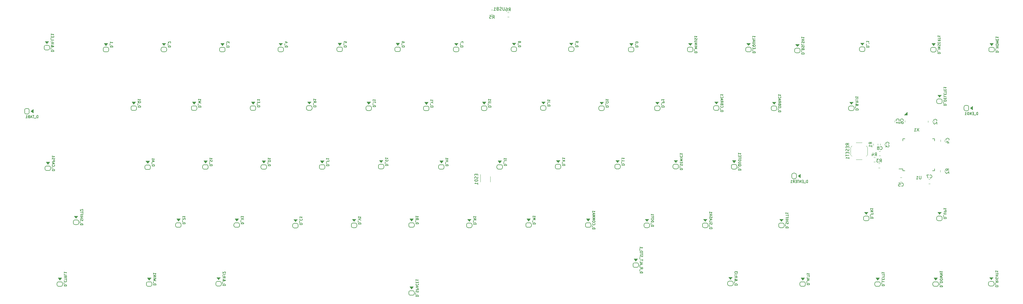
<source format=gbr>
G04 #@! TF.GenerationSoftware,KiCad,Pcbnew,(5.0.2)-1*
G04 #@! TF.CreationDate,2019-10-17T21:42:54+05:30*
G04 #@! TF.ProjectId,keyboard,6b657962-6f61-4726-942e-6b696361645f,rev?*
G04 #@! TF.SameCoordinates,Original*
G04 #@! TF.FileFunction,Legend,Bot*
G04 #@! TF.FilePolarity,Positive*
%FSLAX46Y46*%
G04 Gerber Fmt 4.6, Leading zero omitted, Abs format (unit mm)*
G04 Created by KiCad (PCBNEW (5.0.2)-1) date 10/17/2019 9:42:54 PM*
%MOMM*%
%LPD*%
G01*
G04 APERTURE LIST*
%ADD10C,0.120000*%
%ADD11C,0.150000*%
%ADD12C,0.100000*%
%ADD13C,0.200000*%
G04 APERTURE END LIST*
D10*
G04 #@! TO.C,C1*
X339351250Y-87199998D02*
X339351250Y-87722502D01*
X337931250Y-87199998D02*
X337931250Y-87722502D01*
G04 #@! TO.C,C2*
X346871250Y-87842502D02*
X346871250Y-87319998D01*
X348291250Y-87842502D02*
X348291250Y-87319998D01*
G04 #@! TO.C,R1*
X330501250Y-94779998D02*
X330501250Y-95302502D01*
X329081250Y-94779998D02*
X329081250Y-95302502D01*
G04 #@! TO.C,RESET1*
X326671250Y-95451250D02*
X327121250Y-95901250D01*
X326671250Y-98851250D02*
X327121250Y-98401250D01*
X322071250Y-98851250D02*
X321621250Y-98401250D01*
X322071250Y-95451250D02*
X321621250Y-95901250D01*
X323371250Y-99901250D02*
X325371250Y-99901250D01*
X327121250Y-95901250D02*
X327121250Y-98401250D01*
X323371250Y-94401250D02*
X325371250Y-94401250D01*
X321621250Y-95901250D02*
X321621250Y-98401250D01*
G04 #@! TO.C,R2*
X350821250Y-103942502D02*
X350821250Y-103419998D01*
X352241250Y-103942502D02*
X352241250Y-103419998D01*
G04 #@! TO.C,R3*
X331172502Y-102641250D02*
X330649998Y-102641250D01*
X331172502Y-101221250D02*
X330649998Y-101221250D01*
G04 #@! TO.C,R4*
X329632502Y-100661250D02*
X329109998Y-100661250D01*
X329632502Y-99241250D02*
X329109998Y-99241250D01*
G04 #@! TO.C,C3*
X331301250Y-95302502D02*
X331301250Y-94779998D01*
X332721250Y-95302502D02*
X332721250Y-94779998D01*
D11*
G04 #@! TO.C,U1*
X338636250Y-103536250D02*
X338636250Y-102961250D01*
X348986250Y-103536250D02*
X348986250Y-102861250D01*
X348986250Y-93186250D02*
X348986250Y-93861250D01*
X338636250Y-93186250D02*
X338636250Y-93861250D01*
X338636250Y-103536250D02*
X339311250Y-103536250D01*
X338636250Y-93186250D02*
X339311250Y-93186250D01*
X348986250Y-93186250D02*
X348311250Y-93186250D01*
X348986250Y-103536250D02*
X348311250Y-103536250D01*
X338636250Y-102961250D02*
X337361250Y-102961250D01*
D10*
G04 #@! TO.C,C4*
X350871250Y-94037502D02*
X350871250Y-93514998D01*
X352291250Y-94037502D02*
X352291250Y-93514998D01*
G04 #@! TO.C,C5*
X337749998Y-105761250D02*
X338272502Y-105761250D01*
X337749998Y-107181250D02*
X338272502Y-107181250D01*
G04 #@! TO.C,C6*
X335981250Y-87722502D02*
X335981250Y-87199998D01*
X337401250Y-87722502D02*
X337401250Y-87199998D01*
G04 #@! TO.C,C7*
X347552502Y-107811250D02*
X347029998Y-107811250D01*
X347552502Y-106391250D02*
X347029998Y-106391250D01*
G04 #@! TO.C,C8*
X331382502Y-97191250D02*
X330859998Y-97191250D01*
X331382502Y-98611250D02*
X330859998Y-98611250D01*
D11*
G04 #@! TO.C,D_0*
X251111250Y-63881250D02*
G75*
G03X250611250Y-63381250I-500000J0D01*
G01*
X250611250Y-63381250D02*
X249811250Y-63381250D01*
X251111250Y-64381212D02*
X251111250Y-63881250D01*
X250611250Y-64881250D02*
G75*
G03X251111250Y-64381250I0J500000D01*
G01*
X250611250Y-64881250D02*
X249811250Y-64881250D01*
X249311250Y-64381250D02*
G75*
G03X249811250Y-64881250I500000J0D01*
G01*
X249811250Y-63381250D02*
G75*
G03X249311250Y-63881250I0J-500000D01*
G01*
X249311250Y-63881288D02*
X249311250Y-64381250D01*
D12*
G36*
X250211250Y-62881250D02*
X250811250Y-62081250D01*
X249611250Y-62081250D01*
X250211250Y-62881250D01*
G37*
X250211250Y-62881250D02*
X250811250Y-62081250D01*
X249611250Y-62081250D01*
X250211250Y-62881250D01*
D11*
G04 #@! TO.C,D_1*
X80141250Y-63881250D02*
G75*
G03X79641250Y-63381250I-500000J0D01*
G01*
X79641250Y-63381250D02*
X78841250Y-63381250D01*
X80141250Y-64381212D02*
X80141250Y-63881250D01*
X79641250Y-64881250D02*
G75*
G03X80141250Y-64381250I0J500000D01*
G01*
X79641250Y-64881250D02*
X78841250Y-64881250D01*
X78341250Y-64381250D02*
G75*
G03X78841250Y-64881250I500000J0D01*
G01*
X78841250Y-63381250D02*
G75*
G03X78341250Y-63881250I0J-500000D01*
G01*
X78341250Y-63881288D02*
X78341250Y-64381250D01*
D12*
G36*
X79241250Y-62881250D02*
X79841250Y-62081250D01*
X78641250Y-62081250D01*
X79241250Y-62881250D01*
G37*
X79241250Y-62881250D02*
X79841250Y-62081250D01*
X78641250Y-62081250D01*
X79241250Y-62881250D01*
D11*
G04 #@! TO.C,D_2*
X98991250Y-63861250D02*
G75*
G03X98491250Y-63361250I-500000J0D01*
G01*
X98491250Y-63361250D02*
X97691250Y-63361250D01*
X98991250Y-64361212D02*
X98991250Y-63861250D01*
X98491250Y-64861250D02*
G75*
G03X98991250Y-64361250I0J500000D01*
G01*
X98491250Y-64861250D02*
X97691250Y-64861250D01*
X97191250Y-64361250D02*
G75*
G03X97691250Y-64861250I500000J0D01*
G01*
X97691250Y-63361250D02*
G75*
G03X97191250Y-63861250I0J-500000D01*
G01*
X97191250Y-63861288D02*
X97191250Y-64361250D01*
D12*
G36*
X98091250Y-62861250D02*
X98691250Y-62061250D01*
X97491250Y-62061250D01*
X98091250Y-62861250D01*
G37*
X98091250Y-62861250D02*
X98691250Y-62061250D01*
X97491250Y-62061250D01*
X98091250Y-62861250D01*
G04 #@! TO.C,D_3*
G36*
X117131250Y-62891250D02*
X117731250Y-62091250D01*
X116531250Y-62091250D01*
X117131250Y-62891250D01*
G37*
X117131250Y-62891250D02*
X117731250Y-62091250D01*
X116531250Y-62091250D01*
X117131250Y-62891250D01*
D11*
X116231250Y-63891288D02*
X116231250Y-64391250D01*
X116731250Y-63391250D02*
G75*
G03X116231250Y-63891250I0J-500000D01*
G01*
X116231250Y-64391250D02*
G75*
G03X116731250Y-64891250I500000J0D01*
G01*
X117531250Y-64891250D02*
X116731250Y-64891250D01*
X117531250Y-64891250D02*
G75*
G03X118031250Y-64391250I0J500000D01*
G01*
X118031250Y-64391212D02*
X118031250Y-63891250D01*
X117531250Y-63391250D02*
X116731250Y-63391250D01*
X118031250Y-63891250D02*
G75*
G03X117531250Y-63391250I-500000J0D01*
G01*
G04 #@! TO.C,D_4*
X137041250Y-63871250D02*
G75*
G03X136541250Y-63371250I-500000J0D01*
G01*
X136541250Y-63371250D02*
X135741250Y-63371250D01*
X137041250Y-64371212D02*
X137041250Y-63871250D01*
X136541250Y-64871250D02*
G75*
G03X137041250Y-64371250I0J500000D01*
G01*
X136541250Y-64871250D02*
X135741250Y-64871250D01*
X135241250Y-64371250D02*
G75*
G03X135741250Y-64871250I500000J0D01*
G01*
X135741250Y-63371250D02*
G75*
G03X135241250Y-63871250I0J-500000D01*
G01*
X135241250Y-63871288D02*
X135241250Y-64371250D01*
D12*
G36*
X136141250Y-62871250D02*
X136741250Y-62071250D01*
X135541250Y-62071250D01*
X136141250Y-62871250D01*
G37*
X136141250Y-62871250D02*
X136741250Y-62071250D01*
X135541250Y-62071250D01*
X136141250Y-62871250D01*
G04 #@! TO.C,D_5*
G36*
X155311250Y-62811250D02*
X155911250Y-62011250D01*
X154711250Y-62011250D01*
X155311250Y-62811250D01*
G37*
X155311250Y-62811250D02*
X155911250Y-62011250D01*
X154711250Y-62011250D01*
X155311250Y-62811250D01*
D11*
X154411250Y-63811288D02*
X154411250Y-64311250D01*
X154911250Y-63311250D02*
G75*
G03X154411250Y-63811250I0J-500000D01*
G01*
X154411250Y-64311250D02*
G75*
G03X154911250Y-64811250I500000J0D01*
G01*
X155711250Y-64811250D02*
X154911250Y-64811250D01*
X155711250Y-64811250D02*
G75*
G03X156211250Y-64311250I0J500000D01*
G01*
X156211250Y-64311212D02*
X156211250Y-63811250D01*
X155711250Y-63311250D02*
X154911250Y-63311250D01*
X156211250Y-63811250D02*
G75*
G03X155711250Y-63311250I-500000J0D01*
G01*
G04 #@! TO.C,D_6*
X175081250Y-63811250D02*
G75*
G03X174581250Y-63311250I-500000J0D01*
G01*
X174581250Y-63311250D02*
X173781250Y-63311250D01*
X175081250Y-64311212D02*
X175081250Y-63811250D01*
X174581250Y-64811250D02*
G75*
G03X175081250Y-64311250I0J500000D01*
G01*
X174581250Y-64811250D02*
X173781250Y-64811250D01*
X173281250Y-64311250D02*
G75*
G03X173781250Y-64811250I500000J0D01*
G01*
X173781250Y-63311250D02*
G75*
G03X173281250Y-63811250I0J-500000D01*
G01*
X173281250Y-63811288D02*
X173281250Y-64311250D01*
D12*
G36*
X174181250Y-62811250D02*
X174781250Y-62011250D01*
X173581250Y-62011250D01*
X174181250Y-62811250D01*
G37*
X174181250Y-62811250D02*
X174781250Y-62011250D01*
X173581250Y-62011250D01*
X174181250Y-62811250D01*
G04 #@! TO.C,D_7*
G36*
X193231250Y-62831250D02*
X193831250Y-62031250D01*
X192631250Y-62031250D01*
X193231250Y-62831250D01*
G37*
X193231250Y-62831250D02*
X193831250Y-62031250D01*
X192631250Y-62031250D01*
X193231250Y-62831250D01*
D11*
X192331250Y-63831288D02*
X192331250Y-64331250D01*
X192831250Y-63331250D02*
G75*
G03X192331250Y-63831250I0J-500000D01*
G01*
X192331250Y-64331250D02*
G75*
G03X192831250Y-64831250I500000J0D01*
G01*
X193631250Y-64831250D02*
X192831250Y-64831250D01*
X193631250Y-64831250D02*
G75*
G03X194131250Y-64331250I0J500000D01*
G01*
X194131250Y-64331212D02*
X194131250Y-63831250D01*
X193631250Y-63331250D02*
X192831250Y-63331250D01*
X194131250Y-63831250D02*
G75*
G03X193631250Y-63331250I-500000J0D01*
G01*
G04 #@! TO.C,D_8*
X212941250Y-63771250D02*
G75*
G03X212441250Y-63271250I-500000J0D01*
G01*
X212441250Y-63271250D02*
X211641250Y-63271250D01*
X212941250Y-64271212D02*
X212941250Y-63771250D01*
X212441250Y-64771250D02*
G75*
G03X212941250Y-64271250I0J500000D01*
G01*
X212441250Y-64771250D02*
X211641250Y-64771250D01*
X211141250Y-64271250D02*
G75*
G03X211641250Y-64771250I500000J0D01*
G01*
X211641250Y-63271250D02*
G75*
G03X211141250Y-63771250I0J-500000D01*
G01*
X211141250Y-63771288D02*
X211141250Y-64271250D01*
D12*
G36*
X212041250Y-62771250D02*
X212641250Y-61971250D01*
X211441250Y-61971250D01*
X212041250Y-62771250D01*
G37*
X212041250Y-62771250D02*
X212641250Y-61971250D01*
X211441250Y-61971250D01*
X212041250Y-62771250D01*
G04 #@! TO.C,D_9*
G36*
X230711250Y-62771250D02*
X231311250Y-61971250D01*
X230111250Y-61971250D01*
X230711250Y-62771250D01*
G37*
X230711250Y-62771250D02*
X231311250Y-61971250D01*
X230111250Y-61971250D01*
X230711250Y-62771250D01*
D11*
X229811250Y-63771288D02*
X229811250Y-64271250D01*
X230311250Y-63271250D02*
G75*
G03X229811250Y-63771250I0J-500000D01*
G01*
X229811250Y-64271250D02*
G75*
G03X230311250Y-64771250I500000J0D01*
G01*
X231111250Y-64771250D02*
X230311250Y-64771250D01*
X231111250Y-64771250D02*
G75*
G03X231611250Y-64271250I0J500000D01*
G01*
X231611250Y-64271212D02*
X231611250Y-63771250D01*
X231111250Y-63271250D02*
X230311250Y-63271250D01*
X231611250Y-63771250D02*
G75*
G03X231111250Y-63271250I-500000J0D01*
G01*
D12*
G04 #@! TO.C,D_&lt;I1*
G36*
X321881250Y-81991250D02*
X322481250Y-81191250D01*
X321281250Y-81191250D01*
X321881250Y-81991250D01*
G37*
X321881250Y-81991250D02*
X322481250Y-81191250D01*
X321281250Y-81191250D01*
X321881250Y-81991250D01*
D11*
X320981250Y-82991288D02*
X320981250Y-83491250D01*
X321481250Y-82491250D02*
G75*
G03X320981250Y-82991250I0J-500000D01*
G01*
X320981250Y-83491250D02*
G75*
G03X321481250Y-83991250I500000J0D01*
G01*
X322281250Y-83991250D02*
X321481250Y-83991250D01*
X322281250Y-83991250D02*
G75*
G03X322781250Y-83491250I0J500000D01*
G01*
X322781250Y-83491212D02*
X322781250Y-82991250D01*
X322281250Y-82491250D02*
X321481250Y-82491250D01*
X322781250Y-82991250D02*
G75*
G03X322281250Y-82491250I-500000J0D01*
G01*
D12*
G04 #@! TO.C,D_&lt;I2*
G36*
X115911250Y-139071250D02*
X116511250Y-138271250D01*
X115311250Y-138271250D01*
X115911250Y-139071250D01*
G37*
X115911250Y-139071250D02*
X116511250Y-138271250D01*
X115311250Y-138271250D01*
X115911250Y-139071250D01*
D11*
X115011250Y-140071288D02*
X115011250Y-140571250D01*
X115511250Y-139571250D02*
G75*
G03X115011250Y-140071250I0J-500000D01*
G01*
X115011250Y-140571250D02*
G75*
G03X115511250Y-141071250I500000J0D01*
G01*
X116311250Y-141071250D02*
X115511250Y-141071250D01*
X116311250Y-141071250D02*
G75*
G03X116811250Y-140571250I0J500000D01*
G01*
X116811250Y-140571212D02*
X116811250Y-140071250D01*
X116311250Y-139571250D02*
X115511250Y-139571250D01*
X116811250Y-140071250D02*
G75*
G03X116311250Y-139571250I-500000J0D01*
G01*
D12*
G04 #@! TO.C,D_&lt;I3*
G36*
X282511250Y-138971250D02*
X283111250Y-138171250D01*
X281911250Y-138171250D01*
X282511250Y-138971250D01*
G37*
X282511250Y-138971250D02*
X283111250Y-138171250D01*
X281911250Y-138171250D01*
X282511250Y-138971250D01*
D11*
X281611250Y-139971288D02*
X281611250Y-140471250D01*
X282111250Y-139471250D02*
G75*
G03X281611250Y-139971250I0J-500000D01*
G01*
X281611250Y-140471250D02*
G75*
G03X282111250Y-140971250I500000J0D01*
G01*
X282911250Y-140971250D02*
X282111250Y-140971250D01*
X282911250Y-140971250D02*
G75*
G03X283411250Y-140471250I0J500000D01*
G01*
X283411250Y-140471212D02*
X283411250Y-139971250D01*
X282911250Y-139471250D02*
X282111250Y-139471250D01*
X283411250Y-139971250D02*
G75*
G03X282911250Y-139471250I-500000J0D01*
G01*
D12*
G04 #@! TO.C,D_&lt;I_E1*
G36*
X60011250Y-62271250D02*
X60611250Y-61471250D01*
X59411250Y-61471250D01*
X60011250Y-62271250D01*
G37*
X60011250Y-62271250D02*
X60611250Y-61471250D01*
X59411250Y-61471250D01*
X60011250Y-62271250D01*
D11*
X59111250Y-63271288D02*
X59111250Y-63771250D01*
X59611250Y-62771250D02*
G75*
G03X59111250Y-63271250I0J-500000D01*
G01*
X59111250Y-63771250D02*
G75*
G03X59611250Y-64271250I500000J0D01*
G01*
X60411250Y-64271250D02*
X59611250Y-64271250D01*
X60411250Y-64271250D02*
G75*
G03X60911250Y-63771250I0J500000D01*
G01*
X60911250Y-63771212D02*
X60911250Y-63271250D01*
X60411250Y-62771250D02*
X59611250Y-62771250D01*
X60911250Y-63271250D02*
G75*
G03X60411250Y-62771250I-500000J0D01*
G01*
G04 #@! TO.C,D_`1*
X326311250Y-63771250D02*
G75*
G03X325811250Y-63271250I-500000J0D01*
G01*
X325811250Y-63271250D02*
X325011250Y-63271250D01*
X326311250Y-64271212D02*
X326311250Y-63771250D01*
X325811250Y-64771250D02*
G75*
G03X326311250Y-64271250I0J500000D01*
G01*
X325811250Y-64771250D02*
X325011250Y-64771250D01*
X324511250Y-64271250D02*
G75*
G03X325011250Y-64771250I500000J0D01*
G01*
X325011250Y-63271250D02*
G75*
G03X324511250Y-63771250I0J-500000D01*
G01*
X324511250Y-63771288D02*
X324511250Y-64271250D01*
D12*
G36*
X325411250Y-62771250D02*
X326011250Y-61971250D01*
X324811250Y-61971250D01*
X325411250Y-62771250D01*
G37*
X325411250Y-62771250D02*
X326011250Y-61971250D01*
X324811250Y-61971250D01*
X325411250Y-62771250D01*
G04 #@! TO.C,D_A1*
G36*
X92811250Y-101171250D02*
X93411250Y-100371250D01*
X92211250Y-100371250D01*
X92811250Y-101171250D01*
G37*
X92811250Y-101171250D02*
X93411250Y-100371250D01*
X92211250Y-100371250D01*
X92811250Y-101171250D01*
D11*
X91911250Y-102171288D02*
X91911250Y-102671250D01*
X92411250Y-101671250D02*
G75*
G03X91911250Y-102171250I0J-500000D01*
G01*
X91911250Y-102671250D02*
G75*
G03X92411250Y-103171250I500000J0D01*
G01*
X93211250Y-103171250D02*
X92411250Y-103171250D01*
X93211250Y-103171250D02*
G75*
G03X93711250Y-102671250I0J500000D01*
G01*
X93711250Y-102671212D02*
X93711250Y-102171250D01*
X93211250Y-101671250D02*
X92411250Y-101671250D01*
X93711250Y-102171250D02*
G75*
G03X93211250Y-101671250I-500000J0D01*
G01*
G04 #@! TO.C,D_ALT1*
X306911250Y-140171250D02*
G75*
G03X306411250Y-139671250I-500000J0D01*
G01*
X306411250Y-139671250D02*
X305611250Y-139671250D01*
X306911250Y-140671212D02*
X306911250Y-140171250D01*
X306411250Y-141171250D02*
G75*
G03X306911250Y-140671250I0J500000D01*
G01*
X306411250Y-141171250D02*
X305611250Y-141171250D01*
X305111250Y-140671250D02*
G75*
G03X305611250Y-141171250I500000J0D01*
G01*
X305611250Y-139671250D02*
G75*
G03X305111250Y-140171250I0J-500000D01*
G01*
X305111250Y-140171288D02*
X305111250Y-140671250D01*
D12*
G36*
X306011250Y-139171250D02*
X306611250Y-138371250D01*
X305411250Y-138371250D01*
X306011250Y-139171250D01*
G37*
X306011250Y-139171250D02*
X306611250Y-138371250D01*
X305411250Y-138371250D01*
X306011250Y-139171250D01*
D11*
G04 #@! TO.C,D_B1*
X179611250Y-120971250D02*
G75*
G03X179111250Y-120471250I-500000J0D01*
G01*
X179111250Y-120471250D02*
X178311250Y-120471250D01*
X179611250Y-121471212D02*
X179611250Y-120971250D01*
X179111250Y-121971250D02*
G75*
G03X179611250Y-121471250I0J500000D01*
G01*
X179111250Y-121971250D02*
X178311250Y-121971250D01*
X177811250Y-121471250D02*
G75*
G03X178311250Y-121971250I500000J0D01*
G01*
X178311250Y-120471250D02*
G75*
G03X177811250Y-120971250I0J-500000D01*
G01*
X177811250Y-120971288D02*
X177811250Y-121471250D01*
D12*
G36*
X178711250Y-119971250D02*
X179311250Y-119171250D01*
X178111250Y-119171250D01*
X178711250Y-119971250D01*
G37*
X178711250Y-119971250D02*
X179311250Y-119171250D01*
X178111250Y-119171250D01*
X178711250Y-119971250D01*
D11*
G04 #@! TO.C,D_BSLSH1*
X305200000Y-64200000D02*
G75*
G03X304700000Y-63700000I-500000J0D01*
G01*
X304700000Y-63700000D02*
X303900000Y-63700000D01*
X305200000Y-64699962D02*
X305200000Y-64200000D01*
X304700000Y-65200000D02*
G75*
G03X305200000Y-64700000I0J500000D01*
G01*
X304700000Y-65200000D02*
X303900000Y-65200000D01*
X303400000Y-64700000D02*
G75*
G03X303900000Y-65200000I500000J0D01*
G01*
X303900000Y-63700000D02*
G75*
G03X303400000Y-64200000I0J-500000D01*
G01*
X303400000Y-64200038D02*
X303400000Y-64700000D01*
D12*
G36*
X304300000Y-63200000D02*
X304900000Y-62400000D01*
X303700000Y-62400000D01*
X304300000Y-63200000D01*
G37*
X304300000Y-63200000D02*
X304900000Y-62400000D01*
X303700000Y-62400000D01*
X304300000Y-63200000D01*
D11*
G04 #@! TO.C,D_C1*
X141811250Y-121171250D02*
G75*
G03X141311250Y-120671250I-500000J0D01*
G01*
X141311250Y-120671250D02*
X140511250Y-120671250D01*
X141811250Y-121671212D02*
X141811250Y-121171250D01*
X141311250Y-122171250D02*
G75*
G03X141811250Y-121671250I0J500000D01*
G01*
X141311250Y-122171250D02*
X140511250Y-122171250D01*
X140011250Y-121671250D02*
G75*
G03X140511250Y-122171250I500000J0D01*
G01*
X140511250Y-120671250D02*
G75*
G03X140011250Y-121171250I0J-500000D01*
G01*
X140011250Y-121171288D02*
X140011250Y-121671250D01*
D12*
G36*
X140911250Y-120171250D02*
X141511250Y-119371250D01*
X140311250Y-119371250D01*
X140911250Y-120171250D01*
G37*
X140911250Y-120171250D02*
X141511250Y-119371250D01*
X140311250Y-119371250D01*
X140911250Y-120171250D01*
D11*
G04 #@! TO.C,D_CAPS1*
X61200000Y-102500000D02*
G75*
G03X60700000Y-102000000I-500000J0D01*
G01*
X60700000Y-102000000D02*
X59900000Y-102000000D01*
X61200000Y-102999962D02*
X61200000Y-102500000D01*
X60700000Y-103500000D02*
G75*
G03X61200000Y-103000000I0J500000D01*
G01*
X60700000Y-103500000D02*
X59900000Y-103500000D01*
X59400000Y-103000000D02*
G75*
G03X59900000Y-103500000I500000J0D01*
G01*
X59900000Y-102000000D02*
G75*
G03X59400000Y-102500000I0J-500000D01*
G01*
X59400000Y-102500038D02*
X59400000Y-103000000D01*
D12*
G36*
X60300000Y-101500000D02*
X60900000Y-100700000D01*
X59700000Y-100700000D01*
X60300000Y-101500000D01*
G37*
X60300000Y-101500000D02*
X60900000Y-100700000D01*
X59700000Y-100700000D01*
X60300000Y-101500000D01*
G04 #@! TO.C,D_CBRAC1*
G36*
X277911250Y-81901250D02*
X278511250Y-81101250D01*
X277311250Y-81101250D01*
X277911250Y-81901250D01*
G37*
X277911250Y-81901250D02*
X278511250Y-81101250D01*
X277311250Y-81101250D01*
X277911250Y-81901250D01*
D11*
X277011250Y-82901288D02*
X277011250Y-83401250D01*
X277511250Y-82401250D02*
G75*
G03X277011250Y-82901250I0J-500000D01*
G01*
X277011250Y-83401250D02*
G75*
G03X277511250Y-83901250I500000J0D01*
G01*
X278311250Y-83901250D02*
X277511250Y-83901250D01*
X278311250Y-83901250D02*
G75*
G03X278811250Y-83401250I0J500000D01*
G01*
X278811250Y-83401212D02*
X278811250Y-82901250D01*
X278311250Y-82401250D02*
X277511250Y-82401250D01*
X278811250Y-82901250D02*
G75*
G03X278311250Y-82401250I-500000J0D01*
G01*
D12*
G04 #@! TO.C,D_COMMA1*
G36*
X236211250Y-119971250D02*
X236811250Y-119171250D01*
X235611250Y-119171250D01*
X236211250Y-119971250D01*
G37*
X236211250Y-119971250D02*
X236811250Y-119171250D01*
X235611250Y-119171250D01*
X236211250Y-119971250D01*
D11*
X235311250Y-120971288D02*
X235311250Y-121471250D01*
X235811250Y-120471250D02*
G75*
G03X235311250Y-120971250I0J-500000D01*
G01*
X235311250Y-121471250D02*
G75*
G03X235811250Y-121971250I500000J0D01*
G01*
X236611250Y-121971250D02*
X235811250Y-121971250D01*
X236611250Y-121971250D02*
G75*
G03X237111250Y-121471250I0J500000D01*
G01*
X237111250Y-121471212D02*
X237111250Y-120971250D01*
X236611250Y-120471250D02*
X235811250Y-120471250D01*
X237111250Y-120971250D02*
G75*
G03X236611250Y-120471250I-500000J0D01*
G01*
D12*
G04 #@! TO.C,D_CTRL1*
G36*
X64211250Y-139171250D02*
X64811250Y-138371250D01*
X63611250Y-138371250D01*
X64211250Y-139171250D01*
G37*
X64211250Y-139171250D02*
X64811250Y-138371250D01*
X63611250Y-138371250D01*
X64211250Y-139171250D01*
D11*
X63311250Y-140171288D02*
X63311250Y-140671250D01*
X63811250Y-139671250D02*
G75*
G03X63311250Y-140171250I0J-500000D01*
G01*
X63311250Y-140671250D02*
G75*
G03X63811250Y-141171250I500000J0D01*
G01*
X64611250Y-141171250D02*
X63811250Y-141171250D01*
X64611250Y-141171250D02*
G75*
G03X65111250Y-140671250I0J500000D01*
G01*
X65111250Y-140671212D02*
X65111250Y-140171250D01*
X64611250Y-139671250D02*
X63811250Y-139671250D01*
X65111250Y-140171250D02*
G75*
G03X64611250Y-139671250I-500000J0D01*
G01*
D12*
G04 #@! TO.C,D_D1*
G36*
X130611250Y-101071250D02*
X131211250Y-100271250D01*
X130011250Y-100271250D01*
X130611250Y-101071250D01*
G37*
X130611250Y-101071250D02*
X131211250Y-100271250D01*
X130011250Y-100271250D01*
X130611250Y-101071250D01*
D11*
X129711250Y-102071288D02*
X129711250Y-102571250D01*
X130211250Y-101571250D02*
G75*
G03X129711250Y-102071250I0J-500000D01*
G01*
X129711250Y-102571250D02*
G75*
G03X130211250Y-103071250I500000J0D01*
G01*
X131011250Y-103071250D02*
X130211250Y-103071250D01*
X131011250Y-103071250D02*
G75*
G03X131511250Y-102571250I0J500000D01*
G01*
X131511250Y-102571212D02*
X131511250Y-102071250D01*
X131011250Y-101571250D02*
X130211250Y-101571250D01*
X131511250Y-102071250D02*
G75*
G03X131011250Y-101571250I-500000J0D01*
G01*
G04 #@! TO.C,D_DELETE1*
X351443750Y-80716250D02*
G75*
G03X350943750Y-80216250I-500000J0D01*
G01*
X350943750Y-80216250D02*
X350143750Y-80216250D01*
X351443750Y-81216212D02*
X351443750Y-80716250D01*
X350943750Y-81716250D02*
G75*
G03X351443750Y-81216250I0J500000D01*
G01*
X350943750Y-81716250D02*
X350143750Y-81716250D01*
X349643750Y-81216250D02*
G75*
G03X350143750Y-81716250I500000J0D01*
G01*
X350143750Y-80216250D02*
G75*
G03X349643750Y-80716250I0J-500000D01*
G01*
X349643750Y-80716288D02*
X349643750Y-81216250D01*
D12*
G36*
X350543750Y-79716250D02*
X351143750Y-78916250D01*
X349943750Y-78916250D01*
X350543750Y-79716250D01*
G37*
X350543750Y-79716250D02*
X351143750Y-78916250D01*
X349943750Y-78916250D01*
X350543750Y-79716250D01*
D11*
G04 #@! TO.C,D_DOT1*
X256193750Y-121071250D02*
G75*
G03X255693750Y-120571250I-500000J0D01*
G01*
X255693750Y-120571250D02*
X254893750Y-120571250D01*
X256193750Y-121571212D02*
X256193750Y-121071250D01*
X255693750Y-122071250D02*
G75*
G03X256193750Y-121571250I0J500000D01*
G01*
X255693750Y-122071250D02*
X254893750Y-122071250D01*
X254393750Y-121571250D02*
G75*
G03X254893750Y-122071250I500000J0D01*
G01*
X254893750Y-120571250D02*
G75*
G03X254393750Y-121071250I0J-500000D01*
G01*
X254393750Y-121071288D02*
X254393750Y-121571250D01*
D12*
G36*
X255293750Y-120071250D02*
X255893750Y-119271250D01*
X254693750Y-119271250D01*
X255293750Y-120071250D01*
G37*
X255293750Y-120071250D02*
X255893750Y-119271250D01*
X254693750Y-119271250D01*
X255293750Y-120071250D01*
D11*
G04 #@! TO.C,D_DOWN1*
X350211250Y-140171250D02*
G75*
G03X349711250Y-139671250I-500000J0D01*
G01*
X349711250Y-139671250D02*
X348911250Y-139671250D01*
X350211250Y-140671212D02*
X350211250Y-140171250D01*
X349711250Y-141171250D02*
G75*
G03X350211250Y-140671250I0J500000D01*
G01*
X349711250Y-141171250D02*
X348911250Y-141171250D01*
X348411250Y-140671250D02*
G75*
G03X348911250Y-141171250I500000J0D01*
G01*
X348911250Y-139671250D02*
G75*
G03X348411250Y-140171250I0J-500000D01*
G01*
X348411250Y-140171288D02*
X348411250Y-140671250D01*
D12*
G36*
X349311250Y-139171250D02*
X349911250Y-138371250D01*
X348711250Y-138371250D01*
X349311250Y-139171250D01*
G37*
X349311250Y-139171250D02*
X349911250Y-138371250D01*
X348711250Y-138371250D01*
X349311250Y-139171250D01*
G04 #@! TO.C,D_E1*
G36*
X127111250Y-81941250D02*
X127711250Y-81141250D01*
X126511250Y-81141250D01*
X127111250Y-81941250D01*
G37*
X127111250Y-81941250D02*
X127711250Y-81141250D01*
X126511250Y-81141250D01*
X127111250Y-81941250D01*
D11*
X126211250Y-82941288D02*
X126211250Y-83441250D01*
X126711250Y-82441250D02*
G75*
G03X126211250Y-82941250I0J-500000D01*
G01*
X126211250Y-83441250D02*
G75*
G03X126711250Y-83941250I500000J0D01*
G01*
X127511250Y-83941250D02*
X126711250Y-83941250D01*
X127511250Y-83941250D02*
G75*
G03X128011250Y-83441250I0J500000D01*
G01*
X128011250Y-83441212D02*
X128011250Y-82941250D01*
X127511250Y-82441250D02*
X126711250Y-82441250D01*
X128011250Y-82941250D02*
G75*
G03X127511250Y-82441250I-500000J0D01*
G01*
D12*
G04 #@! TO.C,D_END1*
G36*
X360561250Y-83181250D02*
X361361250Y-83781250D01*
X361361250Y-82581250D01*
X360561250Y-83181250D01*
G37*
X360561250Y-83181250D02*
X361361250Y-83781250D01*
X361361250Y-82581250D01*
X360561250Y-83181250D01*
D11*
X359561212Y-82281250D02*
X359061250Y-82281250D01*
X360061250Y-82781250D02*
G75*
G03X359561250Y-82281250I-500000J0D01*
G01*
X359061250Y-82281250D02*
G75*
G03X358561250Y-82781250I0J-500000D01*
G01*
X358561250Y-83581250D02*
X358561250Y-82781250D01*
X358561250Y-83581250D02*
G75*
G03X359061250Y-84081250I500000J0D01*
G01*
X359061288Y-84081250D02*
X359561250Y-84081250D01*
X360061250Y-83581250D02*
X360061250Y-82781250D01*
X359561250Y-84081250D02*
G75*
G03X360061250Y-83581250I0J500000D01*
G01*
G04 #@! TO.C,D_ENTER1*
X303491250Y-106161250D02*
G75*
G03X303991250Y-105661250I0J500000D01*
G01*
X303991250Y-105661250D02*
X303991250Y-104861250D01*
X302991288Y-106161250D02*
X303491250Y-106161250D01*
X302491250Y-105661250D02*
G75*
G03X302991250Y-106161250I500000J0D01*
G01*
X302491250Y-105661250D02*
X302491250Y-104861250D01*
X302991250Y-104361250D02*
G75*
G03X302491250Y-104861250I0J-500000D01*
G01*
X303991250Y-104861250D02*
G75*
G03X303491250Y-104361250I-500000J0D01*
G01*
X303491212Y-104361250D02*
X302991250Y-104361250D01*
D12*
G36*
X304491250Y-105261250D02*
X305291250Y-105861250D01*
X305291250Y-104661250D01*
X304491250Y-105261250D01*
G37*
X304491250Y-105261250D02*
X305291250Y-105861250D01*
X305291250Y-104661250D01*
X304491250Y-105261250D01*
G04 #@! TO.C,D_EQUAL1*
G36*
X288381250Y-62871250D02*
X288981250Y-62071250D01*
X287781250Y-62071250D01*
X288381250Y-62871250D01*
G37*
X288381250Y-62871250D02*
X288981250Y-62071250D01*
X287781250Y-62071250D01*
X288381250Y-62871250D01*
D11*
X287481250Y-63871288D02*
X287481250Y-64371250D01*
X287981250Y-63371250D02*
G75*
G03X287481250Y-63871250I0J-500000D01*
G01*
X287481250Y-64371250D02*
G75*
G03X287981250Y-64871250I500000J0D01*
G01*
X288781250Y-64871250D02*
X287981250Y-64871250D01*
X288781250Y-64871250D02*
G75*
G03X289281250Y-64371250I0J500000D01*
G01*
X289281250Y-64371212D02*
X289281250Y-63871250D01*
X288781250Y-63371250D02*
X287981250Y-63371250D01*
X289281250Y-63871250D02*
G75*
G03X288781250Y-63371250I-500000J0D01*
G01*
D12*
G04 #@! TO.C,D_F1*
G36*
X149611250Y-101071250D02*
X150211250Y-100271250D01*
X149011250Y-100271250D01*
X149611250Y-101071250D01*
G37*
X149611250Y-101071250D02*
X150211250Y-100271250D01*
X149011250Y-100271250D01*
X149611250Y-101071250D01*
D11*
X148711250Y-102071288D02*
X148711250Y-102571250D01*
X149211250Y-101571250D02*
G75*
G03X148711250Y-102071250I0J-500000D01*
G01*
X148711250Y-102571250D02*
G75*
G03X149211250Y-103071250I500000J0D01*
G01*
X150011250Y-103071250D02*
X149211250Y-103071250D01*
X150011250Y-103071250D02*
G75*
G03X150511250Y-102571250I0J500000D01*
G01*
X150511250Y-102571212D02*
X150511250Y-102071250D01*
X150011250Y-101571250D02*
X149211250Y-101571250D01*
X150511250Y-102071250D02*
G75*
G03X150011250Y-101571250I-500000J0D01*
G01*
D12*
G04 #@! TO.C,D_FN1*
G36*
X326731250Y-117816250D02*
X327331250Y-117016250D01*
X326131250Y-117016250D01*
X326731250Y-117816250D01*
G37*
X326731250Y-117816250D02*
X327331250Y-117016250D01*
X326131250Y-117016250D01*
X326731250Y-117816250D01*
D11*
X325831250Y-118816288D02*
X325831250Y-119316250D01*
X326331250Y-118316250D02*
G75*
G03X325831250Y-118816250I0J-500000D01*
G01*
X325831250Y-119316250D02*
G75*
G03X326331250Y-119816250I500000J0D01*
G01*
X327131250Y-119816250D02*
X326331250Y-119816250D01*
X327131250Y-119816250D02*
G75*
G03X327631250Y-119316250I0J500000D01*
G01*
X327631250Y-119316212D02*
X327631250Y-118816250D01*
X327131250Y-118316250D02*
X326331250Y-118316250D01*
X327631250Y-118816250D02*
G75*
G03X327131250Y-118316250I-500000J0D01*
G01*
G04 #@! TO.C,D_G1*
X169711250Y-101971250D02*
G75*
G03X169211250Y-101471250I-500000J0D01*
G01*
X169211250Y-101471250D02*
X168411250Y-101471250D01*
X169711250Y-102471212D02*
X169711250Y-101971250D01*
X169211250Y-102971250D02*
G75*
G03X169711250Y-102471250I0J500000D01*
G01*
X169211250Y-102971250D02*
X168411250Y-102971250D01*
X167911250Y-102471250D02*
G75*
G03X168411250Y-102971250I500000J0D01*
G01*
X168411250Y-101471250D02*
G75*
G03X167911250Y-101971250I0J-500000D01*
G01*
X167911250Y-101971288D02*
X167911250Y-102471250D01*
D12*
G36*
X168811250Y-100971250D02*
X169411250Y-100171250D01*
X168211250Y-100171250D01*
X168811250Y-100971250D01*
G37*
X168811250Y-100971250D02*
X169411250Y-100171250D01*
X168211250Y-100171250D01*
X168811250Y-100971250D01*
G04 #@! TO.C,D_H1*
G36*
X188411250Y-101071250D02*
X189011250Y-100271250D01*
X187811250Y-100271250D01*
X188411250Y-101071250D01*
G37*
X188411250Y-101071250D02*
X189011250Y-100271250D01*
X187811250Y-100271250D01*
X188411250Y-101071250D01*
D11*
X187511250Y-102071288D02*
X187511250Y-102571250D01*
X188011250Y-101571250D02*
G75*
G03X187511250Y-102071250I0J-500000D01*
G01*
X187511250Y-102571250D02*
G75*
G03X188011250Y-103071250I500000J0D01*
G01*
X188811250Y-103071250D02*
X188011250Y-103071250D01*
X188811250Y-103071250D02*
G75*
G03X189311250Y-102571250I0J500000D01*
G01*
X189311250Y-102571212D02*
X189311250Y-102071250D01*
X188811250Y-101571250D02*
X188011250Y-101571250D01*
X189311250Y-102071250D02*
G75*
G03X188811250Y-101571250I-500000J0D01*
G01*
D12*
G04 #@! TO.C,D_HOME1*
G36*
X367521250Y-62891250D02*
X368121250Y-62091250D01*
X366921250Y-62091250D01*
X367521250Y-62891250D01*
G37*
X367521250Y-62891250D02*
X368121250Y-62091250D01*
X366921250Y-62091250D01*
X367521250Y-62891250D01*
D11*
X366621250Y-63891288D02*
X366621250Y-64391250D01*
X367121250Y-63391250D02*
G75*
G03X366621250Y-63891250I0J-500000D01*
G01*
X366621250Y-64391250D02*
G75*
G03X367121250Y-64891250I500000J0D01*
G01*
X367921250Y-64891250D02*
X367121250Y-64891250D01*
X367921250Y-64891250D02*
G75*
G03X368421250Y-64391250I0J500000D01*
G01*
X368421250Y-64391212D02*
X368421250Y-63891250D01*
X367921250Y-63391250D02*
X367121250Y-63391250D01*
X368421250Y-63891250D02*
G75*
G03X367921250Y-63391250I-500000J0D01*
G01*
G04 #@! TO.C,D_I1*
X222491250Y-82901250D02*
G75*
G03X221991250Y-82401250I-500000J0D01*
G01*
X221991250Y-82401250D02*
X221191250Y-82401250D01*
X222491250Y-83401212D02*
X222491250Y-82901250D01*
X221991250Y-83901250D02*
G75*
G03X222491250Y-83401250I0J500000D01*
G01*
X221991250Y-83901250D02*
X221191250Y-83901250D01*
X220691250Y-83401250D02*
G75*
G03X221191250Y-83901250I500000J0D01*
G01*
X221191250Y-82401250D02*
G75*
G03X220691250Y-82901250I0J-500000D01*
G01*
X220691250Y-82901288D02*
X220691250Y-83401250D01*
D12*
G36*
X221591250Y-81901250D02*
X222191250Y-81101250D01*
X220991250Y-81101250D01*
X221591250Y-81901250D01*
G37*
X221591250Y-81901250D02*
X222191250Y-81101250D01*
X220991250Y-81101250D01*
X221591250Y-81901250D01*
D11*
G04 #@! TO.C,D_INSERT1*
X349491250Y-63911250D02*
G75*
G03X348991250Y-63411250I-500000J0D01*
G01*
X348991250Y-63411250D02*
X348191250Y-63411250D01*
X349491250Y-64411212D02*
X349491250Y-63911250D01*
X348991250Y-64911250D02*
G75*
G03X349491250Y-64411250I0J500000D01*
G01*
X348991250Y-64911250D02*
X348191250Y-64911250D01*
X347691250Y-64411250D02*
G75*
G03X348191250Y-64911250I500000J0D01*
G01*
X348191250Y-63411250D02*
G75*
G03X347691250Y-63911250I0J-500000D01*
G01*
X347691250Y-63911288D02*
X347691250Y-64411250D01*
D12*
G36*
X348591250Y-62911250D02*
X349191250Y-62111250D01*
X347991250Y-62111250D01*
X348591250Y-62911250D01*
G37*
X348591250Y-62911250D02*
X349191250Y-62111250D01*
X347991250Y-62111250D01*
X348591250Y-62911250D01*
D11*
G04 #@! TO.C,D_J1*
X208311250Y-102071250D02*
G75*
G03X207811250Y-101571250I-500000J0D01*
G01*
X207811250Y-101571250D02*
X207011250Y-101571250D01*
X208311250Y-102571212D02*
X208311250Y-102071250D01*
X207811250Y-103071250D02*
G75*
G03X208311250Y-102571250I0J500000D01*
G01*
X207811250Y-103071250D02*
X207011250Y-103071250D01*
X206511250Y-102571250D02*
G75*
G03X207011250Y-103071250I500000J0D01*
G01*
X207011250Y-101571250D02*
G75*
G03X206511250Y-102071250I0J-500000D01*
G01*
X206511250Y-102071288D02*
X206511250Y-102571250D01*
D12*
G36*
X207411250Y-101071250D02*
X208011250Y-100271250D01*
X206811250Y-100271250D01*
X207411250Y-101071250D01*
G37*
X207411250Y-101071250D02*
X208011250Y-100271250D01*
X206811250Y-100271250D01*
X207411250Y-101071250D01*
G04 #@! TO.C,D_K1*
G36*
X226411250Y-100971250D02*
X227011250Y-100171250D01*
X225811250Y-100171250D01*
X226411250Y-100971250D01*
G37*
X226411250Y-100971250D02*
X227011250Y-100171250D01*
X225811250Y-100171250D01*
X226411250Y-100971250D01*
D11*
X225511250Y-101971288D02*
X225511250Y-102471250D01*
X226011250Y-101471250D02*
G75*
G03X225511250Y-101971250I0J-500000D01*
G01*
X225511250Y-102471250D02*
G75*
G03X226011250Y-102971250I500000J0D01*
G01*
X226811250Y-102971250D02*
X226011250Y-102971250D01*
X226811250Y-102971250D02*
G75*
G03X227311250Y-102471250I0J500000D01*
G01*
X227311250Y-102471212D02*
X227311250Y-101971250D01*
X226811250Y-101471250D02*
X226011250Y-101471250D01*
X227311250Y-101971250D02*
G75*
G03X226811250Y-101471250I-500000J0D01*
G01*
G04 #@! TO.C,D_L1*
X246671250Y-101941250D02*
G75*
G03X246171250Y-101441250I-500000J0D01*
G01*
X246171250Y-101441250D02*
X245371250Y-101441250D01*
X246671250Y-102441212D02*
X246671250Y-101941250D01*
X246171250Y-102941250D02*
G75*
G03X246671250Y-102441250I0J500000D01*
G01*
X246171250Y-102941250D02*
X245371250Y-102941250D01*
X244871250Y-102441250D02*
G75*
G03X245371250Y-102941250I500000J0D01*
G01*
X245371250Y-101441250D02*
G75*
G03X244871250Y-101941250I0J-500000D01*
G01*
X244871250Y-101941288D02*
X244871250Y-102441250D01*
D12*
G36*
X245771250Y-100941250D02*
X246371250Y-100141250D01*
X245171250Y-100141250D01*
X245771250Y-100941250D01*
G37*
X245771250Y-100941250D02*
X246371250Y-100141250D01*
X245171250Y-100141250D01*
X245771250Y-100941250D01*
G04 #@! TO.C,D_LEFT1*
G36*
X330411250Y-139171250D02*
X331011250Y-138371250D01*
X329811250Y-138371250D01*
X330411250Y-139171250D01*
G37*
X330411250Y-139171250D02*
X331011250Y-138371250D01*
X329811250Y-138371250D01*
X330411250Y-139171250D01*
D11*
X329511250Y-140171288D02*
X329511250Y-140671250D01*
X330011250Y-139671250D02*
G75*
G03X329511250Y-140171250I0J-500000D01*
G01*
X329511250Y-140671250D02*
G75*
G03X330011250Y-141171250I500000J0D01*
G01*
X330811250Y-141171250D02*
X330011250Y-141171250D01*
X330811250Y-141171250D02*
G75*
G03X331311250Y-140671250I0J500000D01*
G01*
X331311250Y-140671212D02*
X331311250Y-140171250D01*
X330811250Y-139671250D02*
X330011250Y-139671250D01*
X331311250Y-140171250D02*
G75*
G03X330811250Y-139671250I-500000J0D01*
G01*
G04 #@! TO.C,D_M1*
X217711250Y-120971250D02*
G75*
G03X217211250Y-120471250I-500000J0D01*
G01*
X217211250Y-120471250D02*
X216411250Y-120471250D01*
X217711250Y-121471212D02*
X217711250Y-120971250D01*
X217211250Y-121971250D02*
G75*
G03X217711250Y-121471250I0J500000D01*
G01*
X217211250Y-121971250D02*
X216411250Y-121971250D01*
X215911250Y-121471250D02*
G75*
G03X216411250Y-121971250I500000J0D01*
G01*
X216411250Y-120471250D02*
G75*
G03X215911250Y-120971250I0J-500000D01*
G01*
X215911250Y-120971288D02*
X215911250Y-121471250D01*
D12*
G36*
X216811250Y-119971250D02*
X217411250Y-119171250D01*
X216211250Y-119171250D01*
X216811250Y-119971250D01*
G37*
X216811250Y-119971250D02*
X217411250Y-119171250D01*
X216211250Y-119171250D01*
X216811250Y-119971250D01*
G04 #@! TO.C,D_MINUS1*
G36*
X269421250Y-62871250D02*
X270021250Y-62071250D01*
X268821250Y-62071250D01*
X269421250Y-62871250D01*
G37*
X269421250Y-62871250D02*
X270021250Y-62071250D01*
X268821250Y-62071250D01*
X269421250Y-62871250D01*
D11*
X268521250Y-63871288D02*
X268521250Y-64371250D01*
X269021250Y-63371250D02*
G75*
G03X268521250Y-63871250I0J-500000D01*
G01*
X268521250Y-64371250D02*
G75*
G03X269021250Y-64871250I500000J0D01*
G01*
X269821250Y-64871250D02*
X269021250Y-64871250D01*
X269821250Y-64871250D02*
G75*
G03X270321250Y-64371250I0J500000D01*
G01*
X270321250Y-64371212D02*
X270321250Y-63871250D01*
X269821250Y-63371250D02*
X269021250Y-63371250D01*
X270321250Y-63871250D02*
G75*
G03X269821250Y-63371250I-500000J0D01*
G01*
D12*
G04 #@! TO.C,D_N1*
G36*
X197511250Y-120071250D02*
X198111250Y-119271250D01*
X196911250Y-119271250D01*
X197511250Y-120071250D01*
G37*
X197511250Y-120071250D02*
X198111250Y-119271250D01*
X196911250Y-119271250D01*
X197511250Y-120071250D01*
D11*
X196611250Y-121071288D02*
X196611250Y-121571250D01*
X197111250Y-120571250D02*
G75*
G03X196611250Y-121071250I0J-500000D01*
G01*
X196611250Y-121571250D02*
G75*
G03X197111250Y-122071250I500000J0D01*
G01*
X197911250Y-122071250D02*
X197111250Y-122071250D01*
X197911250Y-122071250D02*
G75*
G03X198411250Y-121571250I0J500000D01*
G01*
X198411250Y-121571212D02*
X198411250Y-121071250D01*
X197911250Y-120571250D02*
X197111250Y-120571250D01*
X198411250Y-121071250D02*
G75*
G03X197911250Y-120571250I-500000J0D01*
G01*
D12*
G04 #@! TO.C,D_O1*
G36*
X240571250Y-81971250D02*
X241171250Y-81171250D01*
X239971250Y-81171250D01*
X240571250Y-81971250D01*
G37*
X240571250Y-81971250D02*
X241171250Y-81171250D01*
X239971250Y-81171250D01*
X240571250Y-81971250D01*
D11*
X239671250Y-82971288D02*
X239671250Y-83471250D01*
X240171250Y-82471250D02*
G75*
G03X239671250Y-82971250I0J-500000D01*
G01*
X239671250Y-83471250D02*
G75*
G03X240171250Y-83971250I500000J0D01*
G01*
X240971250Y-83971250D02*
X240171250Y-83971250D01*
X240971250Y-83971250D02*
G75*
G03X241471250Y-83471250I0J500000D01*
G01*
X241471250Y-83471212D02*
X241471250Y-82971250D01*
X240971250Y-82471250D02*
X240171250Y-82471250D01*
X241471250Y-82971250D02*
G75*
G03X240971250Y-82471250I-500000J0D01*
G01*
G04 #@! TO.C,D_OBRAC1*
X297591250Y-82991250D02*
G75*
G03X297091250Y-82491250I-500000J0D01*
G01*
X297091250Y-82491250D02*
X296291250Y-82491250D01*
X297591250Y-83491212D02*
X297591250Y-82991250D01*
X297091250Y-83991250D02*
G75*
G03X297591250Y-83491250I0J500000D01*
G01*
X297091250Y-83991250D02*
X296291250Y-83991250D01*
X295791250Y-83491250D02*
G75*
G03X296291250Y-83991250I500000J0D01*
G01*
X296291250Y-82491250D02*
G75*
G03X295791250Y-82991250I0J-500000D01*
G01*
X295791250Y-82991288D02*
X295791250Y-83491250D01*
D12*
G36*
X296691250Y-81991250D02*
X297291250Y-81191250D01*
X296091250Y-81191250D01*
X296691250Y-81991250D01*
G37*
X296691250Y-81991250D02*
X297291250Y-81191250D01*
X296091250Y-81191250D01*
X296691250Y-81991250D01*
D11*
G04 #@! TO.C,D_P1*
X259621250Y-82971250D02*
G75*
G03X259121250Y-82471250I-500000J0D01*
G01*
X259121250Y-82471250D02*
X258321250Y-82471250D01*
X259621250Y-83471212D02*
X259621250Y-82971250D01*
X259121250Y-83971250D02*
G75*
G03X259621250Y-83471250I0J500000D01*
G01*
X259121250Y-83971250D02*
X258321250Y-83971250D01*
X257821250Y-83471250D02*
G75*
G03X258321250Y-83971250I500000J0D01*
G01*
X258321250Y-82471250D02*
G75*
G03X257821250Y-82971250I0J-500000D01*
G01*
X257821250Y-82971288D02*
X257821250Y-83471250D01*
D12*
G36*
X258721250Y-81971250D02*
X259321250Y-81171250D01*
X258121250Y-81171250D01*
X258721250Y-81971250D01*
G37*
X258721250Y-81971250D02*
X259321250Y-81171250D01*
X258121250Y-81171250D01*
X258721250Y-81971250D01*
D11*
G04 #@! TO.C,D_Q1*
X89191250Y-82951250D02*
G75*
G03X88691250Y-82451250I-500000J0D01*
G01*
X88691250Y-82451250D02*
X87891250Y-82451250D01*
X89191250Y-83451212D02*
X89191250Y-82951250D01*
X88691250Y-83951250D02*
G75*
G03X89191250Y-83451250I0J500000D01*
G01*
X88691250Y-83951250D02*
X87891250Y-83951250D01*
X87391250Y-83451250D02*
G75*
G03X87891250Y-83951250I500000J0D01*
G01*
X87891250Y-82451250D02*
G75*
G03X87391250Y-82951250I0J-500000D01*
G01*
X87391250Y-82951288D02*
X87391250Y-83451250D01*
D12*
G36*
X88291250Y-81951250D02*
X88891250Y-81151250D01*
X87691250Y-81151250D01*
X88291250Y-81951250D01*
G37*
X88291250Y-81951250D02*
X88891250Y-81151250D01*
X87691250Y-81151250D01*
X88291250Y-81951250D01*
D11*
G04 #@! TO.C,D_QUOTE1*
X284601250Y-102011250D02*
G75*
G03X284101250Y-101511250I-500000J0D01*
G01*
X284101250Y-101511250D02*
X283301250Y-101511250D01*
X284601250Y-102511212D02*
X284601250Y-102011250D01*
X284101250Y-103011250D02*
G75*
G03X284601250Y-102511250I0J500000D01*
G01*
X284101250Y-103011250D02*
X283301250Y-103011250D01*
X282801250Y-102511250D02*
G75*
G03X283301250Y-103011250I500000J0D01*
G01*
X283301250Y-101511250D02*
G75*
G03X282801250Y-102011250I0J-500000D01*
G01*
X282801250Y-102011288D02*
X282801250Y-102511250D01*
D12*
G36*
X283701250Y-101011250D02*
X284301250Y-100211250D01*
X283101250Y-100211250D01*
X283701250Y-101011250D01*
G37*
X283701250Y-101011250D02*
X284301250Y-100211250D01*
X283101250Y-100211250D01*
X283701250Y-101011250D01*
G04 #@! TO.C,D_R1*
G36*
X145421250Y-81881250D02*
X146021250Y-81081250D01*
X144821250Y-81081250D01*
X145421250Y-81881250D01*
G37*
X145421250Y-81881250D02*
X146021250Y-81081250D01*
X144821250Y-81081250D01*
X145421250Y-81881250D01*
D11*
X144521250Y-82881288D02*
X144521250Y-83381250D01*
X145021250Y-82381250D02*
G75*
G03X144521250Y-82881250I0J-500000D01*
G01*
X144521250Y-83381250D02*
G75*
G03X145021250Y-83881250I500000J0D01*
G01*
X145821250Y-83881250D02*
X145021250Y-83881250D01*
X145821250Y-83881250D02*
G75*
G03X146321250Y-83381250I0J500000D01*
G01*
X146321250Y-83381212D02*
X146321250Y-82881250D01*
X145821250Y-82381250D02*
X145021250Y-82381250D01*
X146321250Y-82881250D02*
G75*
G03X145821250Y-82381250I-500000J0D01*
G01*
D12*
G04 #@! TO.C,D_RIGHT1*
G36*
X367411250Y-139071250D02*
X368011250Y-138271250D01*
X366811250Y-138271250D01*
X367411250Y-139071250D01*
G37*
X367411250Y-139071250D02*
X368011250Y-138271250D01*
X366811250Y-138271250D01*
X367411250Y-139071250D01*
D11*
X366511250Y-140071288D02*
X366511250Y-140571250D01*
X367011250Y-139571250D02*
G75*
G03X366511250Y-140071250I0J-500000D01*
G01*
X366511250Y-140571250D02*
G75*
G03X367011250Y-141071250I500000J0D01*
G01*
X367811250Y-141071250D02*
X367011250Y-141071250D01*
X367811250Y-141071250D02*
G75*
G03X368311250Y-140571250I0J500000D01*
G01*
X368311250Y-140571212D02*
X368311250Y-140071250D01*
X367811250Y-139571250D02*
X367011250Y-139571250D01*
X368311250Y-140071250D02*
G75*
G03X367811250Y-139571250I-500000J0D01*
G01*
G04 #@! TO.C,D_S1*
X112511250Y-102071250D02*
G75*
G03X112011250Y-101571250I-500000J0D01*
G01*
X112011250Y-101571250D02*
X111211250Y-101571250D01*
X112511250Y-102571212D02*
X112511250Y-102071250D01*
X112011250Y-103071250D02*
G75*
G03X112511250Y-102571250I0J500000D01*
G01*
X112011250Y-103071250D02*
X111211250Y-103071250D01*
X110711250Y-102571250D02*
G75*
G03X111211250Y-103071250I500000J0D01*
G01*
X111211250Y-101571250D02*
G75*
G03X110711250Y-102071250I0J-500000D01*
G01*
X110711250Y-102071288D02*
X110711250Y-102571250D01*
D12*
G36*
X111611250Y-101071250D02*
X112211250Y-100271250D01*
X111011250Y-100271250D01*
X111611250Y-101071250D01*
G37*
X111611250Y-101071250D02*
X112211250Y-100271250D01*
X111011250Y-100271250D01*
X111611250Y-101071250D01*
G04 #@! TO.C,D_SEMIC1*
G36*
X264701250Y-100941250D02*
X265301250Y-100141250D01*
X264101250Y-100141250D01*
X264701250Y-100941250D01*
G37*
X264701250Y-100941250D02*
X265301250Y-100141250D01*
X264101250Y-100141250D01*
X264701250Y-100941250D01*
D11*
X263801250Y-101941288D02*
X263801250Y-102441250D01*
X264301250Y-101441250D02*
G75*
G03X263801250Y-101941250I0J-500000D01*
G01*
X263801250Y-102441250D02*
G75*
G03X264301250Y-102941250I500000J0D01*
G01*
X265101250Y-102941250D02*
X264301250Y-102941250D01*
X265101250Y-102941250D02*
G75*
G03X265601250Y-102441250I0J500000D01*
G01*
X265601250Y-102441212D02*
X265601250Y-101941250D01*
X265101250Y-101441250D02*
X264301250Y-101441250D01*
X265601250Y-101941250D02*
G75*
G03X265101250Y-101441250I-500000J0D01*
G01*
G04 #@! TO.C,D_SHIFT1*
X300011250Y-121071250D02*
G75*
G03X299511250Y-120571250I-500000J0D01*
G01*
X299511250Y-120571250D02*
X298711250Y-120571250D01*
X300011250Y-121571212D02*
X300011250Y-121071250D01*
X299511250Y-122071250D02*
G75*
G03X300011250Y-121571250I0J500000D01*
G01*
X299511250Y-122071250D02*
X298711250Y-122071250D01*
X298211250Y-121571250D02*
G75*
G03X298711250Y-122071250I500000J0D01*
G01*
X298711250Y-120571250D02*
G75*
G03X298211250Y-121071250I0J-500000D01*
G01*
X298211250Y-121071288D02*
X298211250Y-121571250D01*
D12*
G36*
X299111250Y-120071250D02*
X299711250Y-119271250D01*
X298511250Y-119271250D01*
X299111250Y-120071250D01*
G37*
X299111250Y-120071250D02*
X299711250Y-119271250D01*
X298511250Y-119271250D01*
X299111250Y-120071250D01*
D11*
G04 #@! TO.C,D_SHIFT2*
X70411250Y-120071250D02*
G75*
G03X69911250Y-119571250I-500000J0D01*
G01*
X69911250Y-119571250D02*
X69111250Y-119571250D01*
X70411250Y-120571212D02*
X70411250Y-120071250D01*
X69911250Y-121071250D02*
G75*
G03X70411250Y-120571250I0J500000D01*
G01*
X69911250Y-121071250D02*
X69111250Y-121071250D01*
X68611250Y-120571250D02*
G75*
G03X69111250Y-121071250I500000J0D01*
G01*
X69111250Y-119571250D02*
G75*
G03X68611250Y-120071250I0J-500000D01*
G01*
X68611250Y-120071288D02*
X68611250Y-120571250D01*
D12*
G36*
X69511250Y-119071250D02*
X70111250Y-118271250D01*
X68911250Y-118271250D01*
X69511250Y-119071250D01*
G37*
X69511250Y-119071250D02*
X70111250Y-118271250D01*
X68911250Y-118271250D01*
X69511250Y-119071250D01*
G04 #@! TO.C,D_SLASH1*
G36*
X274311250Y-120071250D02*
X274911250Y-119271250D01*
X273711250Y-119271250D01*
X274311250Y-120071250D01*
G37*
X274311250Y-120071250D02*
X274911250Y-119271250D01*
X273711250Y-119271250D01*
X274311250Y-120071250D01*
D11*
X273411250Y-121071288D02*
X273411250Y-121571250D01*
X273911250Y-120571250D02*
G75*
G03X273411250Y-121071250I0J-500000D01*
G01*
X273411250Y-121571250D02*
G75*
G03X273911250Y-122071250I500000J0D01*
G01*
X274711250Y-122071250D02*
X273911250Y-122071250D01*
X274711250Y-122071250D02*
G75*
G03X275211250Y-121571250I0J500000D01*
G01*
X275211250Y-121571212D02*
X275211250Y-121071250D01*
X274711250Y-120571250D02*
X273911250Y-120571250D01*
X275211250Y-121071250D02*
G75*
G03X274711250Y-120571250I-500000J0D01*
G01*
G04 #@! TO.C,D_SPACE1*
X179611250Y-143071250D02*
G75*
G03X179111250Y-142571250I-500000J0D01*
G01*
X179111250Y-142571250D02*
X178311250Y-142571250D01*
X179611250Y-143571212D02*
X179611250Y-143071250D01*
X179111250Y-144071250D02*
G75*
G03X179611250Y-143571250I0J500000D01*
G01*
X179111250Y-144071250D02*
X178311250Y-144071250D01*
X177811250Y-143571250D02*
G75*
G03X178311250Y-144071250I500000J0D01*
G01*
X178311250Y-142571250D02*
G75*
G03X177811250Y-143071250I0J-500000D01*
G01*
X177811250Y-143071288D02*
X177811250Y-143571250D01*
D12*
G36*
X178711250Y-142071250D02*
X179311250Y-141271250D01*
X178111250Y-141271250D01*
X178711250Y-142071250D01*
G37*
X178711250Y-142071250D02*
X179311250Y-141271250D01*
X178111250Y-141271250D01*
X178711250Y-142071250D01*
G04 #@! TO.C,D_T1*
G36*
X164771250Y-81961250D02*
X165371250Y-81161250D01*
X164171250Y-81161250D01*
X164771250Y-81961250D01*
G37*
X164771250Y-81961250D02*
X165371250Y-81161250D01*
X164171250Y-81161250D01*
X164771250Y-81961250D01*
D11*
X163871250Y-82961288D02*
X163871250Y-83461250D01*
X164371250Y-82461250D02*
G75*
G03X163871250Y-82961250I0J-500000D01*
G01*
X163871250Y-83461250D02*
G75*
G03X164371250Y-83961250I500000J0D01*
G01*
X165171250Y-83961250D02*
X164371250Y-83961250D01*
X165171250Y-83961250D02*
G75*
G03X165671250Y-83461250I0J500000D01*
G01*
X165671250Y-83461212D02*
X165671250Y-82961250D01*
X165171250Y-82461250D02*
X164371250Y-82461250D01*
X165671250Y-82961250D02*
G75*
G03X165171250Y-82461250I-500000J0D01*
G01*
D12*
G04 #@! TO.C,D_TAB1*
G36*
X54761250Y-84201250D02*
X55561250Y-84801250D01*
X55561250Y-83601250D01*
X54761250Y-84201250D01*
G37*
X54761250Y-84201250D02*
X55561250Y-84801250D01*
X55561250Y-83601250D01*
X54761250Y-84201250D01*
D11*
X53761212Y-83301250D02*
X53261250Y-83301250D01*
X54261250Y-83801250D02*
G75*
G03X53761250Y-83301250I-500000J0D01*
G01*
X53261250Y-83301250D02*
G75*
G03X52761250Y-83801250I0J-500000D01*
G01*
X52761250Y-84601250D02*
X52761250Y-83801250D01*
X52761250Y-84601250D02*
G75*
G03X53261250Y-85101250I500000J0D01*
G01*
X53261288Y-85101250D02*
X53761250Y-85101250D01*
X54261250Y-84601250D02*
X54261250Y-83801250D01*
X53761250Y-85101250D02*
G75*
G03X54261250Y-84601250I0J500000D01*
G01*
D12*
G04 #@! TO.C,D_U1*
G36*
X202351250Y-81961250D02*
X202951250Y-81161250D01*
X201751250Y-81161250D01*
X202351250Y-81961250D01*
G37*
X202351250Y-81961250D02*
X202951250Y-81161250D01*
X201751250Y-81161250D01*
X202351250Y-81961250D01*
D11*
X201451250Y-82961288D02*
X201451250Y-83461250D01*
X201951250Y-82461250D02*
G75*
G03X201451250Y-82961250I0J-500000D01*
G01*
X201451250Y-83461250D02*
G75*
G03X201951250Y-83961250I500000J0D01*
G01*
X202751250Y-83961250D02*
X201951250Y-83961250D01*
X202751250Y-83961250D02*
G75*
G03X203251250Y-83461250I0J500000D01*
G01*
X203251250Y-83461212D02*
X203251250Y-82961250D01*
X202751250Y-82461250D02*
X201951250Y-82461250D01*
X203251250Y-82961250D02*
G75*
G03X202751250Y-82461250I-500000J0D01*
G01*
G04 #@! TO.C,D_UP1*
X351443750Y-118816250D02*
G75*
G03X350943750Y-118316250I-500000J0D01*
G01*
X350943750Y-118316250D02*
X350143750Y-118316250D01*
X351443750Y-119316212D02*
X351443750Y-118816250D01*
X350943750Y-119816250D02*
G75*
G03X351443750Y-119316250I0J500000D01*
G01*
X350943750Y-119816250D02*
X350143750Y-119816250D01*
X349643750Y-119316250D02*
G75*
G03X350143750Y-119816250I500000J0D01*
G01*
X350143750Y-118316250D02*
G75*
G03X349643750Y-118816250I0J-500000D01*
G01*
X349643750Y-118816288D02*
X349643750Y-119316250D01*
D12*
G36*
X350543750Y-117816250D02*
X351143750Y-117016250D01*
X349943750Y-117016250D01*
X350543750Y-117816250D01*
G37*
X350543750Y-117816250D02*
X351143750Y-117016250D01*
X349943750Y-117016250D01*
X350543750Y-117816250D01*
G04 #@! TO.C,D_V1*
G36*
X160011250Y-120071250D02*
X160611250Y-119271250D01*
X159411250Y-119271250D01*
X160011250Y-120071250D01*
G37*
X160011250Y-120071250D02*
X160611250Y-119271250D01*
X159411250Y-119271250D01*
X160011250Y-120071250D01*
D11*
X159111250Y-121071288D02*
X159111250Y-121571250D01*
X159611250Y-120571250D02*
G75*
G03X159111250Y-121071250I0J-500000D01*
G01*
X159111250Y-121571250D02*
G75*
G03X159611250Y-122071250I500000J0D01*
G01*
X160411250Y-122071250D02*
X159611250Y-122071250D01*
X160411250Y-122071250D02*
G75*
G03X160911250Y-121571250I0J500000D01*
G01*
X160911250Y-121571212D02*
X160911250Y-121071250D01*
X160411250Y-120571250D02*
X159611250Y-120571250D01*
X160911250Y-121071250D02*
G75*
G03X160411250Y-120571250I-500000J0D01*
G01*
G04 #@! TO.C,D_W1*
X108841250Y-82941250D02*
G75*
G03X108341250Y-82441250I-500000J0D01*
G01*
X108341250Y-82441250D02*
X107541250Y-82441250D01*
X108841250Y-83441212D02*
X108841250Y-82941250D01*
X108341250Y-83941250D02*
G75*
G03X108841250Y-83441250I0J500000D01*
G01*
X108341250Y-83941250D02*
X107541250Y-83941250D01*
X107041250Y-83441250D02*
G75*
G03X107541250Y-83941250I500000J0D01*
G01*
X107541250Y-82441250D02*
G75*
G03X107041250Y-82941250I0J-500000D01*
G01*
X107041250Y-82941288D02*
X107041250Y-83441250D01*
D12*
G36*
X107941250Y-81941250D02*
X108541250Y-81141250D01*
X107341250Y-81141250D01*
X107941250Y-81941250D01*
G37*
X107941250Y-81941250D02*
X108541250Y-81141250D01*
X107341250Y-81141250D01*
X107941250Y-81941250D01*
D11*
G04 #@! TO.C,D_WIN1*
X94211250Y-140171250D02*
G75*
G03X93711250Y-139671250I-500000J0D01*
G01*
X93711250Y-139671250D02*
X92911250Y-139671250D01*
X94211250Y-140671212D02*
X94211250Y-140171250D01*
X93711250Y-141171250D02*
G75*
G03X94211250Y-140671250I0J500000D01*
G01*
X93711250Y-141171250D02*
X92911250Y-141171250D01*
X92411250Y-140671250D02*
G75*
G03X92911250Y-141171250I500000J0D01*
G01*
X92911250Y-139671250D02*
G75*
G03X92411250Y-140171250I0J-500000D01*
G01*
X92411250Y-140171288D02*
X92411250Y-140671250D01*
D12*
G36*
X93311250Y-139171250D02*
X93911250Y-138371250D01*
X92711250Y-138371250D01*
X93311250Y-139171250D01*
G37*
X93311250Y-139171250D02*
X93911250Y-138371250D01*
X92711250Y-138371250D01*
X93311250Y-139171250D01*
G04 #@! TO.C,D_X1*
G36*
X121811250Y-119971250D02*
X122411250Y-119171250D01*
X121211250Y-119171250D01*
X121811250Y-119971250D01*
G37*
X121811250Y-119971250D02*
X122411250Y-119171250D01*
X121211250Y-119171250D01*
X121811250Y-119971250D01*
D11*
X120911250Y-120971288D02*
X120911250Y-121471250D01*
X121411250Y-120471250D02*
G75*
G03X120911250Y-120971250I0J-500000D01*
G01*
X120911250Y-121471250D02*
G75*
G03X121411250Y-121971250I500000J0D01*
G01*
X122211250Y-121971250D02*
X121411250Y-121971250D01*
X122211250Y-121971250D02*
G75*
G03X122711250Y-121471250I0J500000D01*
G01*
X122711250Y-121471212D02*
X122711250Y-120971250D01*
X122211250Y-120471250D02*
X121411250Y-120471250D01*
X122711250Y-120971250D02*
G75*
G03X122211250Y-120471250I-500000J0D01*
G01*
G04 #@! TO.C,D_Y1*
X184411250Y-83021250D02*
G75*
G03X183911250Y-82521250I-500000J0D01*
G01*
X183911250Y-82521250D02*
X183111250Y-82521250D01*
X184411250Y-83521212D02*
X184411250Y-83021250D01*
X183911250Y-84021250D02*
G75*
G03X184411250Y-83521250I0J500000D01*
G01*
X183911250Y-84021250D02*
X183111250Y-84021250D01*
X182611250Y-83521250D02*
G75*
G03X183111250Y-84021250I500000J0D01*
G01*
X183111250Y-82521250D02*
G75*
G03X182611250Y-83021250I0J-500000D01*
G01*
X182611250Y-83021288D02*
X182611250Y-83521250D01*
D12*
G36*
X183511250Y-82021250D02*
X184111250Y-81221250D01*
X182911250Y-81221250D01*
X183511250Y-82021250D01*
G37*
X183511250Y-82021250D02*
X184111250Y-81221250D01*
X182911250Y-81221250D01*
X183511250Y-82021250D01*
D11*
G04 #@! TO.C,D_Z1*
X103711250Y-120971250D02*
G75*
G03X103211250Y-120471250I-500000J0D01*
G01*
X103211250Y-120471250D02*
X102411250Y-120471250D01*
X103711250Y-121471212D02*
X103711250Y-120971250D01*
X103211250Y-121971250D02*
G75*
G03X103711250Y-121471250I0J500000D01*
G01*
X103211250Y-121971250D02*
X102411250Y-121971250D01*
X101911250Y-121471250D02*
G75*
G03X102411250Y-121971250I500000J0D01*
G01*
X102411250Y-120471250D02*
G75*
G03X101911250Y-120971250I0J-500000D01*
G01*
X101911250Y-120971288D02*
X101911250Y-121471250D01*
D12*
G36*
X102811250Y-119971250D02*
X103411250Y-119171250D01*
X102211250Y-119171250D01*
X102811250Y-119971250D01*
G37*
X102811250Y-119971250D02*
X103411250Y-119171250D01*
X102211250Y-119171250D01*
X102811250Y-119971250D01*
G04 #@! TO.C,X1*
G36*
X339091250Y-85471250D02*
X340091250Y-85471250D01*
X340091250Y-84471250D01*
X339091250Y-85471250D01*
G37*
X339091250Y-85471250D02*
X340091250Y-85471250D01*
X340091250Y-84471250D01*
X339091250Y-85471250D01*
D11*
G04 #@! TO.C,D_R_ALT_STD_1*
X252600000Y-134000000D02*
G75*
G03X252100000Y-133500000I-500000J0D01*
G01*
X252100000Y-133500000D02*
X251300000Y-133500000D01*
X252600000Y-134499962D02*
X252600000Y-134000000D01*
X252100000Y-135000000D02*
G75*
G03X252600000Y-134500000I0J500000D01*
G01*
X252100000Y-135000000D02*
X251300000Y-135000000D01*
X250800000Y-134500000D02*
G75*
G03X251300000Y-135000000I500000J0D01*
G01*
X251300000Y-133500000D02*
G75*
G03X250800000Y-134000000I0J-500000D01*
G01*
X250800000Y-134000038D02*
X250800000Y-134500000D01*
D12*
G36*
X251700000Y-133000000D02*
X252300000Y-132200000D01*
X251100000Y-132200000D01*
X251700000Y-133000000D01*
G37*
X251700000Y-133000000D02*
X252300000Y-132200000D01*
X251100000Y-132200000D01*
X251700000Y-133000000D01*
D10*
G04 #@! TO.C,ESD1*
X204360000Y-105410000D02*
X204360000Y-107210000D01*
X201140000Y-107210000D02*
X201140000Y-104760000D01*
G04 #@! TO.C,R5*
X204598748Y-52640000D02*
X205121252Y-52640000D01*
X204598748Y-51220000D02*
X205121252Y-51220000D01*
G04 #@! TO.C,R6*
X210431252Y-53480000D02*
X209908748Y-53480000D01*
X210431252Y-52060000D02*
X209908748Y-52060000D01*
G04 #@! TO.C,C1*
D11*
X337348392Y-87294583D02*
X337396011Y-87246964D01*
X337443630Y-87104107D01*
X337443630Y-87008869D01*
X337396011Y-86866011D01*
X337300773Y-86770773D01*
X337205535Y-86723154D01*
X337015059Y-86675535D01*
X336872202Y-86675535D01*
X336681726Y-86723154D01*
X336586488Y-86770773D01*
X336491250Y-86866011D01*
X336443630Y-87008869D01*
X336443630Y-87104107D01*
X336491250Y-87246964D01*
X336538869Y-87294583D01*
X337443630Y-88246964D02*
X337443630Y-87675535D01*
X337443630Y-87961250D02*
X336443630Y-87961250D01*
X336586488Y-87866011D01*
X336681726Y-87770773D01*
X336729345Y-87675535D01*
G04 #@! TO.C,C2*
X349588392Y-87414583D02*
X349636011Y-87366964D01*
X349683630Y-87224107D01*
X349683630Y-87128869D01*
X349636011Y-86986011D01*
X349540773Y-86890773D01*
X349445535Y-86843154D01*
X349255059Y-86795535D01*
X349112202Y-86795535D01*
X348921726Y-86843154D01*
X348826488Y-86890773D01*
X348731250Y-86986011D01*
X348683630Y-87128869D01*
X348683630Y-87224107D01*
X348731250Y-87366964D01*
X348778869Y-87414583D01*
X348778869Y-87795535D02*
X348731250Y-87843154D01*
X348683630Y-87938392D01*
X348683630Y-88176488D01*
X348731250Y-88271726D01*
X348778869Y-88319345D01*
X348874107Y-88366964D01*
X348969345Y-88366964D01*
X349112202Y-88319345D01*
X349683630Y-87747916D01*
X349683630Y-88366964D01*
G04 #@! TO.C,R1*
X328593630Y-94874583D02*
X328117440Y-94541250D01*
X328593630Y-94303154D02*
X327593630Y-94303154D01*
X327593630Y-94684107D01*
X327641250Y-94779345D01*
X327688869Y-94826964D01*
X327784107Y-94874583D01*
X327926964Y-94874583D01*
X328022202Y-94826964D01*
X328069821Y-94779345D01*
X328117440Y-94684107D01*
X328117440Y-94303154D01*
X328593630Y-95826964D02*
X328593630Y-95255535D01*
X328593630Y-95541250D02*
X327593630Y-95541250D01*
X327736488Y-95446011D01*
X327831726Y-95350773D01*
X327879345Y-95255535D01*
G04 #@! TO.C,RESET1*
X321073630Y-95222678D02*
X320597440Y-94889345D01*
X321073630Y-94651250D02*
X320073630Y-94651250D01*
X320073630Y-95032202D01*
X320121250Y-95127440D01*
X320168869Y-95175059D01*
X320264107Y-95222678D01*
X320406964Y-95222678D01*
X320502202Y-95175059D01*
X320549821Y-95127440D01*
X320597440Y-95032202D01*
X320597440Y-94651250D01*
X320549821Y-95651250D02*
X320549821Y-95984583D01*
X321073630Y-96127440D02*
X321073630Y-95651250D01*
X320073630Y-95651250D01*
X320073630Y-96127440D01*
X321026011Y-96508392D02*
X321073630Y-96651250D01*
X321073630Y-96889345D01*
X321026011Y-96984583D01*
X320978392Y-97032202D01*
X320883154Y-97079821D01*
X320787916Y-97079821D01*
X320692678Y-97032202D01*
X320645059Y-96984583D01*
X320597440Y-96889345D01*
X320549821Y-96698869D01*
X320502202Y-96603630D01*
X320454583Y-96556011D01*
X320359345Y-96508392D01*
X320264107Y-96508392D01*
X320168869Y-96556011D01*
X320121250Y-96603630D01*
X320073630Y-96698869D01*
X320073630Y-96936964D01*
X320121250Y-97079821D01*
X320549821Y-97508392D02*
X320549821Y-97841726D01*
X321073630Y-97984583D02*
X321073630Y-97508392D01*
X320073630Y-97508392D01*
X320073630Y-97984583D01*
X320073630Y-98270297D02*
X320073630Y-98841726D01*
X321073630Y-98556011D02*
X320073630Y-98556011D01*
X321073630Y-99698869D02*
X321073630Y-99127440D01*
X321073630Y-99413154D02*
X320073630Y-99413154D01*
X320216488Y-99317916D01*
X320311726Y-99222678D01*
X320359345Y-99127440D01*
G04 #@! TO.C,R2*
X353633630Y-103514583D02*
X353157440Y-103181250D01*
X353633630Y-102943154D02*
X352633630Y-102943154D01*
X352633630Y-103324107D01*
X352681250Y-103419345D01*
X352728869Y-103466964D01*
X352824107Y-103514583D01*
X352966964Y-103514583D01*
X353062202Y-103466964D01*
X353109821Y-103419345D01*
X353157440Y-103324107D01*
X353157440Y-102943154D01*
X352728869Y-103895535D02*
X352681250Y-103943154D01*
X352633630Y-104038392D01*
X352633630Y-104276488D01*
X352681250Y-104371726D01*
X352728869Y-104419345D01*
X352824107Y-104466964D01*
X352919345Y-104466964D01*
X353062202Y-104419345D01*
X353633630Y-103847916D01*
X353633630Y-104466964D01*
G04 #@! TO.C,R3*
X331077916Y-100733630D02*
X331411250Y-100257440D01*
X331649345Y-100733630D02*
X331649345Y-99733630D01*
X331268392Y-99733630D01*
X331173154Y-99781250D01*
X331125535Y-99828869D01*
X331077916Y-99924107D01*
X331077916Y-100066964D01*
X331125535Y-100162202D01*
X331173154Y-100209821D01*
X331268392Y-100257440D01*
X331649345Y-100257440D01*
X330744583Y-99733630D02*
X330125535Y-99733630D01*
X330458869Y-100114583D01*
X330316011Y-100114583D01*
X330220773Y-100162202D01*
X330173154Y-100209821D01*
X330125535Y-100305059D01*
X330125535Y-100543154D01*
X330173154Y-100638392D01*
X330220773Y-100686011D01*
X330316011Y-100733630D01*
X330601726Y-100733630D01*
X330696964Y-100686011D01*
X330744583Y-100638392D01*
G04 #@! TO.C,R4*
X329537916Y-98753630D02*
X329871250Y-98277440D01*
X330109345Y-98753630D02*
X330109345Y-97753630D01*
X329728392Y-97753630D01*
X329633154Y-97801250D01*
X329585535Y-97848869D01*
X329537916Y-97944107D01*
X329537916Y-98086964D01*
X329585535Y-98182202D01*
X329633154Y-98229821D01*
X329728392Y-98277440D01*
X330109345Y-98277440D01*
X328680773Y-98086964D02*
X328680773Y-98753630D01*
X328918869Y-97706011D02*
X329156964Y-98420297D01*
X328537916Y-98420297D01*
G04 #@! TO.C,C3*
X334018392Y-94874583D02*
X334066011Y-94826964D01*
X334113630Y-94684107D01*
X334113630Y-94588869D01*
X334066011Y-94446011D01*
X333970773Y-94350773D01*
X333875535Y-94303154D01*
X333685059Y-94255535D01*
X333542202Y-94255535D01*
X333351726Y-94303154D01*
X333256488Y-94350773D01*
X333161250Y-94446011D01*
X333113630Y-94588869D01*
X333113630Y-94684107D01*
X333161250Y-94826964D01*
X333208869Y-94874583D01*
X333113630Y-95207916D02*
X333113630Y-95826964D01*
X333494583Y-95493630D01*
X333494583Y-95636488D01*
X333542202Y-95731726D01*
X333589821Y-95779345D01*
X333685059Y-95826964D01*
X333923154Y-95826964D01*
X334018392Y-95779345D01*
X334066011Y-95731726D01*
X334113630Y-95636488D01*
X334113630Y-95350773D01*
X334066011Y-95255535D01*
X334018392Y-95207916D01*
G04 #@! TO.C,U1*
X344573154Y-105263630D02*
X344573154Y-106073154D01*
X344525535Y-106168392D01*
X344477916Y-106216011D01*
X344382678Y-106263630D01*
X344192202Y-106263630D01*
X344096964Y-106216011D01*
X344049345Y-106168392D01*
X344001726Y-106073154D01*
X344001726Y-105263630D01*
X343001726Y-106263630D02*
X343573154Y-106263630D01*
X343287440Y-106263630D02*
X343287440Y-105263630D01*
X343382678Y-105406488D01*
X343477916Y-105501726D01*
X343573154Y-105549345D01*
G04 #@! TO.C,C4*
X353588392Y-93609583D02*
X353636011Y-93561964D01*
X353683630Y-93419107D01*
X353683630Y-93323869D01*
X353636011Y-93181011D01*
X353540773Y-93085773D01*
X353445535Y-93038154D01*
X353255059Y-92990535D01*
X353112202Y-92990535D01*
X352921726Y-93038154D01*
X352826488Y-93085773D01*
X352731250Y-93181011D01*
X352683630Y-93323869D01*
X352683630Y-93419107D01*
X352731250Y-93561964D01*
X352778869Y-93609583D01*
X353016964Y-94466726D02*
X353683630Y-94466726D01*
X352636011Y-94228630D02*
X353350297Y-93990535D01*
X353350297Y-94609583D01*
G04 #@! TO.C,C5*
X338177916Y-108478392D02*
X338225535Y-108526011D01*
X338368392Y-108573630D01*
X338463630Y-108573630D01*
X338606488Y-108526011D01*
X338701726Y-108430773D01*
X338749345Y-108335535D01*
X338796964Y-108145059D01*
X338796964Y-108002202D01*
X338749345Y-107811726D01*
X338701726Y-107716488D01*
X338606488Y-107621250D01*
X338463630Y-107573630D01*
X338368392Y-107573630D01*
X338225535Y-107621250D01*
X338177916Y-107668869D01*
X337273154Y-107573630D02*
X337749345Y-107573630D01*
X337796964Y-108049821D01*
X337749345Y-108002202D01*
X337654107Y-107954583D01*
X337416011Y-107954583D01*
X337320773Y-108002202D01*
X337273154Y-108049821D01*
X337225535Y-108145059D01*
X337225535Y-108383154D01*
X337273154Y-108478392D01*
X337320773Y-108526011D01*
X337416011Y-108573630D01*
X337654107Y-108573630D01*
X337749345Y-108526011D01*
X337796964Y-108478392D01*
G04 #@! TO.C,C6*
X338698392Y-87294583D02*
X338746011Y-87246964D01*
X338793630Y-87104107D01*
X338793630Y-87008869D01*
X338746011Y-86866011D01*
X338650773Y-86770773D01*
X338555535Y-86723154D01*
X338365059Y-86675535D01*
X338222202Y-86675535D01*
X338031726Y-86723154D01*
X337936488Y-86770773D01*
X337841250Y-86866011D01*
X337793630Y-87008869D01*
X337793630Y-87104107D01*
X337841250Y-87246964D01*
X337888869Y-87294583D01*
X337793630Y-88151726D02*
X337793630Y-87961250D01*
X337841250Y-87866011D01*
X337888869Y-87818392D01*
X338031726Y-87723154D01*
X338222202Y-87675535D01*
X338603154Y-87675535D01*
X338698392Y-87723154D01*
X338746011Y-87770773D01*
X338793630Y-87866011D01*
X338793630Y-88056488D01*
X338746011Y-88151726D01*
X338698392Y-88199345D01*
X338603154Y-88246964D01*
X338365059Y-88246964D01*
X338269821Y-88199345D01*
X338222202Y-88151726D01*
X338174583Y-88056488D01*
X338174583Y-87866011D01*
X338222202Y-87770773D01*
X338269821Y-87723154D01*
X338365059Y-87675535D01*
G04 #@! TO.C,C7*
X347457916Y-105808392D02*
X347505535Y-105856011D01*
X347648392Y-105903630D01*
X347743630Y-105903630D01*
X347886488Y-105856011D01*
X347981726Y-105760773D01*
X348029345Y-105665535D01*
X348076964Y-105475059D01*
X348076964Y-105332202D01*
X348029345Y-105141726D01*
X347981726Y-105046488D01*
X347886488Y-104951250D01*
X347743630Y-104903630D01*
X347648392Y-104903630D01*
X347505535Y-104951250D01*
X347457916Y-104998869D01*
X347124583Y-104903630D02*
X346457916Y-104903630D01*
X346886488Y-105903630D01*
G04 #@! TO.C,C8*
X331287916Y-96608392D02*
X331335535Y-96656011D01*
X331478392Y-96703630D01*
X331573630Y-96703630D01*
X331716488Y-96656011D01*
X331811726Y-96560773D01*
X331859345Y-96465535D01*
X331906964Y-96275059D01*
X331906964Y-96132202D01*
X331859345Y-95941726D01*
X331811726Y-95846488D01*
X331716488Y-95751250D01*
X331573630Y-95703630D01*
X331478392Y-95703630D01*
X331335535Y-95751250D01*
X331287916Y-95798869D01*
X330716488Y-96132202D02*
X330811726Y-96084583D01*
X330859345Y-96036964D01*
X330906964Y-95941726D01*
X330906964Y-95894107D01*
X330859345Y-95798869D01*
X330811726Y-95751250D01*
X330716488Y-95703630D01*
X330526011Y-95703630D01*
X330430773Y-95751250D01*
X330383154Y-95798869D01*
X330335535Y-95894107D01*
X330335535Y-95941726D01*
X330383154Y-96036964D01*
X330430773Y-96084583D01*
X330526011Y-96132202D01*
X330716488Y-96132202D01*
X330811726Y-96179821D01*
X330859345Y-96227440D01*
X330906964Y-96322678D01*
X330906964Y-96513154D01*
X330859345Y-96608392D01*
X330811726Y-96656011D01*
X330716488Y-96703630D01*
X330526011Y-96703630D01*
X330430773Y-96656011D01*
X330383154Y-96608392D01*
X330335535Y-96513154D01*
X330335535Y-96322678D01*
X330383154Y-96227440D01*
X330430773Y-96179821D01*
X330526011Y-96132202D01*
G04 #@! TO.C,D_0*
D13*
X251649345Y-63376488D02*
X252449345Y-63376488D01*
X252449345Y-63186011D01*
X252411250Y-63071726D01*
X252335059Y-62995535D01*
X252258869Y-62957440D01*
X252106488Y-62919345D01*
X251992202Y-62919345D01*
X251839821Y-62957440D01*
X251763630Y-62995535D01*
X251687440Y-63071726D01*
X251649345Y-63186011D01*
X251649345Y-63376488D01*
X251573154Y-62766964D02*
X251573154Y-62157440D01*
X252449345Y-61814583D02*
X252449345Y-61738392D01*
X252411250Y-61662202D01*
X252373154Y-61624107D01*
X252296964Y-61586011D01*
X252144583Y-61547916D01*
X251954107Y-61547916D01*
X251801726Y-61586011D01*
X251725535Y-61624107D01*
X251687440Y-61662202D01*
X251649345Y-61738392D01*
X251649345Y-61814583D01*
X251687440Y-61890773D01*
X251725535Y-61928869D01*
X251801726Y-61966964D01*
X251954107Y-62005059D01*
X252144583Y-62005059D01*
X252296964Y-61966964D01*
X252373154Y-61928869D01*
X252411250Y-61890773D01*
X252449345Y-61814583D01*
G04 #@! TO.C,D_1*
X80679345Y-63376488D02*
X81479345Y-63376488D01*
X81479345Y-63186011D01*
X81441250Y-63071726D01*
X81365059Y-62995535D01*
X81288869Y-62957440D01*
X81136488Y-62919345D01*
X81022202Y-62919345D01*
X80869821Y-62957440D01*
X80793630Y-62995535D01*
X80717440Y-63071726D01*
X80679345Y-63186011D01*
X80679345Y-63376488D01*
X80603154Y-62766964D02*
X80603154Y-62157440D01*
X80679345Y-61547916D02*
X80679345Y-62005059D01*
X80679345Y-61776488D02*
X81479345Y-61776488D01*
X81365059Y-61852678D01*
X81288869Y-61928869D01*
X81250773Y-62005059D01*
G04 #@! TO.C,D_2*
X99529345Y-63356488D02*
X100329345Y-63356488D01*
X100329345Y-63166011D01*
X100291250Y-63051726D01*
X100215059Y-62975535D01*
X100138869Y-62937440D01*
X99986488Y-62899345D01*
X99872202Y-62899345D01*
X99719821Y-62937440D01*
X99643630Y-62975535D01*
X99567440Y-63051726D01*
X99529345Y-63166011D01*
X99529345Y-63356488D01*
X99453154Y-62746964D02*
X99453154Y-62137440D01*
X100253154Y-61985059D02*
X100291250Y-61946964D01*
X100329345Y-61870773D01*
X100329345Y-61680297D01*
X100291250Y-61604107D01*
X100253154Y-61566011D01*
X100176964Y-61527916D01*
X100100773Y-61527916D01*
X99986488Y-61566011D01*
X99529345Y-62023154D01*
X99529345Y-61527916D01*
G04 #@! TO.C,D_3*
X118569345Y-63386488D02*
X119369345Y-63386488D01*
X119369345Y-63196011D01*
X119331250Y-63081726D01*
X119255059Y-63005535D01*
X119178869Y-62967440D01*
X119026488Y-62929345D01*
X118912202Y-62929345D01*
X118759821Y-62967440D01*
X118683630Y-63005535D01*
X118607440Y-63081726D01*
X118569345Y-63196011D01*
X118569345Y-63386488D01*
X118493154Y-62776964D02*
X118493154Y-62167440D01*
X119369345Y-62053154D02*
X119369345Y-61557916D01*
X119064583Y-61824583D01*
X119064583Y-61710297D01*
X119026488Y-61634107D01*
X118988392Y-61596011D01*
X118912202Y-61557916D01*
X118721726Y-61557916D01*
X118645535Y-61596011D01*
X118607440Y-61634107D01*
X118569345Y-61710297D01*
X118569345Y-61938869D01*
X118607440Y-62015059D01*
X118645535Y-62053154D01*
G04 #@! TO.C,D_4*
X137579345Y-63366488D02*
X138379345Y-63366488D01*
X138379345Y-63176011D01*
X138341250Y-63061726D01*
X138265059Y-62985535D01*
X138188869Y-62947440D01*
X138036488Y-62909345D01*
X137922202Y-62909345D01*
X137769821Y-62947440D01*
X137693630Y-62985535D01*
X137617440Y-63061726D01*
X137579345Y-63176011D01*
X137579345Y-63366488D01*
X137503154Y-62756964D02*
X137503154Y-62147440D01*
X138112678Y-61614107D02*
X137579345Y-61614107D01*
X138417440Y-61804583D02*
X137846011Y-61995059D01*
X137846011Y-61499821D01*
G04 #@! TO.C,D_5*
X156749345Y-63306488D02*
X157549345Y-63306488D01*
X157549345Y-63116011D01*
X157511250Y-63001726D01*
X157435059Y-62925535D01*
X157358869Y-62887440D01*
X157206488Y-62849345D01*
X157092202Y-62849345D01*
X156939821Y-62887440D01*
X156863630Y-62925535D01*
X156787440Y-63001726D01*
X156749345Y-63116011D01*
X156749345Y-63306488D01*
X156673154Y-62696964D02*
X156673154Y-62087440D01*
X157549345Y-61516011D02*
X157549345Y-61896964D01*
X157168392Y-61935059D01*
X157206488Y-61896964D01*
X157244583Y-61820773D01*
X157244583Y-61630297D01*
X157206488Y-61554107D01*
X157168392Y-61516011D01*
X157092202Y-61477916D01*
X156901726Y-61477916D01*
X156825535Y-61516011D01*
X156787440Y-61554107D01*
X156749345Y-61630297D01*
X156749345Y-61820773D01*
X156787440Y-61896964D01*
X156825535Y-61935059D01*
G04 #@! TO.C,D_6*
X175619345Y-63306488D02*
X176419345Y-63306488D01*
X176419345Y-63116011D01*
X176381250Y-63001726D01*
X176305059Y-62925535D01*
X176228869Y-62887440D01*
X176076488Y-62849345D01*
X175962202Y-62849345D01*
X175809821Y-62887440D01*
X175733630Y-62925535D01*
X175657440Y-63001726D01*
X175619345Y-63116011D01*
X175619345Y-63306488D01*
X175543154Y-62696964D02*
X175543154Y-62087440D01*
X176419345Y-61554107D02*
X176419345Y-61706488D01*
X176381250Y-61782678D01*
X176343154Y-61820773D01*
X176228869Y-61896964D01*
X176076488Y-61935059D01*
X175771726Y-61935059D01*
X175695535Y-61896964D01*
X175657440Y-61858869D01*
X175619345Y-61782678D01*
X175619345Y-61630297D01*
X175657440Y-61554107D01*
X175695535Y-61516011D01*
X175771726Y-61477916D01*
X175962202Y-61477916D01*
X176038392Y-61516011D01*
X176076488Y-61554107D01*
X176114583Y-61630297D01*
X176114583Y-61782678D01*
X176076488Y-61858869D01*
X176038392Y-61896964D01*
X175962202Y-61935059D01*
G04 #@! TO.C,D_7*
X194669345Y-63326488D02*
X195469345Y-63326488D01*
X195469345Y-63136011D01*
X195431250Y-63021726D01*
X195355059Y-62945535D01*
X195278869Y-62907440D01*
X195126488Y-62869345D01*
X195012202Y-62869345D01*
X194859821Y-62907440D01*
X194783630Y-62945535D01*
X194707440Y-63021726D01*
X194669345Y-63136011D01*
X194669345Y-63326488D01*
X194593154Y-62716964D02*
X194593154Y-62107440D01*
X195469345Y-61993154D02*
X195469345Y-61459821D01*
X194669345Y-61802678D01*
G04 #@! TO.C,D_8*
X213479345Y-63266488D02*
X214279345Y-63266488D01*
X214279345Y-63076011D01*
X214241250Y-62961726D01*
X214165059Y-62885535D01*
X214088869Y-62847440D01*
X213936488Y-62809345D01*
X213822202Y-62809345D01*
X213669821Y-62847440D01*
X213593630Y-62885535D01*
X213517440Y-62961726D01*
X213479345Y-63076011D01*
X213479345Y-63266488D01*
X213403154Y-62656964D02*
X213403154Y-62047440D01*
X213936488Y-61742678D02*
X213974583Y-61818869D01*
X214012678Y-61856964D01*
X214088869Y-61895059D01*
X214126964Y-61895059D01*
X214203154Y-61856964D01*
X214241250Y-61818869D01*
X214279345Y-61742678D01*
X214279345Y-61590297D01*
X214241250Y-61514107D01*
X214203154Y-61476011D01*
X214126964Y-61437916D01*
X214088869Y-61437916D01*
X214012678Y-61476011D01*
X213974583Y-61514107D01*
X213936488Y-61590297D01*
X213936488Y-61742678D01*
X213898392Y-61818869D01*
X213860297Y-61856964D01*
X213784107Y-61895059D01*
X213631726Y-61895059D01*
X213555535Y-61856964D01*
X213517440Y-61818869D01*
X213479345Y-61742678D01*
X213479345Y-61590297D01*
X213517440Y-61514107D01*
X213555535Y-61476011D01*
X213631726Y-61437916D01*
X213784107Y-61437916D01*
X213860297Y-61476011D01*
X213898392Y-61514107D01*
X213936488Y-61590297D01*
G04 #@! TO.C,D_9*
X232149345Y-63266488D02*
X232949345Y-63266488D01*
X232949345Y-63076011D01*
X232911250Y-62961726D01*
X232835059Y-62885535D01*
X232758869Y-62847440D01*
X232606488Y-62809345D01*
X232492202Y-62809345D01*
X232339821Y-62847440D01*
X232263630Y-62885535D01*
X232187440Y-62961726D01*
X232149345Y-63076011D01*
X232149345Y-63266488D01*
X232073154Y-62656964D02*
X232073154Y-62047440D01*
X232149345Y-61818869D02*
X232149345Y-61666488D01*
X232187440Y-61590297D01*
X232225535Y-61552202D01*
X232339821Y-61476011D01*
X232492202Y-61437916D01*
X232796964Y-61437916D01*
X232873154Y-61476011D01*
X232911250Y-61514107D01*
X232949345Y-61590297D01*
X232949345Y-61742678D01*
X232911250Y-61818869D01*
X232873154Y-61856964D01*
X232796964Y-61895059D01*
X232606488Y-61895059D01*
X232530297Y-61856964D01*
X232492202Y-61818869D01*
X232454107Y-61742678D01*
X232454107Y-61590297D01*
X232492202Y-61514107D01*
X232530297Y-61476011D01*
X232606488Y-61437916D01*
G04 #@! TO.C,D_&lt;I1*
X323319345Y-83800773D02*
X324119345Y-83800773D01*
X324119345Y-83610297D01*
X324081250Y-83496011D01*
X324005059Y-83419821D01*
X323928869Y-83381726D01*
X323776488Y-83343630D01*
X323662202Y-83343630D01*
X323509821Y-83381726D01*
X323433630Y-83419821D01*
X323357440Y-83496011D01*
X323319345Y-83610297D01*
X323319345Y-83800773D01*
X323243154Y-83191250D02*
X323243154Y-82581726D01*
X323319345Y-81743630D02*
X323319345Y-81781726D01*
X323357440Y-81857916D01*
X323471726Y-81972202D01*
X323700297Y-82162678D01*
X323814583Y-82238869D01*
X323928869Y-82276964D01*
X324005059Y-82276964D01*
X324081250Y-82238869D01*
X324119345Y-82162678D01*
X324119345Y-82124583D01*
X324081250Y-82048392D01*
X324005059Y-82010297D01*
X323966964Y-82010297D01*
X323890773Y-82048392D01*
X323852678Y-82086488D01*
X323700297Y-82315059D01*
X323662202Y-82353154D01*
X323586011Y-82391250D01*
X323471726Y-82391250D01*
X323395535Y-82353154D01*
X323357440Y-82315059D01*
X323319345Y-82238869D01*
X323319345Y-82124583D01*
X323357440Y-82048392D01*
X323395535Y-82010297D01*
X323547916Y-81896011D01*
X323662202Y-81857916D01*
X323738392Y-81857916D01*
X323319345Y-81286488D02*
X323357440Y-81362678D01*
X323433630Y-81400773D01*
X324119345Y-81400773D01*
X323852678Y-81096011D02*
X323852678Y-80791250D01*
X324119345Y-80981726D02*
X323433630Y-80981726D01*
X323357440Y-80943630D01*
X323319345Y-80867440D01*
X323319345Y-80791250D01*
X323357440Y-80486488D02*
X323319345Y-80486488D01*
X323243154Y-80524583D01*
X323205059Y-80562678D01*
X323814583Y-80524583D02*
X323776488Y-80486488D01*
X323738392Y-80524583D01*
X323776488Y-80562678D01*
X323814583Y-80524583D01*
X323738392Y-80524583D01*
X323319345Y-80143630D02*
X324119345Y-80143630D01*
X323319345Y-79343630D02*
X323319345Y-79800773D01*
X323319345Y-79572202D02*
X324119345Y-79572202D01*
X324005059Y-79648392D01*
X323928869Y-79724583D01*
X323890773Y-79800773D01*
G04 #@! TO.C,D_&lt;I2*
X117349345Y-140880773D02*
X118149345Y-140880773D01*
X118149345Y-140690297D01*
X118111250Y-140576011D01*
X118035059Y-140499821D01*
X117958869Y-140461726D01*
X117806488Y-140423630D01*
X117692202Y-140423630D01*
X117539821Y-140461726D01*
X117463630Y-140499821D01*
X117387440Y-140576011D01*
X117349345Y-140690297D01*
X117349345Y-140880773D01*
X117273154Y-140271250D02*
X117273154Y-139661726D01*
X117349345Y-138823630D02*
X117349345Y-138861726D01*
X117387440Y-138937916D01*
X117501726Y-139052202D01*
X117730297Y-139242678D01*
X117844583Y-139318869D01*
X117958869Y-139356964D01*
X118035059Y-139356964D01*
X118111250Y-139318869D01*
X118149345Y-139242678D01*
X118149345Y-139204583D01*
X118111250Y-139128392D01*
X118035059Y-139090297D01*
X117996964Y-139090297D01*
X117920773Y-139128392D01*
X117882678Y-139166488D01*
X117730297Y-139395059D01*
X117692202Y-139433154D01*
X117616011Y-139471250D01*
X117501726Y-139471250D01*
X117425535Y-139433154D01*
X117387440Y-139395059D01*
X117349345Y-139318869D01*
X117349345Y-139204583D01*
X117387440Y-139128392D01*
X117425535Y-139090297D01*
X117577916Y-138976011D01*
X117692202Y-138937916D01*
X117768392Y-138937916D01*
X117349345Y-138366488D02*
X117387440Y-138442678D01*
X117463630Y-138480773D01*
X118149345Y-138480773D01*
X117882678Y-138176011D02*
X117882678Y-137871250D01*
X118149345Y-138061726D02*
X117463630Y-138061726D01*
X117387440Y-138023630D01*
X117349345Y-137947440D01*
X117349345Y-137871250D01*
X117387440Y-137566488D02*
X117349345Y-137566488D01*
X117273154Y-137604583D01*
X117235059Y-137642678D01*
X117844583Y-137604583D02*
X117806488Y-137566488D01*
X117768392Y-137604583D01*
X117806488Y-137642678D01*
X117844583Y-137604583D01*
X117768392Y-137604583D01*
X117349345Y-137223630D02*
X118149345Y-137223630D01*
X118073154Y-136880773D02*
X118111250Y-136842678D01*
X118149345Y-136766488D01*
X118149345Y-136576011D01*
X118111250Y-136499821D01*
X118073154Y-136461726D01*
X117996964Y-136423630D01*
X117920773Y-136423630D01*
X117806488Y-136461726D01*
X117349345Y-136918869D01*
X117349345Y-136423630D01*
G04 #@! TO.C,D_&lt;I3*
X283949345Y-140780773D02*
X284749345Y-140780773D01*
X284749345Y-140590297D01*
X284711250Y-140476011D01*
X284635059Y-140399821D01*
X284558869Y-140361726D01*
X284406488Y-140323630D01*
X284292202Y-140323630D01*
X284139821Y-140361726D01*
X284063630Y-140399821D01*
X283987440Y-140476011D01*
X283949345Y-140590297D01*
X283949345Y-140780773D01*
X283873154Y-140171250D02*
X283873154Y-139561726D01*
X283949345Y-138723630D02*
X283949345Y-138761726D01*
X283987440Y-138837916D01*
X284101726Y-138952202D01*
X284330297Y-139142678D01*
X284444583Y-139218869D01*
X284558869Y-139256964D01*
X284635059Y-139256964D01*
X284711250Y-139218869D01*
X284749345Y-139142678D01*
X284749345Y-139104583D01*
X284711250Y-139028392D01*
X284635059Y-138990297D01*
X284596964Y-138990297D01*
X284520773Y-139028392D01*
X284482678Y-139066488D01*
X284330297Y-139295059D01*
X284292202Y-139333154D01*
X284216011Y-139371250D01*
X284101726Y-139371250D01*
X284025535Y-139333154D01*
X283987440Y-139295059D01*
X283949345Y-139218869D01*
X283949345Y-139104583D01*
X283987440Y-139028392D01*
X284025535Y-138990297D01*
X284177916Y-138876011D01*
X284292202Y-138837916D01*
X284368392Y-138837916D01*
X283949345Y-138266488D02*
X283987440Y-138342678D01*
X284063630Y-138380773D01*
X284749345Y-138380773D01*
X284482678Y-138076011D02*
X284482678Y-137771250D01*
X284749345Y-137961726D02*
X284063630Y-137961726D01*
X283987440Y-137923630D01*
X283949345Y-137847440D01*
X283949345Y-137771250D01*
X283987440Y-137466488D02*
X283949345Y-137466488D01*
X283873154Y-137504583D01*
X283835059Y-137542678D01*
X284444583Y-137504583D02*
X284406488Y-137466488D01*
X284368392Y-137504583D01*
X284406488Y-137542678D01*
X284444583Y-137504583D01*
X284368392Y-137504583D01*
X283949345Y-137123630D02*
X284749345Y-137123630D01*
X284749345Y-136818869D02*
X284749345Y-136323630D01*
X284444583Y-136590297D01*
X284444583Y-136476011D01*
X284406488Y-136399821D01*
X284368392Y-136361726D01*
X284292202Y-136323630D01*
X284101726Y-136323630D01*
X284025535Y-136361726D01*
X283987440Y-136399821D01*
X283949345Y-136476011D01*
X283949345Y-136704583D01*
X283987440Y-136780773D01*
X284025535Y-136818869D01*
G04 #@! TO.C,D_&lt;I_E1*
X61449345Y-64747440D02*
X62249345Y-64747440D01*
X62249345Y-64556964D01*
X62211250Y-64442678D01*
X62135059Y-64366488D01*
X62058869Y-64328392D01*
X61906488Y-64290297D01*
X61792202Y-64290297D01*
X61639821Y-64328392D01*
X61563630Y-64366488D01*
X61487440Y-64442678D01*
X61449345Y-64556964D01*
X61449345Y-64747440D01*
X61373154Y-64137916D02*
X61373154Y-63528392D01*
X61449345Y-62690297D02*
X61449345Y-62728392D01*
X61487440Y-62804583D01*
X61601726Y-62918869D01*
X61830297Y-63109345D01*
X61944583Y-63185535D01*
X62058869Y-63223630D01*
X62135059Y-63223630D01*
X62211250Y-63185535D01*
X62249345Y-63109345D01*
X62249345Y-63071250D01*
X62211250Y-62995059D01*
X62135059Y-62956964D01*
X62096964Y-62956964D01*
X62020773Y-62995059D01*
X61982678Y-63033154D01*
X61830297Y-63261726D01*
X61792202Y-63299821D01*
X61716011Y-63337916D01*
X61601726Y-63337916D01*
X61525535Y-63299821D01*
X61487440Y-63261726D01*
X61449345Y-63185535D01*
X61449345Y-63071250D01*
X61487440Y-62995059D01*
X61525535Y-62956964D01*
X61677916Y-62842678D01*
X61792202Y-62804583D01*
X61868392Y-62804583D01*
X61449345Y-62233154D02*
X61487440Y-62309345D01*
X61563630Y-62347440D01*
X62249345Y-62347440D01*
X61982678Y-62042678D02*
X61982678Y-61737916D01*
X62249345Y-61928392D02*
X61563630Y-61928392D01*
X61487440Y-61890297D01*
X61449345Y-61814107D01*
X61449345Y-61737916D01*
X61487440Y-61433154D02*
X61449345Y-61433154D01*
X61373154Y-61471250D01*
X61335059Y-61509345D01*
X61944583Y-61471250D02*
X61906488Y-61433154D01*
X61868392Y-61471250D01*
X61906488Y-61509345D01*
X61944583Y-61471250D01*
X61868392Y-61471250D01*
X61449345Y-61090297D02*
X62249345Y-61090297D01*
X61373154Y-60899821D02*
X61373154Y-60290297D01*
X61868392Y-60099821D02*
X61868392Y-59833154D01*
X61449345Y-59718869D02*
X61449345Y-60099821D01*
X62249345Y-60099821D01*
X62249345Y-59718869D01*
X61449345Y-58956964D02*
X61449345Y-59414107D01*
X61449345Y-59185535D02*
X62249345Y-59185535D01*
X62135059Y-59261726D01*
X62058869Y-59337916D01*
X62020773Y-59414107D01*
G04 #@! TO.C,D_`1*
X326849345Y-63418869D02*
X327649345Y-63418869D01*
X327649345Y-63228392D01*
X327611250Y-63114107D01*
X327535059Y-63037916D01*
X327458869Y-62999821D01*
X327306488Y-62961726D01*
X327192202Y-62961726D01*
X327039821Y-62999821D01*
X326963630Y-63037916D01*
X326887440Y-63114107D01*
X326849345Y-63228392D01*
X326849345Y-63418869D01*
X326773154Y-62809345D02*
X326773154Y-62199821D01*
X327687440Y-62123630D02*
X327573154Y-62009345D01*
X326849345Y-61285535D02*
X326849345Y-61742678D01*
X326849345Y-61514107D02*
X327649345Y-61514107D01*
X327535059Y-61590297D01*
X327458869Y-61666488D01*
X327420773Y-61742678D01*
G04 #@! TO.C,D_A1*
X94249345Y-102009345D02*
X95049345Y-102009345D01*
X95049345Y-101818869D01*
X95011250Y-101704583D01*
X94935059Y-101628392D01*
X94858869Y-101590297D01*
X94706488Y-101552202D01*
X94592202Y-101552202D01*
X94439821Y-101590297D01*
X94363630Y-101628392D01*
X94287440Y-101704583D01*
X94249345Y-101818869D01*
X94249345Y-102009345D01*
X94173154Y-101399821D02*
X94173154Y-100790297D01*
X94477916Y-100637916D02*
X94477916Y-100256964D01*
X94249345Y-100714107D02*
X95049345Y-100447440D01*
X94249345Y-100180773D01*
X94249345Y-99495059D02*
X94249345Y-99952202D01*
X94249345Y-99723630D02*
X95049345Y-99723630D01*
X94935059Y-99799821D01*
X94858869Y-99876011D01*
X94820773Y-99952202D01*
G04 #@! TO.C,D_ALT1*
X307449345Y-140637916D02*
X308249345Y-140637916D01*
X308249345Y-140447440D01*
X308211250Y-140333154D01*
X308135059Y-140256964D01*
X308058869Y-140218869D01*
X307906488Y-140180773D01*
X307792202Y-140180773D01*
X307639821Y-140218869D01*
X307563630Y-140256964D01*
X307487440Y-140333154D01*
X307449345Y-140447440D01*
X307449345Y-140637916D01*
X307373154Y-140028392D02*
X307373154Y-139418869D01*
X307677916Y-139266488D02*
X307677916Y-138885535D01*
X307449345Y-139342678D02*
X308249345Y-139076011D01*
X307449345Y-138809345D01*
X307449345Y-138161726D02*
X307449345Y-138542678D01*
X308249345Y-138542678D01*
X308249345Y-138009345D02*
X308249345Y-137552202D01*
X307449345Y-137780773D02*
X308249345Y-137780773D01*
X307449345Y-136866488D02*
X307449345Y-137323630D01*
X307449345Y-137095059D02*
X308249345Y-137095059D01*
X308135059Y-137171250D01*
X308058869Y-137247440D01*
X308020773Y-137323630D01*
G04 #@! TO.C,D_B1*
X180149345Y-120866488D02*
X180949345Y-120866488D01*
X180949345Y-120676011D01*
X180911250Y-120561726D01*
X180835059Y-120485535D01*
X180758869Y-120447440D01*
X180606488Y-120409345D01*
X180492202Y-120409345D01*
X180339821Y-120447440D01*
X180263630Y-120485535D01*
X180187440Y-120561726D01*
X180149345Y-120676011D01*
X180149345Y-120866488D01*
X180073154Y-120256964D02*
X180073154Y-119647440D01*
X180568392Y-119190297D02*
X180530297Y-119076011D01*
X180492202Y-119037916D01*
X180416011Y-118999821D01*
X180301726Y-118999821D01*
X180225535Y-119037916D01*
X180187440Y-119076011D01*
X180149345Y-119152202D01*
X180149345Y-119456964D01*
X180949345Y-119456964D01*
X180949345Y-119190297D01*
X180911250Y-119114107D01*
X180873154Y-119076011D01*
X180796964Y-119037916D01*
X180720773Y-119037916D01*
X180644583Y-119076011D01*
X180606488Y-119114107D01*
X180568392Y-119190297D01*
X180568392Y-119456964D01*
X180149345Y-118237916D02*
X180149345Y-118695059D01*
X180149345Y-118466488D02*
X180949345Y-118466488D01*
X180835059Y-118542678D01*
X180758869Y-118618869D01*
X180720773Y-118695059D01*
G04 #@! TO.C,D_BSLSH1*
X305738095Y-65600000D02*
X306538095Y-65600000D01*
X306538095Y-65409523D01*
X306500000Y-65295238D01*
X306423809Y-65219047D01*
X306347619Y-65180952D01*
X306195238Y-65142857D01*
X306080952Y-65142857D01*
X305928571Y-65180952D01*
X305852380Y-65219047D01*
X305776190Y-65295238D01*
X305738095Y-65409523D01*
X305738095Y-65600000D01*
X305661904Y-64990476D02*
X305661904Y-64380952D01*
X306157142Y-63923809D02*
X306119047Y-63809523D01*
X306080952Y-63771428D01*
X306004761Y-63733333D01*
X305890476Y-63733333D01*
X305814285Y-63771428D01*
X305776190Y-63809523D01*
X305738095Y-63885714D01*
X305738095Y-64190476D01*
X306538095Y-64190476D01*
X306538095Y-63923809D01*
X306500000Y-63847619D01*
X306461904Y-63809523D01*
X306385714Y-63771428D01*
X306309523Y-63771428D01*
X306233333Y-63809523D01*
X306195238Y-63847619D01*
X306157142Y-63923809D01*
X306157142Y-64190476D01*
X305776190Y-63428571D02*
X305738095Y-63314285D01*
X305738095Y-63123809D01*
X305776190Y-63047619D01*
X305814285Y-63009523D01*
X305890476Y-62971428D01*
X305966666Y-62971428D01*
X306042857Y-63009523D01*
X306080952Y-63047619D01*
X306119047Y-63123809D01*
X306157142Y-63276190D01*
X306195238Y-63352380D01*
X306233333Y-63390476D01*
X306309523Y-63428571D01*
X306385714Y-63428571D01*
X306461904Y-63390476D01*
X306500000Y-63352380D01*
X306538095Y-63276190D01*
X306538095Y-63085714D01*
X306500000Y-62971428D01*
X305738095Y-62247619D02*
X305738095Y-62628571D01*
X306538095Y-62628571D01*
X305776190Y-62019047D02*
X305738095Y-61904761D01*
X305738095Y-61714285D01*
X305776190Y-61638095D01*
X305814285Y-61600000D01*
X305890476Y-61561904D01*
X305966666Y-61561904D01*
X306042857Y-61600000D01*
X306080952Y-61638095D01*
X306119047Y-61714285D01*
X306157142Y-61866666D01*
X306195238Y-61942857D01*
X306233333Y-61980952D01*
X306309523Y-62019047D01*
X306385714Y-62019047D01*
X306461904Y-61980952D01*
X306500000Y-61942857D01*
X306538095Y-61866666D01*
X306538095Y-61676190D01*
X306500000Y-61561904D01*
X305738095Y-61219047D02*
X306538095Y-61219047D01*
X306157142Y-61219047D02*
X306157142Y-60761904D01*
X305738095Y-60761904D02*
X306538095Y-60761904D01*
X305738095Y-59961904D02*
X305738095Y-60419047D01*
X305738095Y-60190476D02*
X306538095Y-60190476D01*
X306423809Y-60266666D01*
X306347619Y-60342857D01*
X306309523Y-60419047D01*
G04 #@! TO.C,D_C1*
X142349345Y-121066488D02*
X143149345Y-121066488D01*
X143149345Y-120876011D01*
X143111250Y-120761726D01*
X143035059Y-120685535D01*
X142958869Y-120647440D01*
X142806488Y-120609345D01*
X142692202Y-120609345D01*
X142539821Y-120647440D01*
X142463630Y-120685535D01*
X142387440Y-120761726D01*
X142349345Y-120876011D01*
X142349345Y-121066488D01*
X142273154Y-120456964D02*
X142273154Y-119847440D01*
X142425535Y-119199821D02*
X142387440Y-119237916D01*
X142349345Y-119352202D01*
X142349345Y-119428392D01*
X142387440Y-119542678D01*
X142463630Y-119618869D01*
X142539821Y-119656964D01*
X142692202Y-119695059D01*
X142806488Y-119695059D01*
X142958869Y-119656964D01*
X143035059Y-119618869D01*
X143111250Y-119542678D01*
X143149345Y-119428392D01*
X143149345Y-119352202D01*
X143111250Y-119237916D01*
X143073154Y-119199821D01*
X142349345Y-118437916D02*
X142349345Y-118895059D01*
X142349345Y-118666488D02*
X143149345Y-118666488D01*
X143035059Y-118742678D01*
X142958869Y-118818869D01*
X142920773Y-118895059D01*
G04 #@! TO.C,D_CAPS1*
X61738095Y-103519047D02*
X62538095Y-103519047D01*
X62538095Y-103328571D01*
X62500000Y-103214285D01*
X62423809Y-103138095D01*
X62347619Y-103100000D01*
X62195238Y-103061904D01*
X62080952Y-103061904D01*
X61928571Y-103100000D01*
X61852380Y-103138095D01*
X61776190Y-103214285D01*
X61738095Y-103328571D01*
X61738095Y-103519047D01*
X61661904Y-102909523D02*
X61661904Y-102300000D01*
X61814285Y-101652380D02*
X61776190Y-101690476D01*
X61738095Y-101804761D01*
X61738095Y-101880952D01*
X61776190Y-101995238D01*
X61852380Y-102071428D01*
X61928571Y-102109523D01*
X62080952Y-102147619D01*
X62195238Y-102147619D01*
X62347619Y-102109523D01*
X62423809Y-102071428D01*
X62500000Y-101995238D01*
X62538095Y-101880952D01*
X62538095Y-101804761D01*
X62500000Y-101690476D01*
X62461904Y-101652380D01*
X61966666Y-101347619D02*
X61966666Y-100966666D01*
X61738095Y-101423809D02*
X62538095Y-101157142D01*
X61738095Y-100890476D01*
X61738095Y-100623809D02*
X62538095Y-100623809D01*
X62538095Y-100319047D01*
X62500000Y-100242857D01*
X62461904Y-100204761D01*
X62385714Y-100166666D01*
X62271428Y-100166666D01*
X62195238Y-100204761D01*
X62157142Y-100242857D01*
X62119047Y-100319047D01*
X62119047Y-100623809D01*
X61776190Y-99861904D02*
X61738095Y-99747619D01*
X61738095Y-99557142D01*
X61776190Y-99480952D01*
X61814285Y-99442857D01*
X61890476Y-99404761D01*
X61966666Y-99404761D01*
X62042857Y-99442857D01*
X62080952Y-99480952D01*
X62119047Y-99557142D01*
X62157142Y-99709523D01*
X62195238Y-99785714D01*
X62233333Y-99823809D01*
X62309523Y-99861904D01*
X62385714Y-99861904D01*
X62461904Y-99823809D01*
X62500000Y-99785714D01*
X62538095Y-99709523D01*
X62538095Y-99519047D01*
X62500000Y-99404761D01*
X61738095Y-98642857D02*
X61738095Y-99100000D01*
X61738095Y-98871428D02*
X62538095Y-98871428D01*
X62423809Y-98947619D01*
X62347619Y-99023809D01*
X62309523Y-99100000D01*
G04 #@! TO.C,D_CBRAC1*
X279349345Y-84339345D02*
X280149345Y-84339345D01*
X280149345Y-84148869D01*
X280111250Y-84034583D01*
X280035059Y-83958392D01*
X279958869Y-83920297D01*
X279806488Y-83882202D01*
X279692202Y-83882202D01*
X279539821Y-83920297D01*
X279463630Y-83958392D01*
X279387440Y-84034583D01*
X279349345Y-84148869D01*
X279349345Y-84339345D01*
X279273154Y-83729821D02*
X279273154Y-83120297D01*
X279425535Y-82472678D02*
X279387440Y-82510773D01*
X279349345Y-82625059D01*
X279349345Y-82701250D01*
X279387440Y-82815535D01*
X279463630Y-82891726D01*
X279539821Y-82929821D01*
X279692202Y-82967916D01*
X279806488Y-82967916D01*
X279958869Y-82929821D01*
X280035059Y-82891726D01*
X280111250Y-82815535D01*
X280149345Y-82701250D01*
X280149345Y-82625059D01*
X280111250Y-82510773D01*
X280073154Y-82472678D01*
X279768392Y-81863154D02*
X279730297Y-81748869D01*
X279692202Y-81710773D01*
X279616011Y-81672678D01*
X279501726Y-81672678D01*
X279425535Y-81710773D01*
X279387440Y-81748869D01*
X279349345Y-81825059D01*
X279349345Y-82129821D01*
X280149345Y-82129821D01*
X280149345Y-81863154D01*
X280111250Y-81786964D01*
X280073154Y-81748869D01*
X279996964Y-81710773D01*
X279920773Y-81710773D01*
X279844583Y-81748869D01*
X279806488Y-81786964D01*
X279768392Y-81863154D01*
X279768392Y-82129821D01*
X279349345Y-80872678D02*
X279730297Y-81139345D01*
X279349345Y-81329821D02*
X280149345Y-81329821D01*
X280149345Y-81025059D01*
X280111250Y-80948869D01*
X280073154Y-80910773D01*
X279996964Y-80872678D01*
X279882678Y-80872678D01*
X279806488Y-80910773D01*
X279768392Y-80948869D01*
X279730297Y-81025059D01*
X279730297Y-81329821D01*
X279577916Y-80567916D02*
X279577916Y-80186964D01*
X279349345Y-80644107D02*
X280149345Y-80377440D01*
X279349345Y-80110773D01*
X279425535Y-79386964D02*
X279387440Y-79425059D01*
X279349345Y-79539345D01*
X279349345Y-79615535D01*
X279387440Y-79729821D01*
X279463630Y-79806011D01*
X279539821Y-79844107D01*
X279692202Y-79882202D01*
X279806488Y-79882202D01*
X279958869Y-79844107D01*
X280035059Y-79806011D01*
X280111250Y-79729821D01*
X280149345Y-79615535D01*
X280149345Y-79539345D01*
X280111250Y-79425059D01*
X280073154Y-79386964D01*
X279349345Y-78625059D02*
X279349345Y-79082202D01*
X279349345Y-78853630D02*
X280149345Y-78853630D01*
X280035059Y-78929821D01*
X279958869Y-79006011D01*
X279920773Y-79082202D01*
G04 #@! TO.C,D_COMMA1*
X237649345Y-122542678D02*
X238449345Y-122542678D01*
X238449345Y-122352202D01*
X238411250Y-122237916D01*
X238335059Y-122161726D01*
X238258869Y-122123630D01*
X238106488Y-122085535D01*
X237992202Y-122085535D01*
X237839821Y-122123630D01*
X237763630Y-122161726D01*
X237687440Y-122237916D01*
X237649345Y-122352202D01*
X237649345Y-122542678D01*
X237573154Y-121933154D02*
X237573154Y-121323630D01*
X237725535Y-120676011D02*
X237687440Y-120714107D01*
X237649345Y-120828392D01*
X237649345Y-120904583D01*
X237687440Y-121018869D01*
X237763630Y-121095059D01*
X237839821Y-121133154D01*
X237992202Y-121171250D01*
X238106488Y-121171250D01*
X238258869Y-121133154D01*
X238335059Y-121095059D01*
X238411250Y-121018869D01*
X238449345Y-120904583D01*
X238449345Y-120828392D01*
X238411250Y-120714107D01*
X238373154Y-120676011D01*
X238449345Y-120180773D02*
X238449345Y-120028392D01*
X238411250Y-119952202D01*
X238335059Y-119876011D01*
X238182678Y-119837916D01*
X237916011Y-119837916D01*
X237763630Y-119876011D01*
X237687440Y-119952202D01*
X237649345Y-120028392D01*
X237649345Y-120180773D01*
X237687440Y-120256964D01*
X237763630Y-120333154D01*
X237916011Y-120371250D01*
X238182678Y-120371250D01*
X238335059Y-120333154D01*
X238411250Y-120256964D01*
X238449345Y-120180773D01*
X237649345Y-119495059D02*
X238449345Y-119495059D01*
X237877916Y-119228392D01*
X238449345Y-118961726D01*
X237649345Y-118961726D01*
X237649345Y-118580773D02*
X238449345Y-118580773D01*
X237877916Y-118314107D01*
X238449345Y-118047440D01*
X237649345Y-118047440D01*
X237877916Y-117704583D02*
X237877916Y-117323630D01*
X237649345Y-117780773D02*
X238449345Y-117514107D01*
X237649345Y-117247440D01*
X237649345Y-116561726D02*
X237649345Y-117018869D01*
X237649345Y-116790297D02*
X238449345Y-116790297D01*
X238335059Y-116866488D01*
X238258869Y-116942678D01*
X238220773Y-117018869D01*
G04 #@! TO.C,D_CTRL1*
X65649345Y-141095059D02*
X66449345Y-141095059D01*
X66449345Y-140904583D01*
X66411250Y-140790297D01*
X66335059Y-140714107D01*
X66258869Y-140676011D01*
X66106488Y-140637916D01*
X65992202Y-140637916D01*
X65839821Y-140676011D01*
X65763630Y-140714107D01*
X65687440Y-140790297D01*
X65649345Y-140904583D01*
X65649345Y-141095059D01*
X65573154Y-140485535D02*
X65573154Y-139876011D01*
X65725535Y-139228392D02*
X65687440Y-139266488D01*
X65649345Y-139380773D01*
X65649345Y-139456964D01*
X65687440Y-139571250D01*
X65763630Y-139647440D01*
X65839821Y-139685535D01*
X65992202Y-139723630D01*
X66106488Y-139723630D01*
X66258869Y-139685535D01*
X66335059Y-139647440D01*
X66411250Y-139571250D01*
X66449345Y-139456964D01*
X66449345Y-139380773D01*
X66411250Y-139266488D01*
X66373154Y-139228392D01*
X66449345Y-138999821D02*
X66449345Y-138542678D01*
X65649345Y-138771250D02*
X66449345Y-138771250D01*
X65649345Y-137818869D02*
X66030297Y-138085535D01*
X65649345Y-138276011D02*
X66449345Y-138276011D01*
X66449345Y-137971250D01*
X66411250Y-137895059D01*
X66373154Y-137856964D01*
X66296964Y-137818869D01*
X66182678Y-137818869D01*
X66106488Y-137856964D01*
X66068392Y-137895059D01*
X66030297Y-137971250D01*
X66030297Y-138276011D01*
X65649345Y-137095059D02*
X65649345Y-137476011D01*
X66449345Y-137476011D01*
X65649345Y-136409345D02*
X65649345Y-136866488D01*
X65649345Y-136637916D02*
X66449345Y-136637916D01*
X66335059Y-136714107D01*
X66258869Y-136790297D01*
X66220773Y-136866488D01*
G04 #@! TO.C,D_D1*
X132049345Y-101966488D02*
X132849345Y-101966488D01*
X132849345Y-101776011D01*
X132811250Y-101661726D01*
X132735059Y-101585535D01*
X132658869Y-101547440D01*
X132506488Y-101509345D01*
X132392202Y-101509345D01*
X132239821Y-101547440D01*
X132163630Y-101585535D01*
X132087440Y-101661726D01*
X132049345Y-101776011D01*
X132049345Y-101966488D01*
X131973154Y-101356964D02*
X131973154Y-100747440D01*
X132049345Y-100556964D02*
X132849345Y-100556964D01*
X132849345Y-100366488D01*
X132811250Y-100252202D01*
X132735059Y-100176011D01*
X132658869Y-100137916D01*
X132506488Y-100099821D01*
X132392202Y-100099821D01*
X132239821Y-100137916D01*
X132163630Y-100176011D01*
X132087440Y-100252202D01*
X132049345Y-100366488D01*
X132049345Y-100556964D01*
X132049345Y-99337916D02*
X132049345Y-99795059D01*
X132049345Y-99566488D02*
X132849345Y-99566488D01*
X132735059Y-99642678D01*
X132658869Y-99718869D01*
X132620773Y-99795059D01*
G04 #@! TO.C,D_DELETE1*
X351981845Y-82325773D02*
X352781845Y-82325773D01*
X352781845Y-82135297D01*
X352743750Y-82021011D01*
X352667559Y-81944821D01*
X352591369Y-81906726D01*
X352438988Y-81868630D01*
X352324702Y-81868630D01*
X352172321Y-81906726D01*
X352096130Y-81944821D01*
X352019940Y-82021011D01*
X351981845Y-82135297D01*
X351981845Y-82325773D01*
X351905654Y-81716250D02*
X351905654Y-81106726D01*
X351981845Y-80916250D02*
X352781845Y-80916250D01*
X352781845Y-80725773D01*
X352743750Y-80611488D01*
X352667559Y-80535297D01*
X352591369Y-80497202D01*
X352438988Y-80459107D01*
X352324702Y-80459107D01*
X352172321Y-80497202D01*
X352096130Y-80535297D01*
X352019940Y-80611488D01*
X351981845Y-80725773D01*
X351981845Y-80916250D01*
X352400892Y-80116250D02*
X352400892Y-79849583D01*
X351981845Y-79735297D02*
X351981845Y-80116250D01*
X352781845Y-80116250D01*
X352781845Y-79735297D01*
X351981845Y-79011488D02*
X351981845Y-79392440D01*
X352781845Y-79392440D01*
X352400892Y-78744821D02*
X352400892Y-78478154D01*
X351981845Y-78363869D02*
X351981845Y-78744821D01*
X352781845Y-78744821D01*
X352781845Y-78363869D01*
X352781845Y-78135297D02*
X352781845Y-77678154D01*
X351981845Y-77906726D02*
X352781845Y-77906726D01*
X352400892Y-77411488D02*
X352400892Y-77144821D01*
X351981845Y-77030535D02*
X351981845Y-77411488D01*
X352781845Y-77411488D01*
X352781845Y-77030535D01*
X351981845Y-76268630D02*
X351981845Y-76725773D01*
X351981845Y-76497202D02*
X352781845Y-76497202D01*
X352667559Y-76573392D01*
X352591369Y-76649583D01*
X352553273Y-76725773D01*
G04 #@! TO.C,D_DOT1*
X256731845Y-121690297D02*
X257531845Y-121690297D01*
X257531845Y-121499821D01*
X257493750Y-121385535D01*
X257417559Y-121309345D01*
X257341369Y-121271250D01*
X257188988Y-121233154D01*
X257074702Y-121233154D01*
X256922321Y-121271250D01*
X256846130Y-121309345D01*
X256769940Y-121385535D01*
X256731845Y-121499821D01*
X256731845Y-121690297D01*
X256655654Y-121080773D02*
X256655654Y-120471250D01*
X256731845Y-120280773D02*
X257531845Y-120280773D01*
X257531845Y-120090297D01*
X257493750Y-119976011D01*
X257417559Y-119899821D01*
X257341369Y-119861726D01*
X257188988Y-119823630D01*
X257074702Y-119823630D01*
X256922321Y-119861726D01*
X256846130Y-119899821D01*
X256769940Y-119976011D01*
X256731845Y-120090297D01*
X256731845Y-120280773D01*
X257531845Y-119328392D02*
X257531845Y-119176011D01*
X257493750Y-119099821D01*
X257417559Y-119023630D01*
X257265178Y-118985535D01*
X256998511Y-118985535D01*
X256846130Y-119023630D01*
X256769940Y-119099821D01*
X256731845Y-119176011D01*
X256731845Y-119328392D01*
X256769940Y-119404583D01*
X256846130Y-119480773D01*
X256998511Y-119518869D01*
X257265178Y-119518869D01*
X257417559Y-119480773D01*
X257493750Y-119404583D01*
X257531845Y-119328392D01*
X257531845Y-118756964D02*
X257531845Y-118299821D01*
X256731845Y-118528392D02*
X257531845Y-118528392D01*
X256731845Y-117614107D02*
X256731845Y-118071250D01*
X256731845Y-117842678D02*
X257531845Y-117842678D01*
X257417559Y-117918869D01*
X257341369Y-117995059D01*
X257303273Y-118071250D01*
G04 #@! TO.C,D_DOWN1*
X350749345Y-141361726D02*
X351549345Y-141361726D01*
X351549345Y-141171250D01*
X351511250Y-141056964D01*
X351435059Y-140980773D01*
X351358869Y-140942678D01*
X351206488Y-140904583D01*
X351092202Y-140904583D01*
X350939821Y-140942678D01*
X350863630Y-140980773D01*
X350787440Y-141056964D01*
X350749345Y-141171250D01*
X350749345Y-141361726D01*
X350673154Y-140752202D02*
X350673154Y-140142678D01*
X350749345Y-139952202D02*
X351549345Y-139952202D01*
X351549345Y-139761726D01*
X351511250Y-139647440D01*
X351435059Y-139571250D01*
X351358869Y-139533154D01*
X351206488Y-139495059D01*
X351092202Y-139495059D01*
X350939821Y-139533154D01*
X350863630Y-139571250D01*
X350787440Y-139647440D01*
X350749345Y-139761726D01*
X350749345Y-139952202D01*
X351549345Y-138999821D02*
X351549345Y-138847440D01*
X351511250Y-138771250D01*
X351435059Y-138695059D01*
X351282678Y-138656964D01*
X351016011Y-138656964D01*
X350863630Y-138695059D01*
X350787440Y-138771250D01*
X350749345Y-138847440D01*
X350749345Y-138999821D01*
X350787440Y-139076011D01*
X350863630Y-139152202D01*
X351016011Y-139190297D01*
X351282678Y-139190297D01*
X351435059Y-139152202D01*
X351511250Y-139076011D01*
X351549345Y-138999821D01*
X351549345Y-138390297D02*
X350749345Y-138199821D01*
X351320773Y-138047440D01*
X350749345Y-137895059D01*
X351549345Y-137704583D01*
X350749345Y-137399821D02*
X351549345Y-137399821D01*
X350749345Y-136942678D01*
X351549345Y-136942678D01*
X350749345Y-136142678D02*
X350749345Y-136599821D01*
X350749345Y-136371250D02*
X351549345Y-136371250D01*
X351435059Y-136447440D01*
X351358869Y-136523630D01*
X351320773Y-136599821D01*
G04 #@! TO.C,D_E1*
X128549345Y-82798392D02*
X129349345Y-82798392D01*
X129349345Y-82607916D01*
X129311250Y-82493630D01*
X129235059Y-82417440D01*
X129158869Y-82379345D01*
X129006488Y-82341250D01*
X128892202Y-82341250D01*
X128739821Y-82379345D01*
X128663630Y-82417440D01*
X128587440Y-82493630D01*
X128549345Y-82607916D01*
X128549345Y-82798392D01*
X128473154Y-82188869D02*
X128473154Y-81579345D01*
X128968392Y-81388869D02*
X128968392Y-81122202D01*
X128549345Y-81007916D02*
X128549345Y-81388869D01*
X129349345Y-81388869D01*
X129349345Y-81007916D01*
X128549345Y-80246011D02*
X128549345Y-80703154D01*
X128549345Y-80474583D02*
X129349345Y-80474583D01*
X129235059Y-80550773D01*
X129158869Y-80626964D01*
X129120773Y-80703154D01*
G04 #@! TO.C,D_END1*
X363037440Y-85343154D02*
X363037440Y-84543154D01*
X362846964Y-84543154D01*
X362732678Y-84581250D01*
X362656488Y-84657440D01*
X362618392Y-84733630D01*
X362580297Y-84886011D01*
X362580297Y-85000297D01*
X362618392Y-85152678D01*
X362656488Y-85228869D01*
X362732678Y-85305059D01*
X362846964Y-85343154D01*
X363037440Y-85343154D01*
X362427916Y-85419345D02*
X361818392Y-85419345D01*
X361627916Y-84924107D02*
X361361250Y-84924107D01*
X361246964Y-85343154D02*
X361627916Y-85343154D01*
X361627916Y-84543154D01*
X361246964Y-84543154D01*
X360904107Y-85343154D02*
X360904107Y-84543154D01*
X360446964Y-85343154D01*
X360446964Y-84543154D01*
X360066011Y-85343154D02*
X360066011Y-84543154D01*
X359875535Y-84543154D01*
X359761250Y-84581250D01*
X359685059Y-84657440D01*
X359646964Y-84733630D01*
X359608869Y-84886011D01*
X359608869Y-85000297D01*
X359646964Y-85152678D01*
X359685059Y-85228869D01*
X359761250Y-85305059D01*
X359875535Y-85343154D01*
X360066011Y-85343154D01*
X358846964Y-85343154D02*
X359304107Y-85343154D01*
X359075535Y-85343154D02*
X359075535Y-84543154D01*
X359151726Y-84657440D01*
X359227916Y-84733630D01*
X359304107Y-84771726D01*
G04 #@! TO.C,D_ENTER1*
X307634107Y-107423154D02*
X307634107Y-106623154D01*
X307443630Y-106623154D01*
X307329345Y-106661250D01*
X307253154Y-106737440D01*
X307215059Y-106813630D01*
X307176964Y-106966011D01*
X307176964Y-107080297D01*
X307215059Y-107232678D01*
X307253154Y-107308869D01*
X307329345Y-107385059D01*
X307443630Y-107423154D01*
X307634107Y-107423154D01*
X307024583Y-107499345D02*
X306415059Y-107499345D01*
X306224583Y-107004107D02*
X305957916Y-107004107D01*
X305843630Y-107423154D02*
X306224583Y-107423154D01*
X306224583Y-106623154D01*
X305843630Y-106623154D01*
X305500773Y-107423154D02*
X305500773Y-106623154D01*
X305043630Y-107423154D01*
X305043630Y-106623154D01*
X304776964Y-106623154D02*
X304319821Y-106623154D01*
X304548392Y-107423154D02*
X304548392Y-106623154D01*
X304053154Y-107004107D02*
X303786488Y-107004107D01*
X303672202Y-107423154D02*
X304053154Y-107423154D01*
X304053154Y-106623154D01*
X303672202Y-106623154D01*
X302872202Y-107423154D02*
X303138869Y-107042202D01*
X303329345Y-107423154D02*
X303329345Y-106623154D01*
X303024583Y-106623154D01*
X302948392Y-106661250D01*
X302910297Y-106699345D01*
X302872202Y-106775535D01*
X302872202Y-106889821D01*
X302910297Y-106966011D01*
X302948392Y-107004107D01*
X303024583Y-107042202D01*
X303329345Y-107042202D01*
X302110297Y-107423154D02*
X302567440Y-107423154D01*
X302338869Y-107423154D02*
X302338869Y-106623154D01*
X302415059Y-106737440D01*
X302491250Y-106813630D01*
X302567440Y-106851726D01*
G04 #@! TO.C,D_EQUAL1*
X289819345Y-65233154D02*
X290619345Y-65233154D01*
X290619345Y-65042678D01*
X290581250Y-64928392D01*
X290505059Y-64852202D01*
X290428869Y-64814107D01*
X290276488Y-64776011D01*
X290162202Y-64776011D01*
X290009821Y-64814107D01*
X289933630Y-64852202D01*
X289857440Y-64928392D01*
X289819345Y-65042678D01*
X289819345Y-65233154D01*
X289743154Y-64623630D02*
X289743154Y-64014107D01*
X290238392Y-63823630D02*
X290238392Y-63556964D01*
X289819345Y-63442678D02*
X289819345Y-63823630D01*
X290619345Y-63823630D01*
X290619345Y-63442678D01*
X289743154Y-62566488D02*
X289781250Y-62642678D01*
X289857440Y-62718869D01*
X289971726Y-62833154D01*
X290009821Y-62909345D01*
X290009821Y-62985535D01*
X289819345Y-62947440D02*
X289857440Y-63023630D01*
X289933630Y-63099821D01*
X290086011Y-63137916D01*
X290352678Y-63137916D01*
X290505059Y-63099821D01*
X290581250Y-63023630D01*
X290619345Y-62947440D01*
X290619345Y-62795059D01*
X290581250Y-62718869D01*
X290505059Y-62642678D01*
X290352678Y-62604583D01*
X290086011Y-62604583D01*
X289933630Y-62642678D01*
X289857440Y-62718869D01*
X289819345Y-62795059D01*
X289819345Y-62947440D01*
X290619345Y-62261726D02*
X289971726Y-62261726D01*
X289895535Y-62223630D01*
X289857440Y-62185535D01*
X289819345Y-62109345D01*
X289819345Y-61956964D01*
X289857440Y-61880773D01*
X289895535Y-61842678D01*
X289971726Y-61804583D01*
X290619345Y-61804583D01*
X290047916Y-61461726D02*
X290047916Y-61080773D01*
X289819345Y-61537916D02*
X290619345Y-61271250D01*
X289819345Y-61004583D01*
X289819345Y-60356964D02*
X289819345Y-60737916D01*
X290619345Y-60737916D01*
X289819345Y-59671250D02*
X289819345Y-60128392D01*
X289819345Y-59899821D02*
X290619345Y-59899821D01*
X290505059Y-59976011D01*
X290428869Y-60052202D01*
X290390773Y-60128392D01*
G04 #@! TO.C,D_F1*
X151049345Y-101909345D02*
X151849345Y-101909345D01*
X151849345Y-101718869D01*
X151811250Y-101604583D01*
X151735059Y-101528392D01*
X151658869Y-101490297D01*
X151506488Y-101452202D01*
X151392202Y-101452202D01*
X151239821Y-101490297D01*
X151163630Y-101528392D01*
X151087440Y-101604583D01*
X151049345Y-101718869D01*
X151049345Y-101909345D01*
X150973154Y-101299821D02*
X150973154Y-100690297D01*
X151468392Y-100233154D02*
X151468392Y-100499821D01*
X151049345Y-100499821D02*
X151849345Y-100499821D01*
X151849345Y-100118869D01*
X151049345Y-99395059D02*
X151049345Y-99852202D01*
X151049345Y-99623630D02*
X151849345Y-99623630D01*
X151735059Y-99699821D01*
X151658869Y-99776011D01*
X151620773Y-99852202D01*
G04 #@! TO.C,D_FN1*
X328169345Y-119073392D02*
X328969345Y-119073392D01*
X328969345Y-118882916D01*
X328931250Y-118768630D01*
X328855059Y-118692440D01*
X328778869Y-118654345D01*
X328626488Y-118616250D01*
X328512202Y-118616250D01*
X328359821Y-118654345D01*
X328283630Y-118692440D01*
X328207440Y-118768630D01*
X328169345Y-118882916D01*
X328169345Y-119073392D01*
X328093154Y-118463869D02*
X328093154Y-117854345D01*
X328588392Y-117397202D02*
X328588392Y-117663869D01*
X328169345Y-117663869D02*
X328969345Y-117663869D01*
X328969345Y-117282916D01*
X328169345Y-116978154D02*
X328969345Y-116978154D01*
X328169345Y-116521011D01*
X328969345Y-116521011D01*
X328169345Y-115721011D02*
X328169345Y-116178154D01*
X328169345Y-115949583D02*
X328969345Y-115949583D01*
X328855059Y-116025773D01*
X328778869Y-116101964D01*
X328740773Y-116178154D01*
G04 #@! TO.C,D_G1*
X170249345Y-101866488D02*
X171049345Y-101866488D01*
X171049345Y-101676011D01*
X171011250Y-101561726D01*
X170935059Y-101485535D01*
X170858869Y-101447440D01*
X170706488Y-101409345D01*
X170592202Y-101409345D01*
X170439821Y-101447440D01*
X170363630Y-101485535D01*
X170287440Y-101561726D01*
X170249345Y-101676011D01*
X170249345Y-101866488D01*
X170173154Y-101256964D02*
X170173154Y-100647440D01*
X171011250Y-100037916D02*
X171049345Y-100114107D01*
X171049345Y-100228392D01*
X171011250Y-100342678D01*
X170935059Y-100418869D01*
X170858869Y-100456964D01*
X170706488Y-100495059D01*
X170592202Y-100495059D01*
X170439821Y-100456964D01*
X170363630Y-100418869D01*
X170287440Y-100342678D01*
X170249345Y-100228392D01*
X170249345Y-100152202D01*
X170287440Y-100037916D01*
X170325535Y-99999821D01*
X170592202Y-99999821D01*
X170592202Y-100152202D01*
X170249345Y-99237916D02*
X170249345Y-99695059D01*
X170249345Y-99466488D02*
X171049345Y-99466488D01*
X170935059Y-99542678D01*
X170858869Y-99618869D01*
X170820773Y-99695059D01*
G04 #@! TO.C,D_H1*
X189849345Y-101985535D02*
X190649345Y-101985535D01*
X190649345Y-101795059D01*
X190611250Y-101680773D01*
X190535059Y-101604583D01*
X190458869Y-101566488D01*
X190306488Y-101528392D01*
X190192202Y-101528392D01*
X190039821Y-101566488D01*
X189963630Y-101604583D01*
X189887440Y-101680773D01*
X189849345Y-101795059D01*
X189849345Y-101985535D01*
X189773154Y-101376011D02*
X189773154Y-100766488D01*
X189849345Y-100576011D02*
X190649345Y-100576011D01*
X190268392Y-100576011D02*
X190268392Y-100118869D01*
X189849345Y-100118869D02*
X190649345Y-100118869D01*
X189849345Y-99318869D02*
X189849345Y-99776011D01*
X189849345Y-99547440D02*
X190649345Y-99547440D01*
X190535059Y-99623630D01*
X190458869Y-99699821D01*
X190420773Y-99776011D01*
G04 #@! TO.C,D_HOME1*
X368959345Y-65043630D02*
X369759345Y-65043630D01*
X369759345Y-64853154D01*
X369721250Y-64738869D01*
X369645059Y-64662678D01*
X369568869Y-64624583D01*
X369416488Y-64586488D01*
X369302202Y-64586488D01*
X369149821Y-64624583D01*
X369073630Y-64662678D01*
X368997440Y-64738869D01*
X368959345Y-64853154D01*
X368959345Y-65043630D01*
X368883154Y-64434107D02*
X368883154Y-63824583D01*
X368959345Y-63634107D02*
X369759345Y-63634107D01*
X369378392Y-63634107D02*
X369378392Y-63176964D01*
X368959345Y-63176964D02*
X369759345Y-63176964D01*
X369759345Y-62643630D02*
X369759345Y-62491250D01*
X369721250Y-62415059D01*
X369645059Y-62338869D01*
X369492678Y-62300773D01*
X369226011Y-62300773D01*
X369073630Y-62338869D01*
X368997440Y-62415059D01*
X368959345Y-62491250D01*
X368959345Y-62643630D01*
X368997440Y-62719821D01*
X369073630Y-62796011D01*
X369226011Y-62834107D01*
X369492678Y-62834107D01*
X369645059Y-62796011D01*
X369721250Y-62719821D01*
X369759345Y-62643630D01*
X368959345Y-61957916D02*
X369759345Y-61957916D01*
X369187916Y-61691250D01*
X369759345Y-61424583D01*
X368959345Y-61424583D01*
X369378392Y-61043630D02*
X369378392Y-60776964D01*
X368959345Y-60662678D02*
X368959345Y-61043630D01*
X369759345Y-61043630D01*
X369759345Y-60662678D01*
X368959345Y-59900773D02*
X368959345Y-60357916D01*
X368959345Y-60129345D02*
X369759345Y-60129345D01*
X369645059Y-60205535D01*
X369568869Y-60281726D01*
X369530773Y-60357916D01*
G04 #@! TO.C,D_I1*
X223029345Y-82586964D02*
X223829345Y-82586964D01*
X223829345Y-82396488D01*
X223791250Y-82282202D01*
X223715059Y-82206011D01*
X223638869Y-82167916D01*
X223486488Y-82129821D01*
X223372202Y-82129821D01*
X223219821Y-82167916D01*
X223143630Y-82206011D01*
X223067440Y-82282202D01*
X223029345Y-82396488D01*
X223029345Y-82586964D01*
X222953154Y-81977440D02*
X222953154Y-81367916D01*
X223029345Y-81177440D02*
X223829345Y-81177440D01*
X223029345Y-80377440D02*
X223029345Y-80834583D01*
X223029345Y-80606011D02*
X223829345Y-80606011D01*
X223715059Y-80682202D01*
X223638869Y-80758392D01*
X223600773Y-80834583D01*
G04 #@! TO.C,D_INSERT1*
X350029345Y-65463630D02*
X350829345Y-65463630D01*
X350829345Y-65273154D01*
X350791250Y-65158869D01*
X350715059Y-65082678D01*
X350638869Y-65044583D01*
X350486488Y-65006488D01*
X350372202Y-65006488D01*
X350219821Y-65044583D01*
X350143630Y-65082678D01*
X350067440Y-65158869D01*
X350029345Y-65273154D01*
X350029345Y-65463630D01*
X349953154Y-64854107D02*
X349953154Y-64244583D01*
X350029345Y-64054107D02*
X350829345Y-64054107D01*
X350029345Y-63673154D02*
X350829345Y-63673154D01*
X350029345Y-63216011D01*
X350829345Y-63216011D01*
X350067440Y-62873154D02*
X350029345Y-62758869D01*
X350029345Y-62568392D01*
X350067440Y-62492202D01*
X350105535Y-62454107D01*
X350181726Y-62416011D01*
X350257916Y-62416011D01*
X350334107Y-62454107D01*
X350372202Y-62492202D01*
X350410297Y-62568392D01*
X350448392Y-62720773D01*
X350486488Y-62796964D01*
X350524583Y-62835059D01*
X350600773Y-62873154D01*
X350676964Y-62873154D01*
X350753154Y-62835059D01*
X350791250Y-62796964D01*
X350829345Y-62720773D01*
X350829345Y-62530297D01*
X350791250Y-62416011D01*
X350448392Y-62073154D02*
X350448392Y-61806488D01*
X350029345Y-61692202D02*
X350029345Y-62073154D01*
X350829345Y-62073154D01*
X350829345Y-61692202D01*
X350029345Y-60892202D02*
X350410297Y-61158869D01*
X350029345Y-61349345D02*
X350829345Y-61349345D01*
X350829345Y-61044583D01*
X350791250Y-60968392D01*
X350753154Y-60930297D01*
X350676964Y-60892202D01*
X350562678Y-60892202D01*
X350486488Y-60930297D01*
X350448392Y-60968392D01*
X350410297Y-61044583D01*
X350410297Y-61349345D01*
X350829345Y-60663630D02*
X350829345Y-60206488D01*
X350029345Y-60435059D02*
X350829345Y-60435059D01*
X350029345Y-59520773D02*
X350029345Y-59977916D01*
X350029345Y-59749345D02*
X350829345Y-59749345D01*
X350715059Y-59825535D01*
X350638869Y-59901726D01*
X350600773Y-59977916D01*
G04 #@! TO.C,D_J1*
X208849345Y-101871250D02*
X209649345Y-101871250D01*
X209649345Y-101680773D01*
X209611250Y-101566488D01*
X209535059Y-101490297D01*
X209458869Y-101452202D01*
X209306488Y-101414107D01*
X209192202Y-101414107D01*
X209039821Y-101452202D01*
X208963630Y-101490297D01*
X208887440Y-101566488D01*
X208849345Y-101680773D01*
X208849345Y-101871250D01*
X208773154Y-101261726D02*
X208773154Y-100652202D01*
X209649345Y-100233154D02*
X209077916Y-100233154D01*
X208963630Y-100271250D01*
X208887440Y-100347440D01*
X208849345Y-100461726D01*
X208849345Y-100537916D01*
X208849345Y-99433154D02*
X208849345Y-99890297D01*
X208849345Y-99661726D02*
X209649345Y-99661726D01*
X209535059Y-99737916D01*
X209458869Y-99814107D01*
X209420773Y-99890297D01*
G04 #@! TO.C,D_K1*
X227849345Y-101866488D02*
X228649345Y-101866488D01*
X228649345Y-101676011D01*
X228611250Y-101561726D01*
X228535059Y-101485535D01*
X228458869Y-101447440D01*
X228306488Y-101409345D01*
X228192202Y-101409345D01*
X228039821Y-101447440D01*
X227963630Y-101485535D01*
X227887440Y-101561726D01*
X227849345Y-101676011D01*
X227849345Y-101866488D01*
X227773154Y-101256964D02*
X227773154Y-100647440D01*
X227849345Y-100456964D02*
X228649345Y-100456964D01*
X227849345Y-99999821D02*
X228306488Y-100342678D01*
X228649345Y-99999821D02*
X228192202Y-100456964D01*
X227849345Y-99237916D02*
X227849345Y-99695059D01*
X227849345Y-99466488D02*
X228649345Y-99466488D01*
X228535059Y-99542678D01*
X228458869Y-99618869D01*
X228420773Y-99695059D01*
G04 #@! TO.C,D_L1*
X247209345Y-101760297D02*
X248009345Y-101760297D01*
X248009345Y-101569821D01*
X247971250Y-101455535D01*
X247895059Y-101379345D01*
X247818869Y-101341250D01*
X247666488Y-101303154D01*
X247552202Y-101303154D01*
X247399821Y-101341250D01*
X247323630Y-101379345D01*
X247247440Y-101455535D01*
X247209345Y-101569821D01*
X247209345Y-101760297D01*
X247133154Y-101150773D02*
X247133154Y-100541250D01*
X247209345Y-99969821D02*
X247209345Y-100350773D01*
X248009345Y-100350773D01*
X247209345Y-99284107D02*
X247209345Y-99741250D01*
X247209345Y-99512678D02*
X248009345Y-99512678D01*
X247895059Y-99588869D01*
X247818869Y-99665059D01*
X247780773Y-99741250D01*
G04 #@! TO.C,D_LEFT1*
X331849345Y-140999821D02*
X332649345Y-140999821D01*
X332649345Y-140809345D01*
X332611250Y-140695059D01*
X332535059Y-140618869D01*
X332458869Y-140580773D01*
X332306488Y-140542678D01*
X332192202Y-140542678D01*
X332039821Y-140580773D01*
X331963630Y-140618869D01*
X331887440Y-140695059D01*
X331849345Y-140809345D01*
X331849345Y-140999821D01*
X331773154Y-140390297D02*
X331773154Y-139780773D01*
X331849345Y-139209345D02*
X331849345Y-139590297D01*
X332649345Y-139590297D01*
X332268392Y-138942678D02*
X332268392Y-138676011D01*
X331849345Y-138561726D02*
X331849345Y-138942678D01*
X332649345Y-138942678D01*
X332649345Y-138561726D01*
X332268392Y-137952202D02*
X332268392Y-138218869D01*
X331849345Y-138218869D02*
X332649345Y-138218869D01*
X332649345Y-137837916D01*
X332649345Y-137647440D02*
X332649345Y-137190297D01*
X331849345Y-137418869D02*
X332649345Y-137418869D01*
X331849345Y-136504583D02*
X331849345Y-136961726D01*
X331849345Y-136733154D02*
X332649345Y-136733154D01*
X332535059Y-136809345D01*
X332458869Y-136885535D01*
X332420773Y-136961726D01*
G04 #@! TO.C,D_M1*
X218249345Y-120923630D02*
X219049345Y-120923630D01*
X219049345Y-120733154D01*
X219011250Y-120618869D01*
X218935059Y-120542678D01*
X218858869Y-120504583D01*
X218706488Y-120466488D01*
X218592202Y-120466488D01*
X218439821Y-120504583D01*
X218363630Y-120542678D01*
X218287440Y-120618869D01*
X218249345Y-120733154D01*
X218249345Y-120923630D01*
X218173154Y-120314107D02*
X218173154Y-119704583D01*
X218249345Y-119514107D02*
X219049345Y-119514107D01*
X218477916Y-119247440D01*
X219049345Y-118980773D01*
X218249345Y-118980773D01*
X218249345Y-118180773D02*
X218249345Y-118637916D01*
X218249345Y-118409345D02*
X219049345Y-118409345D01*
X218935059Y-118485535D01*
X218858869Y-118561726D01*
X218820773Y-118637916D01*
G04 #@! TO.C,D_MINUS1*
X270859345Y-65233154D02*
X271659345Y-65233154D01*
X271659345Y-65042678D01*
X271621250Y-64928392D01*
X271545059Y-64852202D01*
X271468869Y-64814107D01*
X271316488Y-64776011D01*
X271202202Y-64776011D01*
X271049821Y-64814107D01*
X270973630Y-64852202D01*
X270897440Y-64928392D01*
X270859345Y-65042678D01*
X270859345Y-65233154D01*
X270783154Y-64623630D02*
X270783154Y-64014107D01*
X270859345Y-63823630D02*
X271659345Y-63823630D01*
X271087916Y-63556964D01*
X271659345Y-63290297D01*
X270859345Y-63290297D01*
X270859345Y-62909345D02*
X271659345Y-62909345D01*
X270859345Y-62528392D02*
X271659345Y-62528392D01*
X270859345Y-62071250D01*
X271659345Y-62071250D01*
X271659345Y-61690297D02*
X271011726Y-61690297D01*
X270935535Y-61652202D01*
X270897440Y-61614107D01*
X270859345Y-61537916D01*
X270859345Y-61385535D01*
X270897440Y-61309345D01*
X270935535Y-61271250D01*
X271011726Y-61233154D01*
X271659345Y-61233154D01*
X270897440Y-60890297D02*
X270859345Y-60776011D01*
X270859345Y-60585535D01*
X270897440Y-60509345D01*
X270935535Y-60471250D01*
X271011726Y-60433154D01*
X271087916Y-60433154D01*
X271164107Y-60471250D01*
X271202202Y-60509345D01*
X271240297Y-60585535D01*
X271278392Y-60737916D01*
X271316488Y-60814107D01*
X271354583Y-60852202D01*
X271430773Y-60890297D01*
X271506964Y-60890297D01*
X271583154Y-60852202D01*
X271621250Y-60814107D01*
X271659345Y-60737916D01*
X271659345Y-60547440D01*
X271621250Y-60433154D01*
X270859345Y-59671250D02*
X270859345Y-60128392D01*
X270859345Y-59899821D02*
X271659345Y-59899821D01*
X271545059Y-59976011D01*
X271468869Y-60052202D01*
X271430773Y-60128392D01*
G04 #@! TO.C,D_N1*
X198949345Y-120985535D02*
X199749345Y-120985535D01*
X199749345Y-120795059D01*
X199711250Y-120680773D01*
X199635059Y-120604583D01*
X199558869Y-120566488D01*
X199406488Y-120528392D01*
X199292202Y-120528392D01*
X199139821Y-120566488D01*
X199063630Y-120604583D01*
X198987440Y-120680773D01*
X198949345Y-120795059D01*
X198949345Y-120985535D01*
X198873154Y-120376011D02*
X198873154Y-119766488D01*
X198949345Y-119576011D02*
X199749345Y-119576011D01*
X198949345Y-119118869D01*
X199749345Y-119118869D01*
X198949345Y-118318869D02*
X198949345Y-118776011D01*
X198949345Y-118547440D02*
X199749345Y-118547440D01*
X199635059Y-118623630D01*
X199558869Y-118699821D01*
X199520773Y-118776011D01*
G04 #@! TO.C,D_O1*
X242009345Y-82885535D02*
X242809345Y-82885535D01*
X242809345Y-82695059D01*
X242771250Y-82580773D01*
X242695059Y-82504583D01*
X242618869Y-82466488D01*
X242466488Y-82428392D01*
X242352202Y-82428392D01*
X242199821Y-82466488D01*
X242123630Y-82504583D01*
X242047440Y-82580773D01*
X242009345Y-82695059D01*
X242009345Y-82885535D01*
X241933154Y-82276011D02*
X241933154Y-81666488D01*
X242809345Y-81323630D02*
X242809345Y-81171250D01*
X242771250Y-81095059D01*
X242695059Y-81018869D01*
X242542678Y-80980773D01*
X242276011Y-80980773D01*
X242123630Y-81018869D01*
X242047440Y-81095059D01*
X242009345Y-81171250D01*
X242009345Y-81323630D01*
X242047440Y-81399821D01*
X242123630Y-81476011D01*
X242276011Y-81514107D01*
X242542678Y-81514107D01*
X242695059Y-81476011D01*
X242771250Y-81399821D01*
X242809345Y-81323630D01*
X242009345Y-80218869D02*
X242009345Y-80676011D01*
X242009345Y-80447440D02*
X242809345Y-80447440D01*
X242695059Y-80523630D01*
X242618869Y-80599821D01*
X242580773Y-80676011D01*
G04 #@! TO.C,D_OBRAC1*
X298129345Y-84448392D02*
X298929345Y-84448392D01*
X298929345Y-84257916D01*
X298891250Y-84143630D01*
X298815059Y-84067440D01*
X298738869Y-84029345D01*
X298586488Y-83991250D01*
X298472202Y-83991250D01*
X298319821Y-84029345D01*
X298243630Y-84067440D01*
X298167440Y-84143630D01*
X298129345Y-84257916D01*
X298129345Y-84448392D01*
X298053154Y-83838869D02*
X298053154Y-83229345D01*
X298929345Y-82886488D02*
X298929345Y-82734107D01*
X298891250Y-82657916D01*
X298815059Y-82581726D01*
X298662678Y-82543630D01*
X298396011Y-82543630D01*
X298243630Y-82581726D01*
X298167440Y-82657916D01*
X298129345Y-82734107D01*
X298129345Y-82886488D01*
X298167440Y-82962678D01*
X298243630Y-83038869D01*
X298396011Y-83076964D01*
X298662678Y-83076964D01*
X298815059Y-83038869D01*
X298891250Y-82962678D01*
X298929345Y-82886488D01*
X298548392Y-81934107D02*
X298510297Y-81819821D01*
X298472202Y-81781726D01*
X298396011Y-81743630D01*
X298281726Y-81743630D01*
X298205535Y-81781726D01*
X298167440Y-81819821D01*
X298129345Y-81896011D01*
X298129345Y-82200773D01*
X298929345Y-82200773D01*
X298929345Y-81934107D01*
X298891250Y-81857916D01*
X298853154Y-81819821D01*
X298776964Y-81781726D01*
X298700773Y-81781726D01*
X298624583Y-81819821D01*
X298586488Y-81857916D01*
X298548392Y-81934107D01*
X298548392Y-82200773D01*
X298129345Y-80943630D02*
X298510297Y-81210297D01*
X298129345Y-81400773D02*
X298929345Y-81400773D01*
X298929345Y-81096011D01*
X298891250Y-81019821D01*
X298853154Y-80981726D01*
X298776964Y-80943630D01*
X298662678Y-80943630D01*
X298586488Y-80981726D01*
X298548392Y-81019821D01*
X298510297Y-81096011D01*
X298510297Y-81400773D01*
X298357916Y-80638869D02*
X298357916Y-80257916D01*
X298129345Y-80715059D02*
X298929345Y-80448392D01*
X298129345Y-80181726D01*
X298205535Y-79457916D02*
X298167440Y-79496011D01*
X298129345Y-79610297D01*
X298129345Y-79686488D01*
X298167440Y-79800773D01*
X298243630Y-79876964D01*
X298319821Y-79915059D01*
X298472202Y-79953154D01*
X298586488Y-79953154D01*
X298738869Y-79915059D01*
X298815059Y-79876964D01*
X298891250Y-79800773D01*
X298929345Y-79686488D01*
X298929345Y-79610297D01*
X298891250Y-79496011D01*
X298853154Y-79457916D01*
X298129345Y-78696011D02*
X298129345Y-79153154D01*
X298129345Y-78924583D02*
X298929345Y-78924583D01*
X298815059Y-79000773D01*
X298738869Y-79076964D01*
X298700773Y-79153154D01*
G04 #@! TO.C,D_P1*
X260159345Y-82866488D02*
X260959345Y-82866488D01*
X260959345Y-82676011D01*
X260921250Y-82561726D01*
X260845059Y-82485535D01*
X260768869Y-82447440D01*
X260616488Y-82409345D01*
X260502202Y-82409345D01*
X260349821Y-82447440D01*
X260273630Y-82485535D01*
X260197440Y-82561726D01*
X260159345Y-82676011D01*
X260159345Y-82866488D01*
X260083154Y-82256964D02*
X260083154Y-81647440D01*
X260159345Y-81456964D02*
X260959345Y-81456964D01*
X260959345Y-81152202D01*
X260921250Y-81076011D01*
X260883154Y-81037916D01*
X260806964Y-80999821D01*
X260692678Y-80999821D01*
X260616488Y-81037916D01*
X260578392Y-81076011D01*
X260540297Y-81152202D01*
X260540297Y-81456964D01*
X260159345Y-80237916D02*
X260159345Y-80695059D01*
X260159345Y-80466488D02*
X260959345Y-80466488D01*
X260845059Y-80542678D01*
X260768869Y-80618869D01*
X260730773Y-80695059D01*
G04 #@! TO.C,D_Q1*
X89729345Y-82865535D02*
X90529345Y-82865535D01*
X90529345Y-82675059D01*
X90491250Y-82560773D01*
X90415059Y-82484583D01*
X90338869Y-82446488D01*
X90186488Y-82408392D01*
X90072202Y-82408392D01*
X89919821Y-82446488D01*
X89843630Y-82484583D01*
X89767440Y-82560773D01*
X89729345Y-82675059D01*
X89729345Y-82865535D01*
X89653154Y-82256011D02*
X89653154Y-81646488D01*
X89653154Y-80922678D02*
X89691250Y-80998869D01*
X89767440Y-81075059D01*
X89881726Y-81189345D01*
X89919821Y-81265535D01*
X89919821Y-81341726D01*
X89729345Y-81303630D02*
X89767440Y-81379821D01*
X89843630Y-81456011D01*
X89996011Y-81494107D01*
X90262678Y-81494107D01*
X90415059Y-81456011D01*
X90491250Y-81379821D01*
X90529345Y-81303630D01*
X90529345Y-81151250D01*
X90491250Y-81075059D01*
X90415059Y-80998869D01*
X90262678Y-80960773D01*
X89996011Y-80960773D01*
X89843630Y-80998869D01*
X89767440Y-81075059D01*
X89729345Y-81151250D01*
X89729345Y-81303630D01*
X89729345Y-80198869D02*
X89729345Y-80656011D01*
X89729345Y-80427440D02*
X90529345Y-80427440D01*
X90415059Y-80503630D01*
X90338869Y-80579821D01*
X90300773Y-80656011D01*
G04 #@! TO.C,D_QUOTE1*
X285139345Y-103430297D02*
X285939345Y-103430297D01*
X285939345Y-103239821D01*
X285901250Y-103125535D01*
X285825059Y-103049345D01*
X285748869Y-103011250D01*
X285596488Y-102973154D01*
X285482202Y-102973154D01*
X285329821Y-103011250D01*
X285253630Y-103049345D01*
X285177440Y-103125535D01*
X285139345Y-103239821D01*
X285139345Y-103430297D01*
X285063154Y-102820773D02*
X285063154Y-102211250D01*
X285063154Y-101487440D02*
X285101250Y-101563630D01*
X285177440Y-101639821D01*
X285291726Y-101754107D01*
X285329821Y-101830297D01*
X285329821Y-101906488D01*
X285139345Y-101868392D02*
X285177440Y-101944583D01*
X285253630Y-102020773D01*
X285406011Y-102058869D01*
X285672678Y-102058869D01*
X285825059Y-102020773D01*
X285901250Y-101944583D01*
X285939345Y-101868392D01*
X285939345Y-101716011D01*
X285901250Y-101639821D01*
X285825059Y-101563630D01*
X285672678Y-101525535D01*
X285406011Y-101525535D01*
X285253630Y-101563630D01*
X285177440Y-101639821D01*
X285139345Y-101716011D01*
X285139345Y-101868392D01*
X285939345Y-101182678D02*
X285291726Y-101182678D01*
X285215535Y-101144583D01*
X285177440Y-101106488D01*
X285139345Y-101030297D01*
X285139345Y-100877916D01*
X285177440Y-100801726D01*
X285215535Y-100763630D01*
X285291726Y-100725535D01*
X285939345Y-100725535D01*
X285939345Y-100192202D02*
X285939345Y-100039821D01*
X285901250Y-99963630D01*
X285825059Y-99887440D01*
X285672678Y-99849345D01*
X285406011Y-99849345D01*
X285253630Y-99887440D01*
X285177440Y-99963630D01*
X285139345Y-100039821D01*
X285139345Y-100192202D01*
X285177440Y-100268392D01*
X285253630Y-100344583D01*
X285406011Y-100382678D01*
X285672678Y-100382678D01*
X285825059Y-100344583D01*
X285901250Y-100268392D01*
X285939345Y-100192202D01*
X285939345Y-99620773D02*
X285939345Y-99163630D01*
X285139345Y-99392202D02*
X285939345Y-99392202D01*
X285558392Y-98896964D02*
X285558392Y-98630297D01*
X285139345Y-98516011D02*
X285139345Y-98896964D01*
X285939345Y-98896964D01*
X285939345Y-98516011D01*
X285139345Y-97754107D02*
X285139345Y-98211250D01*
X285139345Y-97982678D02*
X285939345Y-97982678D01*
X285825059Y-98058869D01*
X285748869Y-98135059D01*
X285710773Y-98211250D01*
G04 #@! TO.C,D_R1*
X146859345Y-82776488D02*
X147659345Y-82776488D01*
X147659345Y-82586011D01*
X147621250Y-82471726D01*
X147545059Y-82395535D01*
X147468869Y-82357440D01*
X147316488Y-82319345D01*
X147202202Y-82319345D01*
X147049821Y-82357440D01*
X146973630Y-82395535D01*
X146897440Y-82471726D01*
X146859345Y-82586011D01*
X146859345Y-82776488D01*
X146783154Y-82166964D02*
X146783154Y-81557440D01*
X146859345Y-80909821D02*
X147240297Y-81176488D01*
X146859345Y-81366964D02*
X147659345Y-81366964D01*
X147659345Y-81062202D01*
X147621250Y-80986011D01*
X147583154Y-80947916D01*
X147506964Y-80909821D01*
X147392678Y-80909821D01*
X147316488Y-80947916D01*
X147278392Y-80986011D01*
X147240297Y-81062202D01*
X147240297Y-81366964D01*
X146859345Y-80147916D02*
X146859345Y-80605059D01*
X146859345Y-80376488D02*
X147659345Y-80376488D01*
X147545059Y-80452678D01*
X147468869Y-80528869D01*
X147430773Y-80605059D01*
G04 #@! TO.C,D_RIGHT1*
X368849345Y-141280773D02*
X369649345Y-141280773D01*
X369649345Y-141090297D01*
X369611250Y-140976011D01*
X369535059Y-140899821D01*
X369458869Y-140861726D01*
X369306488Y-140823630D01*
X369192202Y-140823630D01*
X369039821Y-140861726D01*
X368963630Y-140899821D01*
X368887440Y-140976011D01*
X368849345Y-141090297D01*
X368849345Y-141280773D01*
X368773154Y-140671250D02*
X368773154Y-140061726D01*
X368849345Y-139414107D02*
X369230297Y-139680773D01*
X368849345Y-139871250D02*
X369649345Y-139871250D01*
X369649345Y-139566488D01*
X369611250Y-139490297D01*
X369573154Y-139452202D01*
X369496964Y-139414107D01*
X369382678Y-139414107D01*
X369306488Y-139452202D01*
X369268392Y-139490297D01*
X369230297Y-139566488D01*
X369230297Y-139871250D01*
X368849345Y-139071250D02*
X369649345Y-139071250D01*
X369611250Y-138271250D02*
X369649345Y-138347440D01*
X369649345Y-138461726D01*
X369611250Y-138576011D01*
X369535059Y-138652202D01*
X369458869Y-138690297D01*
X369306488Y-138728392D01*
X369192202Y-138728392D01*
X369039821Y-138690297D01*
X368963630Y-138652202D01*
X368887440Y-138576011D01*
X368849345Y-138461726D01*
X368849345Y-138385535D01*
X368887440Y-138271250D01*
X368925535Y-138233154D01*
X369192202Y-138233154D01*
X369192202Y-138385535D01*
X368849345Y-137890297D02*
X369649345Y-137890297D01*
X369268392Y-137890297D02*
X369268392Y-137433154D01*
X368849345Y-137433154D02*
X369649345Y-137433154D01*
X369649345Y-137166488D02*
X369649345Y-136709345D01*
X368849345Y-136937916D02*
X369649345Y-136937916D01*
X368849345Y-136023630D02*
X368849345Y-136480773D01*
X368849345Y-136252202D02*
X369649345Y-136252202D01*
X369535059Y-136328392D01*
X369458869Y-136404583D01*
X369420773Y-136480773D01*
G04 #@! TO.C,D_S1*
X113049345Y-101947440D02*
X113849345Y-101947440D01*
X113849345Y-101756964D01*
X113811250Y-101642678D01*
X113735059Y-101566488D01*
X113658869Y-101528392D01*
X113506488Y-101490297D01*
X113392202Y-101490297D01*
X113239821Y-101528392D01*
X113163630Y-101566488D01*
X113087440Y-101642678D01*
X113049345Y-101756964D01*
X113049345Y-101947440D01*
X112973154Y-101337916D02*
X112973154Y-100728392D01*
X113087440Y-100576011D02*
X113049345Y-100461726D01*
X113049345Y-100271250D01*
X113087440Y-100195059D01*
X113125535Y-100156964D01*
X113201726Y-100118869D01*
X113277916Y-100118869D01*
X113354107Y-100156964D01*
X113392202Y-100195059D01*
X113430297Y-100271250D01*
X113468392Y-100423630D01*
X113506488Y-100499821D01*
X113544583Y-100537916D01*
X113620773Y-100576011D01*
X113696964Y-100576011D01*
X113773154Y-100537916D01*
X113811250Y-100499821D01*
X113849345Y-100423630D01*
X113849345Y-100233154D01*
X113811250Y-100118869D01*
X113049345Y-99356964D02*
X113049345Y-99814107D01*
X113049345Y-99585535D02*
X113849345Y-99585535D01*
X113735059Y-99661726D01*
X113658869Y-99737916D01*
X113620773Y-99814107D01*
G04 #@! TO.C,D_SEMIC1*
X266139345Y-103226964D02*
X266939345Y-103226964D01*
X266939345Y-103036488D01*
X266901250Y-102922202D01*
X266825059Y-102846011D01*
X266748869Y-102807916D01*
X266596488Y-102769821D01*
X266482202Y-102769821D01*
X266329821Y-102807916D01*
X266253630Y-102846011D01*
X266177440Y-102922202D01*
X266139345Y-103036488D01*
X266139345Y-103226964D01*
X266063154Y-102617440D02*
X266063154Y-102007916D01*
X266177440Y-101855535D02*
X266139345Y-101741250D01*
X266139345Y-101550773D01*
X266177440Y-101474583D01*
X266215535Y-101436488D01*
X266291726Y-101398392D01*
X266367916Y-101398392D01*
X266444107Y-101436488D01*
X266482202Y-101474583D01*
X266520297Y-101550773D01*
X266558392Y-101703154D01*
X266596488Y-101779345D01*
X266634583Y-101817440D01*
X266710773Y-101855535D01*
X266786964Y-101855535D01*
X266863154Y-101817440D01*
X266901250Y-101779345D01*
X266939345Y-101703154D01*
X266939345Y-101512678D01*
X266901250Y-101398392D01*
X266558392Y-101055535D02*
X266558392Y-100788869D01*
X266139345Y-100674583D02*
X266139345Y-101055535D01*
X266939345Y-101055535D01*
X266939345Y-100674583D01*
X266139345Y-100331726D02*
X266939345Y-100331726D01*
X266367916Y-100065059D01*
X266939345Y-99798392D01*
X266139345Y-99798392D01*
X266139345Y-99417440D02*
X266939345Y-99417440D01*
X266215535Y-98579345D02*
X266177440Y-98617440D01*
X266139345Y-98731726D01*
X266139345Y-98807916D01*
X266177440Y-98922202D01*
X266253630Y-98998392D01*
X266329821Y-99036488D01*
X266482202Y-99074583D01*
X266596488Y-99074583D01*
X266748869Y-99036488D01*
X266825059Y-98998392D01*
X266901250Y-98922202D01*
X266939345Y-98807916D01*
X266939345Y-98731726D01*
X266901250Y-98617440D01*
X266863154Y-98579345D01*
X266139345Y-97817440D02*
X266139345Y-98274583D01*
X266139345Y-98046011D02*
X266939345Y-98046011D01*
X266825059Y-98122202D01*
X266748869Y-98198392D01*
X266710773Y-98274583D01*
G04 #@! TO.C,D_SHIFT1*
X300549345Y-122204583D02*
X301349345Y-122204583D01*
X301349345Y-122014107D01*
X301311250Y-121899821D01*
X301235059Y-121823630D01*
X301158869Y-121785535D01*
X301006488Y-121747440D01*
X300892202Y-121747440D01*
X300739821Y-121785535D01*
X300663630Y-121823630D01*
X300587440Y-121899821D01*
X300549345Y-122014107D01*
X300549345Y-122204583D01*
X300473154Y-121595059D02*
X300473154Y-120985535D01*
X300587440Y-120833154D02*
X300549345Y-120718869D01*
X300549345Y-120528392D01*
X300587440Y-120452202D01*
X300625535Y-120414107D01*
X300701726Y-120376011D01*
X300777916Y-120376011D01*
X300854107Y-120414107D01*
X300892202Y-120452202D01*
X300930297Y-120528392D01*
X300968392Y-120680773D01*
X301006488Y-120756964D01*
X301044583Y-120795059D01*
X301120773Y-120833154D01*
X301196964Y-120833154D01*
X301273154Y-120795059D01*
X301311250Y-120756964D01*
X301349345Y-120680773D01*
X301349345Y-120490297D01*
X301311250Y-120376011D01*
X300549345Y-120033154D02*
X301349345Y-120033154D01*
X300968392Y-120033154D02*
X300968392Y-119576011D01*
X300549345Y-119576011D02*
X301349345Y-119576011D01*
X300549345Y-119195059D02*
X301349345Y-119195059D01*
X300968392Y-118547440D02*
X300968392Y-118814107D01*
X300549345Y-118814107D02*
X301349345Y-118814107D01*
X301349345Y-118433154D01*
X301349345Y-118242678D02*
X301349345Y-117785535D01*
X300549345Y-118014107D02*
X301349345Y-118014107D01*
X300549345Y-117099821D02*
X300549345Y-117556964D01*
X300549345Y-117328392D02*
X301349345Y-117328392D01*
X301235059Y-117404583D01*
X301158869Y-117480773D01*
X301120773Y-117556964D01*
G04 #@! TO.C,D_SHIFT2*
X70949345Y-121204583D02*
X71749345Y-121204583D01*
X71749345Y-121014107D01*
X71711250Y-120899821D01*
X71635059Y-120823630D01*
X71558869Y-120785535D01*
X71406488Y-120747440D01*
X71292202Y-120747440D01*
X71139821Y-120785535D01*
X71063630Y-120823630D01*
X70987440Y-120899821D01*
X70949345Y-121014107D01*
X70949345Y-121204583D01*
X70873154Y-120595059D02*
X70873154Y-119985535D01*
X70987440Y-119833154D02*
X70949345Y-119718869D01*
X70949345Y-119528392D01*
X70987440Y-119452202D01*
X71025535Y-119414107D01*
X71101726Y-119376011D01*
X71177916Y-119376011D01*
X71254107Y-119414107D01*
X71292202Y-119452202D01*
X71330297Y-119528392D01*
X71368392Y-119680773D01*
X71406488Y-119756964D01*
X71444583Y-119795059D01*
X71520773Y-119833154D01*
X71596964Y-119833154D01*
X71673154Y-119795059D01*
X71711250Y-119756964D01*
X71749345Y-119680773D01*
X71749345Y-119490297D01*
X71711250Y-119376011D01*
X70949345Y-119033154D02*
X71749345Y-119033154D01*
X71368392Y-119033154D02*
X71368392Y-118576011D01*
X70949345Y-118576011D02*
X71749345Y-118576011D01*
X70949345Y-118195059D02*
X71749345Y-118195059D01*
X71368392Y-117547440D02*
X71368392Y-117814107D01*
X70949345Y-117814107D02*
X71749345Y-117814107D01*
X71749345Y-117433154D01*
X71749345Y-117242678D02*
X71749345Y-116785535D01*
X70949345Y-117014107D02*
X71749345Y-117014107D01*
X71673154Y-116556964D02*
X71711250Y-116518869D01*
X71749345Y-116442678D01*
X71749345Y-116252202D01*
X71711250Y-116176011D01*
X71673154Y-116137916D01*
X71596964Y-116099821D01*
X71520773Y-116099821D01*
X71406488Y-116137916D01*
X70949345Y-116595059D01*
X70949345Y-116099821D01*
G04 #@! TO.C,D_SLASH1*
X275749345Y-122414107D02*
X276549345Y-122414107D01*
X276549345Y-122223630D01*
X276511250Y-122109345D01*
X276435059Y-122033154D01*
X276358869Y-121995059D01*
X276206488Y-121956964D01*
X276092202Y-121956964D01*
X275939821Y-121995059D01*
X275863630Y-122033154D01*
X275787440Y-122109345D01*
X275749345Y-122223630D01*
X275749345Y-122414107D01*
X275673154Y-121804583D02*
X275673154Y-121195059D01*
X275787440Y-121042678D02*
X275749345Y-120928392D01*
X275749345Y-120737916D01*
X275787440Y-120661726D01*
X275825535Y-120623630D01*
X275901726Y-120585535D01*
X275977916Y-120585535D01*
X276054107Y-120623630D01*
X276092202Y-120661726D01*
X276130297Y-120737916D01*
X276168392Y-120890297D01*
X276206488Y-120966488D01*
X276244583Y-121004583D01*
X276320773Y-121042678D01*
X276396964Y-121042678D01*
X276473154Y-121004583D01*
X276511250Y-120966488D01*
X276549345Y-120890297D01*
X276549345Y-120699821D01*
X276511250Y-120585535D01*
X275749345Y-119861726D02*
X275749345Y-120242678D01*
X276549345Y-120242678D01*
X275977916Y-119633154D02*
X275977916Y-119252202D01*
X275749345Y-119709345D02*
X276549345Y-119442678D01*
X275749345Y-119176011D01*
X275787440Y-118947440D02*
X275749345Y-118833154D01*
X275749345Y-118642678D01*
X275787440Y-118566488D01*
X275825535Y-118528392D01*
X275901726Y-118490297D01*
X275977916Y-118490297D01*
X276054107Y-118528392D01*
X276092202Y-118566488D01*
X276130297Y-118642678D01*
X276168392Y-118795059D01*
X276206488Y-118871250D01*
X276244583Y-118909345D01*
X276320773Y-118947440D01*
X276396964Y-118947440D01*
X276473154Y-118909345D01*
X276511250Y-118871250D01*
X276549345Y-118795059D01*
X276549345Y-118604583D01*
X276511250Y-118490297D01*
X275749345Y-118147440D02*
X276549345Y-118147440D01*
X276168392Y-118147440D02*
X276168392Y-117690297D01*
X275749345Y-117690297D02*
X276549345Y-117690297D01*
X275749345Y-116890297D02*
X275749345Y-117347440D01*
X275749345Y-117118869D02*
X276549345Y-117118869D01*
X276435059Y-117195059D01*
X276358869Y-117271250D01*
X276320773Y-117347440D01*
G04 #@! TO.C,D_SPACE1*
X180149345Y-144452202D02*
X180949345Y-144452202D01*
X180949345Y-144261726D01*
X180911250Y-144147440D01*
X180835059Y-144071250D01*
X180758869Y-144033154D01*
X180606488Y-143995059D01*
X180492202Y-143995059D01*
X180339821Y-144033154D01*
X180263630Y-144071250D01*
X180187440Y-144147440D01*
X180149345Y-144261726D01*
X180149345Y-144452202D01*
X180073154Y-143842678D02*
X180073154Y-143233154D01*
X180187440Y-143080773D02*
X180149345Y-142966488D01*
X180149345Y-142776011D01*
X180187440Y-142699821D01*
X180225535Y-142661726D01*
X180301726Y-142623630D01*
X180377916Y-142623630D01*
X180454107Y-142661726D01*
X180492202Y-142699821D01*
X180530297Y-142776011D01*
X180568392Y-142928392D01*
X180606488Y-143004583D01*
X180644583Y-143042678D01*
X180720773Y-143080773D01*
X180796964Y-143080773D01*
X180873154Y-143042678D01*
X180911250Y-143004583D01*
X180949345Y-142928392D01*
X180949345Y-142737916D01*
X180911250Y-142623630D01*
X180149345Y-142280773D02*
X180949345Y-142280773D01*
X180949345Y-141976011D01*
X180911250Y-141899821D01*
X180873154Y-141861726D01*
X180796964Y-141823630D01*
X180682678Y-141823630D01*
X180606488Y-141861726D01*
X180568392Y-141899821D01*
X180530297Y-141976011D01*
X180530297Y-142280773D01*
X180377916Y-141518869D02*
X180377916Y-141137916D01*
X180149345Y-141595059D02*
X180949345Y-141328392D01*
X180149345Y-141061726D01*
X180225535Y-140337916D02*
X180187440Y-140376011D01*
X180149345Y-140490297D01*
X180149345Y-140566488D01*
X180187440Y-140680773D01*
X180263630Y-140756964D01*
X180339821Y-140795059D01*
X180492202Y-140833154D01*
X180606488Y-140833154D01*
X180758869Y-140795059D01*
X180835059Y-140756964D01*
X180911250Y-140680773D01*
X180949345Y-140566488D01*
X180949345Y-140490297D01*
X180911250Y-140376011D01*
X180873154Y-140337916D01*
X180568392Y-139995059D02*
X180568392Y-139728392D01*
X180149345Y-139614107D02*
X180149345Y-139995059D01*
X180949345Y-139995059D01*
X180949345Y-139614107D01*
X180149345Y-138852202D02*
X180149345Y-139309345D01*
X180149345Y-139080773D02*
X180949345Y-139080773D01*
X180835059Y-139156964D01*
X180758869Y-139233154D01*
X180720773Y-139309345D01*
G04 #@! TO.C,D_T1*
X166209345Y-82761250D02*
X167009345Y-82761250D01*
X167009345Y-82570773D01*
X166971250Y-82456488D01*
X166895059Y-82380297D01*
X166818869Y-82342202D01*
X166666488Y-82304107D01*
X166552202Y-82304107D01*
X166399821Y-82342202D01*
X166323630Y-82380297D01*
X166247440Y-82456488D01*
X166209345Y-82570773D01*
X166209345Y-82761250D01*
X166133154Y-82151726D02*
X166133154Y-81542202D01*
X167009345Y-81466011D02*
X167009345Y-81008869D01*
X166209345Y-81237440D02*
X167009345Y-81237440D01*
X166209345Y-80323154D02*
X166209345Y-80780297D01*
X166209345Y-80551726D02*
X167009345Y-80551726D01*
X166895059Y-80627916D01*
X166818869Y-80704107D01*
X166780773Y-80780297D01*
G04 #@! TO.C,D_TAB1*
X57104107Y-86363154D02*
X57104107Y-85563154D01*
X56913630Y-85563154D01*
X56799345Y-85601250D01*
X56723154Y-85677440D01*
X56685059Y-85753630D01*
X56646964Y-85906011D01*
X56646964Y-86020297D01*
X56685059Y-86172678D01*
X56723154Y-86248869D01*
X56799345Y-86325059D01*
X56913630Y-86363154D01*
X57104107Y-86363154D01*
X56494583Y-86439345D02*
X55885059Y-86439345D01*
X55808869Y-85563154D02*
X55351726Y-85563154D01*
X55580297Y-86363154D02*
X55580297Y-85563154D01*
X55123154Y-86134583D02*
X54742202Y-86134583D01*
X55199345Y-86363154D02*
X54932678Y-85563154D01*
X54666011Y-86363154D01*
X54132678Y-85944107D02*
X54018392Y-85982202D01*
X53980297Y-86020297D01*
X53942202Y-86096488D01*
X53942202Y-86210773D01*
X53980297Y-86286964D01*
X54018392Y-86325059D01*
X54094583Y-86363154D01*
X54399345Y-86363154D01*
X54399345Y-85563154D01*
X54132678Y-85563154D01*
X54056488Y-85601250D01*
X54018392Y-85639345D01*
X53980297Y-85715535D01*
X53980297Y-85791726D01*
X54018392Y-85867916D01*
X54056488Y-85906011D01*
X54132678Y-85944107D01*
X54399345Y-85944107D01*
X53180297Y-86363154D02*
X53637440Y-86363154D01*
X53408869Y-86363154D02*
X53408869Y-85563154D01*
X53485059Y-85677440D01*
X53561250Y-85753630D01*
X53637440Y-85791726D01*
G04 #@! TO.C,D_U1*
X203789345Y-82875535D02*
X204589345Y-82875535D01*
X204589345Y-82685059D01*
X204551250Y-82570773D01*
X204475059Y-82494583D01*
X204398869Y-82456488D01*
X204246488Y-82418392D01*
X204132202Y-82418392D01*
X203979821Y-82456488D01*
X203903630Y-82494583D01*
X203827440Y-82570773D01*
X203789345Y-82685059D01*
X203789345Y-82875535D01*
X203713154Y-82266011D02*
X203713154Y-81656488D01*
X204589345Y-81466011D02*
X203941726Y-81466011D01*
X203865535Y-81427916D01*
X203827440Y-81389821D01*
X203789345Y-81313630D01*
X203789345Y-81161250D01*
X203827440Y-81085059D01*
X203865535Y-81046964D01*
X203941726Y-81008869D01*
X204589345Y-81008869D01*
X203789345Y-80208869D02*
X203789345Y-80666011D01*
X203789345Y-80437440D02*
X204589345Y-80437440D01*
X204475059Y-80513630D01*
X204398869Y-80589821D01*
X204360773Y-80666011D01*
G04 #@! TO.C,D_UP1*
X351981845Y-119130535D02*
X352781845Y-119130535D01*
X352781845Y-118940059D01*
X352743750Y-118825773D01*
X352667559Y-118749583D01*
X352591369Y-118711488D01*
X352438988Y-118673392D01*
X352324702Y-118673392D01*
X352172321Y-118711488D01*
X352096130Y-118749583D01*
X352019940Y-118825773D01*
X351981845Y-118940059D01*
X351981845Y-119130535D01*
X351905654Y-118521011D02*
X351905654Y-117911488D01*
X352781845Y-117721011D02*
X352134226Y-117721011D01*
X352058035Y-117682916D01*
X352019940Y-117644821D01*
X351981845Y-117568630D01*
X351981845Y-117416250D01*
X352019940Y-117340059D01*
X352058035Y-117301964D01*
X352134226Y-117263869D01*
X352781845Y-117263869D01*
X351981845Y-116882916D02*
X352781845Y-116882916D01*
X352781845Y-116578154D01*
X352743750Y-116501964D01*
X352705654Y-116463869D01*
X352629464Y-116425773D01*
X352515178Y-116425773D01*
X352438988Y-116463869D01*
X352400892Y-116501964D01*
X352362797Y-116578154D01*
X352362797Y-116882916D01*
X351981845Y-115663869D02*
X351981845Y-116121011D01*
X351981845Y-115892440D02*
X352781845Y-115892440D01*
X352667559Y-115968630D01*
X352591369Y-116044821D01*
X352553273Y-116121011D01*
G04 #@! TO.C,D_V1*
X161449345Y-120909345D02*
X162249345Y-120909345D01*
X162249345Y-120718869D01*
X162211250Y-120604583D01*
X162135059Y-120528392D01*
X162058869Y-120490297D01*
X161906488Y-120452202D01*
X161792202Y-120452202D01*
X161639821Y-120490297D01*
X161563630Y-120528392D01*
X161487440Y-120604583D01*
X161449345Y-120718869D01*
X161449345Y-120909345D01*
X161373154Y-120299821D02*
X161373154Y-119690297D01*
X162249345Y-119614107D02*
X161449345Y-119347440D01*
X162249345Y-119080773D01*
X161449345Y-118395059D02*
X161449345Y-118852202D01*
X161449345Y-118623630D02*
X162249345Y-118623630D01*
X162135059Y-118699821D01*
X162058869Y-118776011D01*
X162020773Y-118852202D01*
G04 #@! TO.C,D_W1*
X109379345Y-82893630D02*
X110179345Y-82893630D01*
X110179345Y-82703154D01*
X110141250Y-82588869D01*
X110065059Y-82512678D01*
X109988869Y-82474583D01*
X109836488Y-82436488D01*
X109722202Y-82436488D01*
X109569821Y-82474583D01*
X109493630Y-82512678D01*
X109417440Y-82588869D01*
X109379345Y-82703154D01*
X109379345Y-82893630D01*
X109303154Y-82284107D02*
X109303154Y-81674583D01*
X110179345Y-81560297D02*
X109379345Y-81369821D01*
X109950773Y-81217440D01*
X109379345Y-81065059D01*
X110179345Y-80874583D01*
X109379345Y-80150773D02*
X109379345Y-80607916D01*
X109379345Y-80379345D02*
X110179345Y-80379345D01*
X110065059Y-80455535D01*
X109988869Y-80531726D01*
X109950773Y-80607916D01*
G04 #@! TO.C,D_WIN1*
X94749345Y-140733154D02*
X95549345Y-140733154D01*
X95549345Y-140542678D01*
X95511250Y-140428392D01*
X95435059Y-140352202D01*
X95358869Y-140314107D01*
X95206488Y-140276011D01*
X95092202Y-140276011D01*
X94939821Y-140314107D01*
X94863630Y-140352202D01*
X94787440Y-140428392D01*
X94749345Y-140542678D01*
X94749345Y-140733154D01*
X94673154Y-140123630D02*
X94673154Y-139514107D01*
X95549345Y-139399821D02*
X94749345Y-139209345D01*
X95320773Y-139056964D01*
X94749345Y-138904583D01*
X95549345Y-138714107D01*
X94749345Y-138409345D02*
X95549345Y-138409345D01*
X94749345Y-138028392D02*
X95549345Y-138028392D01*
X94749345Y-137571250D01*
X95549345Y-137571250D01*
X94749345Y-136771250D02*
X94749345Y-137228392D01*
X94749345Y-136999821D02*
X95549345Y-136999821D01*
X95435059Y-137076011D01*
X95358869Y-137152202D01*
X95320773Y-137228392D01*
G04 #@! TO.C,D_X1*
X123249345Y-120847440D02*
X124049345Y-120847440D01*
X124049345Y-120656964D01*
X124011250Y-120542678D01*
X123935059Y-120466488D01*
X123858869Y-120428392D01*
X123706488Y-120390297D01*
X123592202Y-120390297D01*
X123439821Y-120428392D01*
X123363630Y-120466488D01*
X123287440Y-120542678D01*
X123249345Y-120656964D01*
X123249345Y-120847440D01*
X123173154Y-120237916D02*
X123173154Y-119628392D01*
X124049345Y-119514107D02*
X123249345Y-118980773D01*
X124049345Y-118980773D02*
X123249345Y-119514107D01*
X123249345Y-118256964D02*
X123249345Y-118714107D01*
X123249345Y-118485535D02*
X124049345Y-118485535D01*
X123935059Y-118561726D01*
X123858869Y-118637916D01*
X123820773Y-118714107D01*
G04 #@! TO.C,D_Y1*
X184949345Y-82859345D02*
X185749345Y-82859345D01*
X185749345Y-82668869D01*
X185711250Y-82554583D01*
X185635059Y-82478392D01*
X185558869Y-82440297D01*
X185406488Y-82402202D01*
X185292202Y-82402202D01*
X185139821Y-82440297D01*
X185063630Y-82478392D01*
X184987440Y-82554583D01*
X184949345Y-82668869D01*
X184949345Y-82859345D01*
X184873154Y-82249821D02*
X184873154Y-81640297D01*
X185330297Y-81297440D02*
X184949345Y-81297440D01*
X185749345Y-81564107D02*
X185330297Y-81297440D01*
X185749345Y-81030773D01*
X184949345Y-80345059D02*
X184949345Y-80802202D01*
X184949345Y-80573630D02*
X185749345Y-80573630D01*
X185635059Y-80649821D01*
X185558869Y-80726011D01*
X185520773Y-80802202D01*
G04 #@! TO.C,D_Z1*
X104249345Y-120847440D02*
X105049345Y-120847440D01*
X105049345Y-120656964D01*
X105011250Y-120542678D01*
X104935059Y-120466488D01*
X104858869Y-120428392D01*
X104706488Y-120390297D01*
X104592202Y-120390297D01*
X104439821Y-120428392D01*
X104363630Y-120466488D01*
X104287440Y-120542678D01*
X104249345Y-120656964D01*
X104249345Y-120847440D01*
X104173154Y-120237916D02*
X104173154Y-119628392D01*
X105049345Y-119514107D02*
X105049345Y-118980773D01*
X104249345Y-119514107D01*
X104249345Y-118980773D01*
X104249345Y-118256964D02*
X104249345Y-118714107D01*
X104249345Y-118485535D02*
X105049345Y-118485535D01*
X104935059Y-118561726D01*
X104858869Y-118637916D01*
X104820773Y-118714107D01*
G04 #@! TO.C,X1*
D11*
X343900773Y-89723630D02*
X343234107Y-90723630D01*
X343234107Y-89723630D02*
X343900773Y-90723630D01*
X342329345Y-90723630D02*
X342900773Y-90723630D01*
X342615059Y-90723630D02*
X342615059Y-89723630D01*
X342710297Y-89866488D01*
X342805535Y-89961726D01*
X342900773Y-90009345D01*
G04 #@! TO.C,D_R_ALT_STD_1*
D13*
X253138095Y-136866666D02*
X253938095Y-136866666D01*
X253938095Y-136676190D01*
X253900000Y-136561904D01*
X253823809Y-136485714D01*
X253747619Y-136447619D01*
X253595238Y-136409523D01*
X253480952Y-136409523D01*
X253328571Y-136447619D01*
X253252380Y-136485714D01*
X253176190Y-136561904D01*
X253138095Y-136676190D01*
X253138095Y-136866666D01*
X253061904Y-136257142D02*
X253061904Y-135647619D01*
X253138095Y-135000000D02*
X253519047Y-135266666D01*
X253138095Y-135457142D02*
X253938095Y-135457142D01*
X253938095Y-135152380D01*
X253900000Y-135076190D01*
X253861904Y-135038095D01*
X253785714Y-135000000D01*
X253671428Y-135000000D01*
X253595238Y-135038095D01*
X253557142Y-135076190D01*
X253519047Y-135152380D01*
X253519047Y-135457142D01*
X253061904Y-134847619D02*
X253061904Y-134238095D01*
X253366666Y-134085714D02*
X253366666Y-133704761D01*
X253138095Y-134161904D02*
X253938095Y-133895238D01*
X253138095Y-133628571D01*
X253138095Y-132980952D02*
X253138095Y-133361904D01*
X253938095Y-133361904D01*
X253938095Y-132828571D02*
X253938095Y-132371428D01*
X253138095Y-132600000D02*
X253938095Y-132600000D01*
X253061904Y-132295238D02*
X253061904Y-131685714D01*
X253176190Y-131533333D02*
X253138095Y-131419047D01*
X253138095Y-131228571D01*
X253176190Y-131152380D01*
X253214285Y-131114285D01*
X253290476Y-131076190D01*
X253366666Y-131076190D01*
X253442857Y-131114285D01*
X253480952Y-131152380D01*
X253519047Y-131228571D01*
X253557142Y-131380952D01*
X253595238Y-131457142D01*
X253633333Y-131495238D01*
X253709523Y-131533333D01*
X253785714Y-131533333D01*
X253861904Y-131495238D01*
X253900000Y-131457142D01*
X253938095Y-131380952D01*
X253938095Y-131190476D01*
X253900000Y-131076190D01*
X253938095Y-130847619D02*
X253938095Y-130390476D01*
X253138095Y-130619047D02*
X253938095Y-130619047D01*
X253138095Y-130123809D02*
X253938095Y-130123809D01*
X253938095Y-129933333D01*
X253900000Y-129819047D01*
X253823809Y-129742857D01*
X253747619Y-129704761D01*
X253595238Y-129666666D01*
X253480952Y-129666666D01*
X253328571Y-129704761D01*
X253252380Y-129742857D01*
X253176190Y-129819047D01*
X253138095Y-129933333D01*
X253138095Y-130123809D01*
X253061904Y-129514285D02*
X253061904Y-128904761D01*
X253138095Y-128295238D02*
X253138095Y-128752380D01*
X253138095Y-128523809D02*
X253938095Y-128523809D01*
X253823809Y-128600000D01*
X253747619Y-128676190D01*
X253709523Y-128752380D01*
G04 #@! TO.C,ESD1*
D11*
X199778571Y-104643333D02*
X199778571Y-104976666D01*
X200302380Y-105119523D02*
X200302380Y-104643333D01*
X199302380Y-104643333D01*
X199302380Y-105119523D01*
X200254761Y-105500476D02*
X200302380Y-105643333D01*
X200302380Y-105881428D01*
X200254761Y-105976666D01*
X200207142Y-106024285D01*
X200111904Y-106071904D01*
X200016666Y-106071904D01*
X199921428Y-106024285D01*
X199873809Y-105976666D01*
X199826190Y-105881428D01*
X199778571Y-105690952D01*
X199730952Y-105595714D01*
X199683333Y-105548095D01*
X199588095Y-105500476D01*
X199492857Y-105500476D01*
X199397619Y-105548095D01*
X199350000Y-105595714D01*
X199302380Y-105690952D01*
X199302380Y-105929047D01*
X199350000Y-106071904D01*
X200302380Y-106500476D02*
X199302380Y-106500476D01*
X199302380Y-106738571D01*
X199350000Y-106881428D01*
X199445238Y-106976666D01*
X199540476Y-107024285D01*
X199730952Y-107071904D01*
X199873809Y-107071904D01*
X200064285Y-107024285D01*
X200159523Y-106976666D01*
X200254761Y-106881428D01*
X200302380Y-106738571D01*
X200302380Y-106500476D01*
X200302380Y-108024285D02*
X200302380Y-107452857D01*
X200302380Y-107738571D02*
X199302380Y-107738571D01*
X199445238Y-107643333D01*
X199540476Y-107548095D01*
X199588095Y-107452857D01*
G04 #@! TO.C,R5*
X205026666Y-54032380D02*
X205360000Y-53556190D01*
X205598095Y-54032380D02*
X205598095Y-53032380D01*
X205217142Y-53032380D01*
X205121904Y-53080000D01*
X205074285Y-53127619D01*
X205026666Y-53222857D01*
X205026666Y-53365714D01*
X205074285Y-53460952D01*
X205121904Y-53508571D01*
X205217142Y-53556190D01*
X205598095Y-53556190D01*
X204121904Y-53032380D02*
X204598095Y-53032380D01*
X204645714Y-53508571D01*
X204598095Y-53460952D01*
X204502857Y-53413333D01*
X204264761Y-53413333D01*
X204169523Y-53460952D01*
X204121904Y-53508571D01*
X204074285Y-53603809D01*
X204074285Y-53841904D01*
X204121904Y-53937142D01*
X204169523Y-53984761D01*
X204264761Y-54032380D01*
X204502857Y-54032380D01*
X204598095Y-53984761D01*
X204645714Y-53937142D01*
G04 #@! TO.C,R6*
X210336666Y-51572380D02*
X210670000Y-51096190D01*
X210908095Y-51572380D02*
X210908095Y-50572380D01*
X210527142Y-50572380D01*
X210431904Y-50620000D01*
X210384285Y-50667619D01*
X210336666Y-50762857D01*
X210336666Y-50905714D01*
X210384285Y-51000952D01*
X210431904Y-51048571D01*
X210527142Y-51096190D01*
X210908095Y-51096190D01*
X209479523Y-50572380D02*
X209670000Y-50572380D01*
X209765238Y-50620000D01*
X209812857Y-50667619D01*
X209908095Y-50810476D01*
X209955714Y-51000952D01*
X209955714Y-51381904D01*
X209908095Y-51477142D01*
X209860476Y-51524761D01*
X209765238Y-51572380D01*
X209574761Y-51572380D01*
X209479523Y-51524761D01*
X209431904Y-51477142D01*
X209384285Y-51381904D01*
X209384285Y-51143809D01*
X209431904Y-51048571D01*
X209479523Y-51000952D01*
X209574761Y-50953333D01*
X209765238Y-50953333D01*
X209860476Y-51000952D01*
X209908095Y-51048571D01*
X209955714Y-51143809D01*
G04 #@! TO.C,USB1*
X209008095Y-50402380D02*
X209008095Y-51211904D01*
X208960476Y-51307142D01*
X208912857Y-51354761D01*
X208817619Y-51402380D01*
X208627142Y-51402380D01*
X208531904Y-51354761D01*
X208484285Y-51307142D01*
X208436666Y-51211904D01*
X208436666Y-50402380D01*
X208008095Y-51354761D02*
X207865238Y-51402380D01*
X207627142Y-51402380D01*
X207531904Y-51354761D01*
X207484285Y-51307142D01*
X207436666Y-51211904D01*
X207436666Y-51116666D01*
X207484285Y-51021428D01*
X207531904Y-50973809D01*
X207627142Y-50926190D01*
X207817619Y-50878571D01*
X207912857Y-50830952D01*
X207960476Y-50783333D01*
X208008095Y-50688095D01*
X208008095Y-50592857D01*
X207960476Y-50497619D01*
X207912857Y-50450000D01*
X207817619Y-50402380D01*
X207579523Y-50402380D01*
X207436666Y-50450000D01*
X206674761Y-50878571D02*
X206531904Y-50926190D01*
X206484285Y-50973809D01*
X206436666Y-51069047D01*
X206436666Y-51211904D01*
X206484285Y-51307142D01*
X206531904Y-51354761D01*
X206627142Y-51402380D01*
X207008095Y-51402380D01*
X207008095Y-50402380D01*
X206674761Y-50402380D01*
X206579523Y-50450000D01*
X206531904Y-50497619D01*
X206484285Y-50592857D01*
X206484285Y-50688095D01*
X206531904Y-50783333D01*
X206579523Y-50830952D01*
X206674761Y-50878571D01*
X207008095Y-50878571D01*
X205484285Y-51402380D02*
X206055714Y-51402380D01*
X205770000Y-51402380D02*
X205770000Y-50402380D01*
X205865238Y-50545238D01*
X205960476Y-50640476D01*
X206055714Y-50688095D01*
G04 #@! TD*
M02*

</source>
